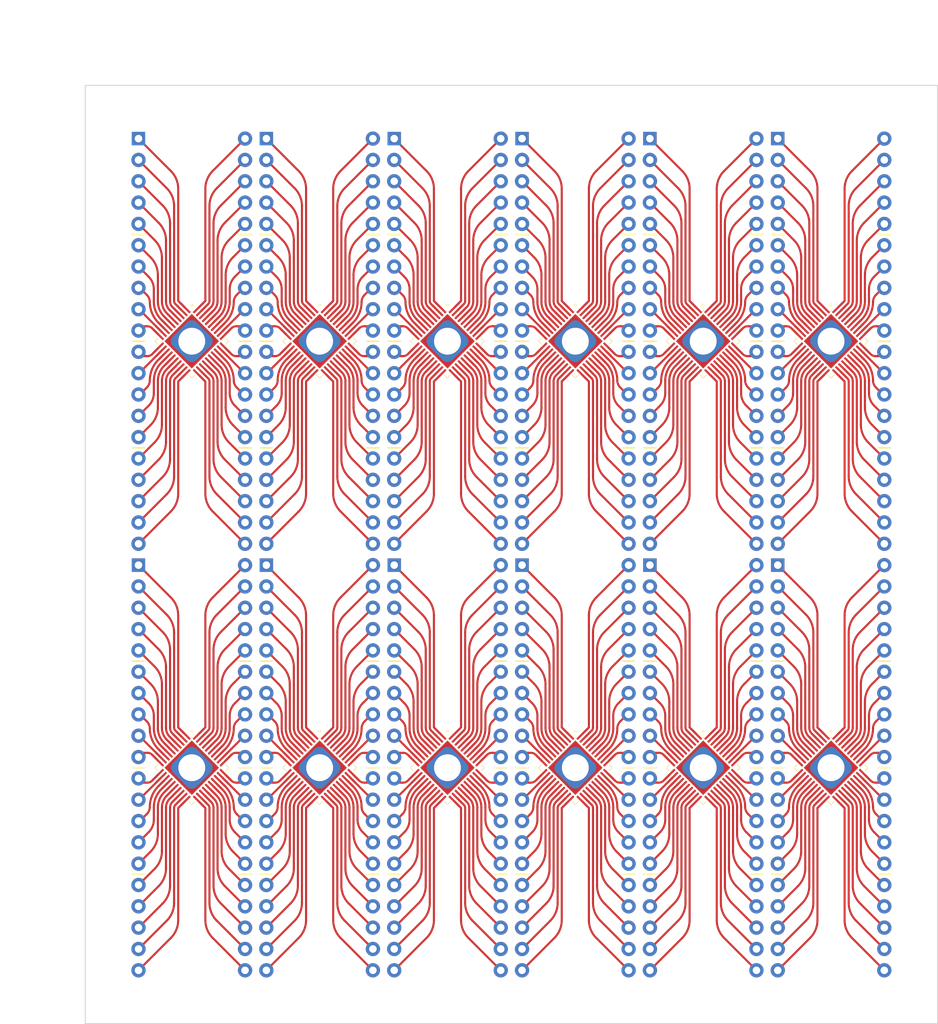
<source format=kicad_pcb>
(kicad_pcb (version 20221018) (generator pcbnew)
  (layers (0 "F.Cu" signal) (31 "B.Cu" signal) (34 "B.Paste" user) (35 "F.Paste" user) (36 "B.SilkS" user "B.Silkscreen") (37 "F.SilkS" user "F.Silkscreen") (38 "B.Mask" user) (39 "F.Mask" user) (44 "Edge.Cuts" user))
  (net 0 "")
  (net 1 "Net-(J1-Pin_1)")
  (net 2 "Net-(J1-Pin_2)")
  (net 3 "Net-(J1-Pin_3)")
  (net 4 "Net-(J1-Pin_4)")
  (net 5 "Net-(J1-Pin_5)")
  (net 6 "Net-(J1-Pin_6)")
  (net 7 "Net-(J1-Pin_7)")
  (net 8 "Net-(J1-Pin_8)")
  (net 9 "Net-(J1-Pin_9)")
  (net 10 "Net-(J1-Pin_10)")
  (net 11 "Net-(J1-Pin_11)")
  (net 12 "Net-(J1-Pin_12)")
  (net 13 "Net-(J1-Pin_13)")
  (net 14 "Net-(J1-Pin_14)")
  (net 15 "Net-(J1-Pin_15)")
  (net 16 "Net-(J1-Pin_16)")
  (net 17 "Net-(J1-Pin_17)")
  (net 18 "Net-(J1-Pin_18)")
  (net 19 "Net-(J1-Pin_19)")
  (net 20 "Net-(J1-Pin_20)")
  (net 21 "Net-(J2-Pin_20)")
  (net 22 "Net-(J2-Pin_19)")
  (net 23 "Net-(J2-Pin_18)")
  (net 24 "Net-(J2-Pin_17)")
  (net 25 "Net-(J2-Pin_16)")
  (net 26 "Net-(J2-Pin_15)")
  (net 27 "Net-(J2-Pin_14)")
  (net 28 "Net-(J2-Pin_13)")
  (net 29 "Net-(J2-Pin_12)")
  (net 30 "Net-(J2-Pin_11)")
  (net 31 "Net-(J2-Pin_10)")
  (net 32 "Net-(J2-Pin_9)")
  (net 33 "Net-(J2-Pin_8)")
  (net 34 "Net-(J2-Pin_7)")
  (net 35 "Net-(J2-Pin_6)")
  (net 36 "Net-(J2-Pin_5)")
  (net 37 "Net-(J2-Pin_4)")
  (net 38 "Net-(J2-Pin_3)")
  (net 39 "Net-(J2-Pin_2)")
  (net 40 "Net-(J2-Pin_1)")
  (footprint "Package_DFN_QFN:QFN-40-1EP_6x6mm_P0.5mm_EP4.6x4.6mm" (layer "F.Cu") (at 74.93 69.85 -45)
    (fp_text reference "U1" hide)
    (fp_text value "~" hide)
  )
  (footprint "Package_DFN_QFN:QFN-40-1EP_6x6mm_P0.5mm_EP4.6x4.6mm" (layer "F.Cu") (at 135.89 120.65 -45)
    (fp_text reference "U1" hide)
    (fp_text value "~" hide)
  )
  (footprint "Package_DFN_QFN:QFN-40-1EP_6x6mm_P0.5mm_EP4.6x4.6mm" (layer "F.Cu") (at 74.93 120.65 -45)
    (fp_text reference "U1" hide)
    (fp_text value "~" hide)
  )
  (footprint "Package_DFN_QFN:QFN-40-1EP_6x6mm_P0.5mm_EP4.6x4.6mm" (layer "F.Cu") (at 135.89 69.85 -45)
    (fp_text reference "U1" hide)
    (fp_text value "~" hide)
  )
  (footprint "Package_DFN_QFN:QFN-40-1EP_6x6mm_P0.5mm_EP4.6x4.6mm" (layer "F.Cu") (at 90.17 69.85 -45)
    (fp_text reference "U1" hide)
    (fp_text value "~" hide)
  )
  (footprint "Package_DFN_QFN:QFN-40-1EP_6x6mm_P0.5mm_EP4.6x4.6mm" (layer "F.Cu") (at 105.41 69.85 -45)
    (fp_text reference "U1" hide)
    (fp_text value "~" hide)
  )
  (footprint "Package_DFN_QFN:QFN-40-1EP_6x6mm_P0.5mm_EP4.6x4.6mm" (layer "F.Cu") (at 90.17 120.65 -45)
    (fp_text reference "U1" hide)
    (fp_text value "~" hide)
  )
  (footprint "Package_DFN_QFN:QFN-40-1EP_6x6mm_P0.5mm_EP4.6x4.6mm" (layer "F.Cu") (at 120.65 120.65 -45)
    (fp_text reference "U1" hide)
    (fp_text value "~" hide)
  )
  (footprint "Package_DFN_QFN:QFN-40-1EP_6x6mm_P0.5mm_EP4.6x4.6mm" (layer "F.Cu") (at 105.41 120.65 -45)
    (fp_text reference "U1" hide)
    (fp_text value "~" hide)
  )
  (footprint "Package_DFN_QFN:QFN-40-1EP_6x6mm_P0.5mm_EP4.6x4.6mm" (layer "F.Cu") (at 59.69 120.65 -45)
    (fp_text reference "U1" hide)
    (fp_text value "~" hide)
  )
  (footprint "Package_DFN_QFN:QFN-40-1EP_6x6mm_P0.5mm_EP4.6x4.6mm" (layer "F.Cu") (at 59.69 69.85 -45)
    (fp_text reference "U1" hide)
    (fp_text value "~" hide)
  )
  (footprint "Package_DFN_QFN:QFN-40-1EP_6x6mm_P0.5mm_EP4.6x4.6mm" (layer "F.Cu") (at 120.65 69.85 -45)
    (fp_text reference "U1" hide)
    (fp_text value "~" hide)
  )
  (footprint "Connector_PinHeader_2.54mm:PinHeader_1x20_P2.54mm_Vertical" (layer "B.Cu") (at 53.34 96.52 180)
    (fp_text reference "J1" hide)
    (fp_text value "Conn_01x20_Pin" hide)
  )
  (footprint "Connector_PinHeader_2.54mm:PinHeader_1x20_P2.54mm_Vertical" (layer "B.Cu") (at 83.82 96.52 180)
    (fp_text reference "J1" hide)
    (fp_text value "Conn_01x20_Pin" hide)
  )
  (footprint "Connector_PinHeader_2.54mm:PinHeader_1x20_P2.54mm_Vertical" (layer "B.Cu") (at 81.28 96.52 180)
    (fp_text reference "J2" hide)
    (fp_text value "Conn_01x20_Pin" hide)
  )
  (footprint "Connector_PinHeader_2.54mm:PinHeader_1x20_P2.54mm_Vertical" (layer "B.Cu") (at 111.76 96.52 180)
    (fp_text reference "J2" hide)
    (fp_text value "Conn_01x20_Pin" hide)
  )
  (footprint "Connector_PinHeader_2.54mm:PinHeader_1x20_P2.54mm_Vertical" (layer "B.Cu") (at 129.54 45.72 180)
    (fp_text reference "J1" hide)
    (fp_text value "Conn_01x20_Pin" hide)
  )
  (footprint "Connector_PinHeader_2.54mm:PinHeader_1x20_P2.54mm_Vertical" (layer "B.Cu") (at 68.58 96.52 180)
    (fp_text reference "J1" hide)
    (fp_text value "Conn_01x20_Pin" hide)
  )
  (footprint "Connector_PinHeader_2.54mm:PinHeader_1x20_P2.54mm_Vertical" (layer "B.Cu") (at 142.24 96.52 180)
    (fp_text reference "J2" hide)
    (fp_text value "Conn_01x20_Pin" hide)
  )
  (footprint "Connector_PinHeader_2.54mm:PinHeader_1x20_P2.54mm_Vertical" (layer "B.Cu") (at 53.34 45.72 180)
    (fp_text reference "J1" hide)
    (fp_text value "Conn_01x20_Pin" hide)
  )
  (footprint "Connector_PinHeader_2.54mm:PinHeader_1x20_P2.54mm_Vertical" (layer "B.Cu") (at 66.04 45.72 180)
    (fp_text reference "J2" hide)
    (fp_text value "Conn_01x20_Pin" hide)
  )
  (footprint "Connector_PinHeader_2.54mm:PinHeader_1x20_P2.54mm_Vertical" (layer "B.Cu") (at 127 45.72 180)
    (fp_text reference "J2" hide)
    (fp_text value "Conn_01x20_Pin" hide)
  )
  (footprint "Connector_PinHeader_2.54mm:PinHeader_1x20_P2.54mm_Vertical" (layer "B.Cu") (at 114.3 96.52 180)
    (fp_text reference "J1" hide)
    (fp_text value "Conn_01x20_Pin" hide)
  )
  (footprint "Connector_PinHeader_2.54mm:PinHeader_1x20_P2.54mm_Vertical" (layer "B.Cu") (at 96.52 96.52 180)
    (fp_text reference "J2" hide)
    (fp_text value "Conn_01x20_Pin" hide)
  )
  (footprint "Connector_PinHeader_2.54mm:PinHeader_1x20_P2.54mm_Vertical" (layer "B.Cu") (at 83.82 45.72 180)
    (fp_text reference "J1" hide)
    (fp_text value "Conn_01x20_Pin" hide)
  )
  (footprint "Connector_PinHeader_2.54mm:PinHeader_1x20_P2.54mm_Vertical" (layer "B.Cu") (at 96.52 45.72 180)
    (fp_text reference "J2" hide)
    (fp_text value "Conn_01x20_Pin" hide)
  )
  (footprint "Connector_PinHeader_2.54mm:PinHeader_1x20_P2.54mm_Vertical" (layer "B.Cu") (at 66.04 96.52 180)
    (fp_text reference "J2" hide)
    (fp_text value "Conn_01x20_Pin" hide)
  )
  (footprint "Connector_PinHeader_2.54mm:PinHeader_1x20_P2.54mm_Vertical" (layer "B.Cu") (at 68.58 45.72 180)
    (fp_text reference "J1" hide)
    (fp_text value "Conn_01x20_Pin" hide)
  )
  (footprint "Connector_PinHeader_2.54mm:PinHeader_1x20_P2.54mm_Vertical" (layer "B.Cu") (at 114.3 45.72 180)
    (fp_text reference "J1" hide)
    (fp_text value "Conn_01x20_Pin" hide)
  )
  (footprint "Connector_PinHeader_2.54mm:PinHeader_1x20_P2.54mm_Vertical" (layer "B.Cu") (at 99.06 96.52 180)
    (fp_text reference "J1" hide)
    (fp_text value "Conn_01x20_Pin" hide)
  )
  (footprint "Connector_PinHeader_2.54mm:PinHeader_1x20_P2.54mm_Vertical" (layer "B.Cu") (at 142.24 45.72 180)
    (fp_text reference "J2" hide)
    (fp_text value "Conn_01x20_Pin" hide)
  )
  (footprint "Connector_PinHeader_2.54mm:PinHeader_1x20_P2.54mm_Vertical" (layer "B.Cu") (at 81.28 45.72 180)
    (fp_text reference "J2" hide)
    (fp_text value "Conn_01x20_Pin" hide)
  )
  (footprint "Connector_PinHeader_2.54mm:PinHeader_1x20_P2.54mm_Vertical" (layer "B.Cu") (at 111.76 45.72 180)
    (fp_text reference "J2" hide)
    (fp_text value "Conn_01x20_Pin" hide)
  )
  (footprint "Connector_PinHeader_2.54mm:PinHeader_1x20_P2.54mm_Vertical" (layer "B.Cu") (at 129.54 96.52 180)
    (fp_text reference "J1" hide)
    (fp_text value "Conn_01x20_Pin" hide)
  )
  (footprint "Connector_PinHeader_2.54mm:PinHeader_1x20_P2.54mm_Vertical" (layer "B.Cu") (at 99.06 45.72 180)
    (fp_text reference "J1" hide)
    (fp_text value "Conn_01x20_Pin" hide)
  )
  (footprint "Connector_PinHeader_2.54mm:PinHeader_1x20_P2.54mm_Vertical" (layer "B.Cu") (at 127 96.52 180)
    (fp_text reference "J2" hide)
    (fp_text value "Conn_01x20_Pin" hide)
  )
  (gr_line (start 111.025 120.65) (end 112.495 120.65) (stroke (width 0.2)) (layer "F.SilkS"))
  (gr_line (start 113.565 69.85) (end 115.035 69.85) (stroke (width 0.2)) (layer "F.SilkS"))
  (gr_line (start 128.805 82.55) (end 130.275 82.55) (stroke (width 0.2)) (layer "F.SilkS"))
  (gr_line (start 98.325 107.95) (end 99.795 107.95) (stroke (width 0.2)) (layer "F.SilkS"))
  (gr_line (start 52.605 133.35) (end 54.075 133.35) (stroke (width 0.2)) (layer "F.SilkS"))
  (gr_line (start 52.605 120.65) (end 54.075 120.65) (stroke (width 0.2)) (layer "F.SilkS"))
  (gr_line (start 67.845 69.85) (end 69.315 69.85) (stroke (width 0.2)) (layer "F.SilkS"))
  (gr_line (start 65.305 57.15) (end 66.775 57.15) (stroke (width 0.2)) (layer "F.SilkS"))
  (gr_line (start 65.305 133.35) (end 66.775 133.35) (stroke (width 0.2)) (layer "F.SilkS"))
  (gr_line (start 65.305 69.85) (end 66.775 69.85) (stroke (width 0.2)) (layer "F.SilkS"))
  (gr_line (start 83.085 120.65) (end 84.555 120.65) (stroke (width 0.2)) (layer "F.SilkS"))
  (gr_line (start 98.325 57.15) (end 99.795 57.15) (stroke (width 0.2)) (layer "F.SilkS"))
  (gr_line (start 83.085 57.15) (end 84.555 57.15) (stroke (width 0.2)) (layer "F.SilkS"))
  (gr_line (start 80.545 133.35) (end 82.015 133.35) (stroke (width 0.2)) (layer "F.SilkS"))
  (gr_line (start 52.605 82.55) (end 54.075 82.55) (stroke (width 0.2)) (layer "F.SilkS"))
  (gr_line (start 83.085 69.85) (end 84.555 69.85) (stroke (width 0.2)) (layer "F.SilkS"))
  (gr_line (start 67.845 133.35) (end 69.315 133.35) (stroke (width 0.2)) (layer "F.SilkS"))
  (gr_line (start 111.025 57.15) (end 112.495 57.15) (stroke (width 0.2)) (layer "F.SilkS"))
  (gr_line (start 67.845 107.95) (end 69.315 107.95) (stroke (width 0.2)) (layer "F.SilkS"))
  (gr_line (start 141.505 133.35) (end 142.975 133.35) (stroke (width 0.2)) (layer "F.SilkS"))
  (gr_line (start 128.805 57.15) (end 130.275 57.15) (stroke (width 0.2)) (layer "F.SilkS"))
  (gr_line (start 126.265 120.65) (end 127.735 120.65) (stroke (width 0.2)) (layer "F.SilkS"))
  (gr_line (start 95.785 69.85) (end 97.255 69.85) (stroke (width 0.2)) (layer "F.SilkS"))
  (gr_line (start 111.025 133.35) (end 112.495 133.35) (stroke (width 0.2)) (layer "F.SilkS"))
  (gr_line (start 98.325 69.85) (end 99.795 69.85) (stroke (width 0.2)) (layer "F.SilkS"))
  (gr_line (start 113.565 120.65) (end 115.035 120.65) (stroke (width 0.2)) (layer "F.SilkS"))
  (gr_line (start 83.085 82.55) (end 84.555 82.55) (stroke (width 0.2)) (layer "F.SilkS"))
  (gr_line (start 126.265 57.15) (end 127.735 57.15) (stroke (width 0.2)) (layer "F.SilkS"))
  (gr_line (start 128.805 69.85) (end 130.275 69.85) (stroke (width 0.2)) (layer "F.SilkS"))
  (gr_line (start 80.545 120.65) (end 82.015 120.65) (stroke (width 0.2)) (layer "F.SilkS"))
  (gr_line (start 52.605 57.15) (end 54.075 57.15) (stroke (width 0.2)) (layer "F.SilkS"))
  (gr_line (start 141.505 82.55) (end 142.975 82.55) (stroke (width 0.2)) (layer "F.SilkS"))
  (gr_line (start 65.305 107.95) (end 66.775 107.95) (stroke (width 0.2)) (layer "F.SilkS"))
  (gr_line (start 113.565 133.35) (end 115.035 133.35) (stroke (width 0.2)) (layer "F.SilkS"))
  (gr_line (start 80.545 57.15) (end 82.015 57.15) (stroke (width 0.2)) (layer "F.SilkS"))
  (gr_line (start 141.505 107.95) (end 142.975 107.95) (stroke (width 0.2)) (layer "F.SilkS"))
  (gr_line (start 126.265 133.35) (end 127.735 133.35) (stroke (width 0.2)) (layer "F.SilkS"))
  (gr_line (start 95.785 82.55) (end 97.255 82.55) (stroke (width 0.2)) (layer "F.SilkS"))
  (gr_line (start 128.805 133.35) (end 130.275 133.35) (stroke (width 0.2)) (layer "F.SilkS"))
  (gr_line (start 95.785 107.95) (end 97.255 107.95) (stroke (width 0.2)) (layer "F.SilkS"))
  (gr_line (start 126.265 107.95) (end 127.735 107.95) (stroke (width 0.2)) (layer "F.SilkS"))
  (gr_line (start 111.025 82.55) (end 112.495 82.55) (stroke (width 0.2)) (layer "F.SilkS"))
  (gr_line (start 111.025 107.95) (end 112.495 107.95) (stroke (width 0.2)) (layer "F.SilkS"))
  (gr_line (start 126.265 82.55) (end 127.735 82.55) (stroke (width 0.2)) (layer "F.SilkS"))
  (gr_line (start 128.805 107.95) (end 130.275 107.95) (stroke (width 0.2)) (layer "F.SilkS"))
  (gr_line (start 83.085 133.35) (end 84.555 133.35) (stroke (width 0.2)) (layer "F.SilkS"))
  (gr_line (start 65.305 82.55) (end 66.775 82.55) (stroke (width 0.2)) (layer "F.SilkS"))
  (gr_line (start 80.545 82.55) (end 82.015 82.55) (stroke (width 0.2)) (layer "F.SilkS"))
  (gr_line (start 95.785 120.65) (end 97.255 120.65) (stroke (width 0.2)) (layer "F.SilkS"))
  (gr_line (start 113.565 82.55) (end 115.035 82.55) (stroke (width 0.2)) (layer "F.SilkS"))
  (gr_line (start 80.545 69.85) (end 82.015 69.85) (stroke (width 0.2)) (layer "F.SilkS"))
  (gr_line (start 98.325 82.55) (end 99.795 82.55) (stroke (width 0.2)) (layer "F.SilkS"))
  (gr_line (start 141.505 57.15) (end 142.975 57.15) (stroke (width 0.2)) (layer "F.SilkS"))
  (gr_line (start 111.025 69.85) (end 112.495 69.85) (stroke (width 0.2)) (layer "F.SilkS"))
  (gr_line (start 98.325 133.35) (end 99.795 133.35) (stroke (width 0.2)) (layer "F.SilkS"))
  (gr_line (start 67.845 57.15) (end 69.315 57.15) (stroke (width 0.2)) (layer "F.SilkS"))
  (gr_line (start 95.785 133.35) (end 97.255 133.35) (stroke (width 0.2)) (layer "F.SilkS"))
  (gr_line (start 98.325 120.65) (end 99.795 120.65) (stroke (width 0.2)) (layer "F.SilkS"))
  (gr_line (start 65.305 120.65) (end 66.775 120.65) (stroke (width 0.2)) (layer "F.SilkS"))
  (gr_line (start 52.605 69.85) (end 54.075 69.85) (stroke (width 0.2)) (layer "F.SilkS"))
  (gr_line (start 80.545 107.95) (end 82.015 107.95) (stroke (width 0.2)) (layer "F.SilkS"))
  (gr_line (start 83.085 107.95) (end 84.555 107.95) (stroke (width 0.2)) (layer "F.SilkS"))
  (gr_line (start 67.845 120.65) (end 69.315 120.65) (stroke (width 0.2)) (layer "F.SilkS"))
  (gr_line (start 95.785 57.15) (end 97.255 57.15) (stroke (width 0.2)) (layer "F.SilkS"))
  (gr_line (start 113.565 57.15) (end 115.035 57.15) (stroke (width 0.2)) (layer "F.SilkS"))
  (gr_line (start 52.605 107.95) (end 54.075 107.95) (stroke (width 0.2)) (layer "F.SilkS"))
  (gr_line (start 141.505 120.65) (end 142.975 120.65) (stroke (width 0.2)) (layer "F.SilkS"))
  (gr_line (start 141.505 69.85) (end 142.975 69.85) (stroke (width 0.2)) (layer "F.SilkS"))
  (gr_line (start 126.265 69.85) (end 127.735 69.85) (stroke (width 0.2)) (layer "F.SilkS"))
  (gr_line (start 67.845 82.55) (end 69.315 82.55) (stroke (width 0.2)) (layer "F.SilkS"))
  (gr_line (start 113.565 107.95) (end 115.035 107.95) (stroke (width 0.2)) (layer "F.SilkS"))
  (gr_line (start 128.805 120.65) (end 130.275 120.65) (stroke (width 0.2)) (layer "F.SilkS"))
  (gr_line (start 46.99 151.13) (end 148.59 151.13) (stroke (width 0.1)) (layer "Edge.Cuts"))
  (gr_line (start 46.99 39.37) (end 148.59 39.37) (stroke (width 0.1)) (layer "Edge.Cuts"))
  (gr_line (start 46.99 151.13) (end 46.99 39.37) (stroke (width 0.1)) (layer "Edge.Cuts"))
  (gr_line (start 148.59 151.13) (end 148.59 39.37) (stroke (width 0.1)) (layer "Edge.Cuts"))
  (segment (start 119.032 65.01448) (end 119.032 51.694641) (width 0.25) (layer "F.Cu") (net 1))
  (segment (start 134.272 115.81448) (end 134.272 102.494641) (width 0.25) (layer "F.Cu") (net 1))
  (segment (start 74.090311 116.62833) (end 73.33713 115.875149) (width 0.25) (layer "F.Cu") (net 1))
  (segment (start 118.15332 100.37332) (end 114.3 96.52) (width 0.25) (layer "F.Cu") (net 1))
  (segment (start 87.67332 49.57332) (end 83.82 45.72) (width 0.25) (layer "F.Cu") (net 1))
  (segment (start 89.330311 65.82833) (end 88.57713 65.075149) (width 0.25) (layer "F.Cu") (net 1))
  (segment (start 57.19332 100.37332) (end 53.34 96.52) (width 0.25) (layer "F.Cu") (net 1))
  (segment (start 135.050311 65.82833) (end 134.29713 65.075149) (width 0.25) (layer "F.Cu") (net 1))
  (segment (start 57.19332 49.57332) (end 53.34 45.72) (width 0.25) (layer "F.Cu") (net 1))
  (segment (start 133.39332 49.57332) (end 129.54 45.72) (width 0.25) (layer "F.Cu") (net 1))
  (segment (start 73.312 115.81448) (end 73.312 102.494641) (width 0.25) (layer "F.Cu") (net 1))
  (segment (start 58.072 115.81448) (end 58.072 102.494641) (width 0.25) (layer "F.Cu") (net 1))
  (segment (start 118.15332 49.57332) (end 114.3 45.72) (width 0.25) (layer "F.Cu") (net 1))
  (segment (start 103.792 115.81448) (end 103.792 102.494641) (width 0.25) (layer "F.Cu") (net 1))
  (segment (start 135.050311 116.62833) (end 134.29713 115.875149) (width 0.25) (layer "F.Cu") (net 1))
  (segment (start 104.570311 65.82833) (end 103.81713 65.075149) (width 0.25) (layer "F.Cu") (net 1))
  (segment (start 58.072 65.01448) (end 58.072 51.694641) (width 0.25) (layer "F.Cu") (net 1))
  (segment (start 102.91332 100.37332) (end 99.06 96.52) (width 0.25) (layer "F.Cu") (net 1))
  (segment (start 89.330311 116.62833) (end 88.57713 115.875149) (width 0.25) (layer "F.Cu") (net 1))
  (segment (start 133.39332 100.37332) (end 129.54 96.52) (width 0.25) (layer "F.Cu") (net 1))
  (segment (start 103.792 65.01448) (end 103.792 51.694641) (width 0.25) (layer "F.Cu") (net 1))
  (segment (start 119.032 115.81448) (end 119.032 102.494641) (width 0.25) (layer "F.Cu") (net 1))
  (segment (start 104.570311 116.62833) (end 103.81713 115.875149) (width 0.25) (layer "F.Cu") (net 1))
  (segment (start 58.850311 116.62833) (end 58.09713 115.875149) (width 0.25) (layer "F.Cu") (net 1))
  (segment (start 74.090311 65.82833) (end 73.33713 65.075149) (width 0.25) (layer "F.Cu") (net 1))
  (segment (start 102.91332 49.57332) (end 99.06 45.72) (width 0.25) (layer "F.Cu") (net 1))
  (segment (start 88.552 65.01448) (end 88.552 51.694641) (width 0.25) (layer "F.Cu") (net 1))
  (segment (start 72.43332 49.57332) (end 68.58 45.72) (width 0.25) (layer "F.Cu") (net 1))
  (segment (start 134.272 65.01448) (end 134.272 51.694641) (width 0.25) (layer "F.Cu") (net 1))
  (segment (start 58.850311 65.82833) (end 58.09713 65.075149) (width 0.25) (layer "F.Cu") (net 1))
  (segment (start 72.43332 100.37332) (end 68.58 96.52) (width 0.25) (layer "F.Cu") (net 1))
  (segment (start 73.312 65.01448) (end 73.312 51.694641) (width 0.25) (layer "F.Cu") (net 1))
  (segment (start 119.810311 65.82833) (end 119.05713 65.075149) (width 0.25) (layer "F.Cu") (net 1))
  (segment (start 119.810311 116.62833) (end 119.05713 115.875149) (width 0.25) (layer "F.Cu") (net 1))
  (segment (start 87.67332 100.37332) (end 83.82 96.52) (width 0.25) (layer "F.Cu") (net 1))
  (segment (start 88.552 115.81448) (end 88.552 102.494641) (width 0.25) (layer "F.Cu") (net 1))
  (arc (start 119.032 115.81448) (mid 119.038531 115.847314) (end 119.05713 115.875149) (width 0.25) (layer "F.Cu") (net 1))
  (arc (start 88.552 102.494641) (mid 88.323638 101.34659) (end 87.67332 100.37332) (width 0.25) (layer "F.Cu") (net 1))
  (arc (start 103.792 65.01448) (mid 103.798531 65.047314) (end 103.81713 65.075149) (width 0.25) (layer "F.Cu") (net 1))
  (arc (start 88.552 115.81448) (mid 88.558531 115.847314) (end 88.57713 115.875149) (width 0.25) (layer "F.Cu") (net 1))
  (arc (start 58.072 65.01448) (mid 58.078531 65.047314) (end 58.09713 65.075149) (width 0.25) (layer "F.Cu") (net 1))
  (arc (start 58.072 115.81448) (mid 58.078531 115.847314) (end 58.09713 115.875149) (width 0.25) (layer "F.Cu") (net 1))
  (arc (start 103.792 115.81448) (mid 103.798531 115.847314) (end 103.81713 115.875149) (width 0.25) (layer "F.Cu") (net 1))
  (arc (start 103.792 102.494641) (mid 103.563638 101.34659) (end 102.91332 100.37332) (width 0.25) (layer "F.Cu") (net 1))
  (arc (start 119.032 51.694641) (mid 118.803638 50.54659) (end 118.15332 49.57332) (width 0.25) (layer "F.Cu") (net 1))
  (arc (start 134.272 102.494641) (mid 134.043638 101.34659) (end 133.39332 100.37332) (width 0.25) (layer "F.Cu") (net 1))
  (arc (start 73.312 102.494641) (mid 73.083638 101.34659) (end 72.43332 100.37332) (width 0.25) (layer "F.Cu") (net 1))
  (arc (start 119.032 102.494641) (mid 118.803638 101.34659) (end 118.15332 100.37332) (width 0.25) (layer "F.Cu") (net 1))
  (arc (start 58.072 51.694641) (mid 57.843638 50.54659) (end 57.19332 49.57332) (width 0.25) (layer "F.Cu") (net 1))
  (arc (start 88.552 51.694641) (mid 88.323638 50.54659) (end 87.67332 49.57332) (width 0.25) (layer "F.Cu") (net 1))
  (arc (start 134.272 115.81448) (mid 134.278531 115.847314) (end 134.29713 115.875149) (width 0.25) (layer "F.Cu") (net 1))
  (arc (start 103.792 51.694641) (mid 103.563638 50.54659) (end 102.91332 49.57332) (width 0.25) (layer "F.Cu") (net 1))
  (arc (start 73.312 65.01448) (mid 73.318531 65.047314) (end 73.33713 65.075149) (width 0.25) (layer "F.Cu") (net 1))
  (arc (start 58.072 102.494641) (mid 57.843638 101.34659) (end 57.19332 100.37332) (width 0.25) (layer "F.Cu") (net 1))
  (arc (start 73.312 115.81448) (mid 73.318531 115.847314) (end 73.33713 115.875149) (width 0.25) (layer "F.Cu") (net 1))
  (arc (start 134.272 65.01448) (mid 134.278531 65.047314) (end 134.29713 65.075149) (width 0.25) (layer "F.Cu") (net 1))
  (arc (start 134.272 51.694641) (mid 134.043638 50.54659) (end 133.39332 49.57332) (width 0.25) (layer "F.Cu") (net 1))
  (arc (start 88.552 65.01448) (mid 88.558531 65.047314) (end 88.57713 65.075149) (width 0.25) (layer "F.Cu") (net 1))
  (arc (start 73.312 51.694641) (mid 73.083638 50.54659) (end 72.43332 49.57332) (width 0.25) (layer "F.Cu") (net 1))
  (arc (start 119.032 65.01448) (mid 119.038531 65.047314) (end 119.05713 65.075149) (width 0.25) (layer "F.Cu") (net 1))
  (segment (start 103.3018 115.85982) (end 103.3018 104.544441) (width 0.25) (layer "F.Cu") (net 2))
  (segment (start 56.70312 102.42312) (end 53.34 99.06) (width 0.25) (layer "F.Cu") (net 2))
  (segment (start 104.216757 116.981884) (end 103.448246 116.213373) (width 0.25) (layer "F.Cu") (net 2))
  (segment (start 88.0618 115.85982) (end 88.0618 104.544441) (width 0.25) (layer "F.Cu") (net 2))
  (segment (start 58.496757 66.181884) (end 57.728246 65.413373) (width 0.25) (layer "F.Cu") (net 2))
  (segment (start 119.456757 116.981884) (end 118.688246 116.213373) (width 0.25) (layer "F.Cu") (net 2))
  (segment (start 133.7818 115.85982) (end 133.7818 104.544441) (width 0.25) (layer "F.Cu") (net 2))
  (segment (start 104.216757 66.181884) (end 103.448246 65.413373) (width 0.25) (layer "F.Cu") (net 2))
  (segment (start 132.90312 102.42312) (end 129.54 99.06) (width 0.25) (layer "F.Cu") (net 2))
  (segment (start 132.90312 51.62312) (end 129.54 48.26) (width 0.25) (layer "F.Cu") (net 2))
  (segment (start 118.5418 115.85982) (end 118.5418 104.544441) (width 0.25) (layer "F.Cu") (net 2))
  (segment (start 88.0618 65.05982) (end 88.0618 53.744441) (width 0.25) (layer "F.Cu") (net 2))
  (segment (start 71.94312 51.62312) (end 68.58 48.26) (width 0.25) (layer "F.Cu") (net 2))
  (segment (start 72.8218 115.85982) (end 72.8218 104.544441) (width 0.25) (layer "F.Cu") (net 2))
  (segment (start 88.976757 66.181884) (end 88.208246 65.413373) (width 0.25) (layer "F.Cu") (net 2))
  (segment (start 118.5418 65.05982) (end 118.5418 53.744441) (width 0.25) (layer "F.Cu") (net 2))
  (segment (start 72.8218 65.05982) (end 72.8218 53.744441) (width 0.25) (layer "F.Cu") (net 2))
  (segment (start 58.496757 116.981884) (end 57.728246 116.213373) (width 0.25) (layer "F.Cu") (net 2))
  (segment (start 102.42312 102.42312) (end 99.06 99.06) (width 0.25) (layer "F.Cu") (net 2))
  (segment (start 134.696757 66.181884) (end 133.928246 65.413373) (width 0.25) (layer "F.Cu") (net 2))
  (segment (start 57.5818 115.85982) (end 57.5818 104.544441) (width 0.25) (layer "F.Cu") (net 2))
  (segment (start 73.736757 66.181884) (end 72.968246 65.413373) (width 0.25) (layer "F.Cu") (net 2))
  (segment (start 87.18312 51.62312) (end 83.82 48.26) (width 0.25) (layer "F.Cu") (net 2))
  (segment (start 134.696757 116.981884) (end 133.928246 116.213373) (width 0.25) (layer "F.Cu") (net 2))
  (segment (start 88.976757 116.981884) (end 88.208246 116.213373) (width 0.25) (layer "F.Cu") (net 2))
  (segment (start 87.18312 102.42312) (end 83.82 99.06) (width 0.25) (layer "F.Cu") (net 2))
  (segment (start 103.3018 65.05982) (end 103.3018 53.744441) (width 0.25) (layer "F.Cu") (net 2))
  (segment (start 102.42312 51.62312) (end 99.06 48.26) (width 0.25) (layer "F.Cu") (net 2))
  (segment (start 71.94312 102.42312) (end 68.58 99.06) (width 0.25) (layer "F.Cu") (net 2))
  (segment (start 117.66312 51.62312) (end 114.3 48.26) (width 0.25) (layer "F.Cu") (net 2))
  (segment (start 133.7818 65.05982) (end 133.7818 53.744441) (width 0.25) (layer "F.Cu") (net 2))
  (segment (start 56.70312 51.62312) (end 53.34 48.26) (width 0.25) (layer "F.Cu") (net 2))
  (segment (start 119.456757 66.181884) (end 118.688246 65.413373) (width 0.25) (layer "F.Cu") (net 2))
  (segment (start 73.736757 116.981884) (end 72.968246 116.213373) (width 0.25) (layer "F.Cu") (net 2))
  (segment (start 117.66312 102.42312) (end 114.3 99.06) (width 0.25) (layer "F.Cu") (net 2))
  (segment (start 57.5818 65.05982) (end 57.5818 53.744441) (width 0.25) (layer "F.Cu") (net 2))
  (arc (start 103.3018 53.744441) (mid 103.073438 52.59639) (end 102.42312 51.62312) (width 0.25) (layer "F.Cu") (net 2))
  (arc (start 103.3018 65.05982) (mid 103.33986 65.251161) (end 103.448246 65.413373) (width 0.25) (layer "F.Cu") (net 2))
  (arc (start 118.5418 53.744441) (mid 118.313438 52.59639) (end 117.66312 51.62312) (width 0.25) (layer "F.Cu") (net 2))
  (arc (start 118.5418 115.85982) (mid 118.57986 116.051161) (end 118.688246 116.213373) (width 0.25) (layer "F.Cu") (net 2))
  (arc (start 57.5818 53.744441) (mid 57.353438 52.59639) (end 56.70312 51.62312) (width 0.25) (layer "F.Cu") (net 2))
  (arc (start 72.8218 104.544441) (mid 72.593438 103.39639) (end 71.94312 102.42312) (width 0.25) (layer "F.Cu") (net 2))
  (arc (start 72.8218 115.85982) (mid 72.85986 116.051161) (end 72.968246 116.213373) (width 0.25) (layer "F.Cu") (net 2))
  (arc (start 118.5418 65.05982) (mid 118.57986 65.251161) (end 118.688246 65.413373) (width 0.25) (layer "F.Cu") (net 2))
  (arc (start 103.3018 115.85982) (mid 103.33986 116.051161) (end 103.448246 116.213373) (width 0.25) (layer "F.Cu") (net 2))
  (arc (start 57.5818 104.544441) (mid 57.353438 103.39639) (end 56.70312 102.42312) (width 0.25) (layer "F.Cu") (net 2))
  (arc (start 88.0618 65.05982) (mid 88.09986 65.251161) (end 88.208246 65.413373) (width 0.25) (layer "F.Cu") (net 2))
  (arc (start 133.7818 104.544441) (mid 133.553438 103.39639) (end 132.90312 102.42312) (width 0.25) (layer "F.Cu") (net 2))
  (arc (start 118.5418 104.544441) (mid 118.313438 103.39639) (end 117.66312 102.42312) (width 0.25) (layer "F.Cu") (net 2))
  (arc (start 88.0618 104.544441) (mid 87.833438 103.39639) (end 87.18312 102.42312) (width 0.25) (layer "F.Cu") (net 2))
  (arc (start 133.7818 53.744441) (mid 133.553438 52.59639) (end 132.90312 51.62312) (width 0.25) (layer "F.Cu") (net 2))
  (arc (start 88.0618 53.744441) (mid 87.833438 52.59639) (end 87.18312 51.62312) (width 0.25) (layer "F.Cu") (net 2))
  (arc (start 57.5818 115.85982) (mid 57.61986 116.051161) (end 57.728246 116.213373) (width 0.25) (layer "F.Cu") (net 2))
  (arc (start 103.3018 104.544441) (mid 103.073438 103.39639) (end 102.42312 102.42312) (width 0.25) (layer "F.Cu") (net 2))
  (arc (start 88.0618 115.85982) (mid 88.09986 116.051161) (end 88.208246 116.213373) (width 0.25) (layer "F.Cu") (net 2))
  (arc (start 57.5818 65.05982) (mid 57.61986 65.251161) (end 57.728246 65.413373) (width 0.25) (layer "F.Cu") (net 2))
  (arc (start 133.7818 65.05982) (mid 133.81986 65.251161) (end 133.928246 65.413373) (width 0.25) (layer "F.Cu") (net 2))
  (arc (start 72.8218 65.05982) (mid 72.85986 65.251161) (end 72.968246 65.413373) (width 0.25) (layer "F.Cu") (net 2))
  (arc (start 133.7818 115.85982) (mid 133.81986 116.051161) (end 133.928246 116.213373) (width 0.25) (layer "F.Cu") (net 2))
  (arc (start 72.8218 53.744441) (mid 72.593438 52.59639) (end 71.94312 51.62312) (width 0.25) (layer "F.Cu") (net 2))
  (segment (start 57.0992 115.877219) (end 57.0992 106.601841) (width 0.25) (layer "F.Cu") (net 3))
  (segment (start 132.42052 104.48052) (end 129.54 101.6) (width 0.25) (layer "F.Cu") (net 3))
  (segment (start 71.46052 104.48052) (end 68.58 101.6) (width 0.25) (layer "F.Cu") (net 3))
  (segment (start 57.0992 65.077219) (end 57.0992 55.801841) (width 0.25) (layer "F.Cu") (net 3))
  (segment (start 133.2992 115.877219) (end 133.2992 106.601841) (width 0.25) (layer "F.Cu") (net 3))
  (segment (start 102.8192 115.877219) (end 102.8192 106.601841) (width 0.25) (layer "F.Cu") (net 3))
  (segment (start 72.3392 65.077219) (end 72.3392 55.801841) (width 0.25) (layer "F.Cu") (net 3))
  (segment (start 117.18052 104.48052) (end 114.3 101.6) (width 0.25) (layer "F.Cu") (net 3))
  (segment (start 119.103204 66.535437) (end 118.352093 65.784326) (width 0.25) (layer "F.Cu") (net 3))
  (segment (start 86.70052 53.68052) (end 83.82 50.8) (width 0.25) (layer "F.Cu") (net 3))
  (segment (start 133.2992 65.077219) (end 133.2992 55.801841) (width 0.25) (layer "F.Cu") (net 3))
  (segment (start 117.18052 53.68052) (end 114.3 50.8) (width 0.25) (layer "F.Cu") (net 3))
  (segment (start 56.22052 53.68052) (end 53.34 50.8) (width 0.25) (layer "F.Cu") (net 3))
  (segment (start 73.383204 66.535437) (end 72.632093 65.784326) (width 0.25) (layer "F.Cu") (net 3))
  (segment (start 132.42052 53.68052) (end 129.54 50.8) (width 0.25) (layer "F.Cu") (net 3))
  (segment (start 101.94052 104.48052) (end 99.06 101.6) (width 0.25) (layer "F.Cu") (net 3))
  (segment (start 101.94052 53.68052) (end 99.06 50.8) (width 0.25) (layer "F.Cu") (net 3))
  (segment (start 86.70052 104.48052) (end 83.82 101.6) (width 0.25) (layer "F.Cu") (net 3))
  (segment (start 56.22052 104.48052) (end 53.34 101.6) (width 0.25) (layer "F.Cu") (net 3))
  (segment (start 103.863204 117.335437) (end 103.112093 116.584326) (width 0.25) (layer "F.Cu") (net 3))
  (segment (start 71.46052 53.68052) (end 68.58 50.8) (width 0.25) (layer "F.Cu") (net 3))
  (segment (start 88.623204 117.335437) (end 87.872093 116.584326) (width 0.25) (layer "F.Cu") (net 3))
  (segment (start 58.143204 66.535437) (end 57.392093 65.784326) (width 0.25) (layer "F.Cu") (net 3))
  (segment (start 88.623204 66.535437) (end 87.872093 65.784326) (width 0.25) (layer "F.Cu") (net 3))
  (segment (start 58.143204 117.335437) (end 57.392093 116.584326) (width 0.25) (layer "F.Cu") (net 3))
  (segment (start 73.383204 117.335437) (end 72.632093 116.584326) (width 0.25) (layer "F.Cu") (net 3))
  (segment (start 72.3392 115.877219) (end 72.3392 106.601841) (width 0.25) (layer "F.Cu") (net 3))
  (segment (start 134.343204 66.535437) (end 133.592093 65.784326) (width 0.25) (layer "F.Cu") (net 3))
  (segment (start 118.0592 65.077219) (end 118.0592 55.801841) (width 0.25) (layer "F.Cu") (net 3))
  (segment (start 134.343204 117.335437) (end 133.592093 116.584326) (width 0.25) (layer "F.Cu") (net 3))
  (segment (start 102.8192 65.077219) (end 102.8192 55.801841) (width 0.25) (layer "F.Cu") (net 3))
  (segment (start 103.863204 66.535437) (end 103.112093 65.784326) (width 0.25) (layer "F.Cu") (net 3))
  (segment (start 119.103204 117.335437) (end 118.352093 116.584326) (width 0.25) (layer "F.Cu") (net 3))
  (segment (start 87.5792 65.077219) (end 87.5792 55.801841) (width 0.25) (layer "F.Cu") (net 3))
  (segment (start 118.0592 115.877219) (end 118.0592 106.601841) (width 0.25) (layer "F.Cu") (net 3))
  (segment (start 87.5792 115.877219) (end 87.5792 106.601841) (width 0.25) (layer "F.Cu") (net 3))
  (arc (start 133.2992 65.077219) (mid 133.37532 65.459902) (end 133.592093 65.784326) (width 0.25) (layer "F.Cu") (net 3))
  (arc (start 133.2992 55.801841) (mid 133.070838 54.65379) (end 132.42052 53.68052) (width 0.25) (layer "F.Cu") (net 3))
  (arc (start 72.3392 115.877219) (mid 72.41532 116.259902) (end 72.632093 116.584326) (width 0.25) (layer "F.Cu") (net 3))
  (arc (start 72.3392 55.801841) (mid 72.110838 54.65379) (end 71.46052 53.68052) (width 0.25) (layer "F.Cu") (net 3))
  (arc (start 57.0992 106.601841) (mid 56.870838 105.45379) (end 56.22052 104.48052) (width 0.25) (layer "F.Cu") (net 3))
  (arc (start 57.0992 65.077219) (mid 57.17532 65.459902) (end 57.392093 65.784326) (width 0.25) (layer "F.Cu") (net 3))
  (arc (start 118.0592 115.877219) (mid 118.13532 116.259902) (end 118.352093 116.584326) (width 0.25) (layer "F.Cu") (net 3))
  (arc (start 87.5792 106.601841) (mid 87.350838 105.45379) (end 86.70052 104.48052) (width 0.25) (layer "F.Cu") (net 3))
  (arc (start 87.5792 115.877219) (mid 87.65532 116.259902) (end 87.872093 116.584326) (width 0.25) (layer "F.Cu") (net 3))
  (arc (start 87.5792 65.077219) (mid 87.65532 65.459902) (end 87.872093 65.784326) (width 0.25) (layer "F.Cu") (net 3))
  (arc (start 102.8192 65.077219) (mid 102.89532 65.459902) (end 103.112093 65.784326) (width 0.25) (layer "F.Cu") (net 3))
  (arc (start 102.8192 106.601841) (mid 102.590838 105.45379) (end 101.94052 104.48052) (width 0.25) (layer "F.Cu") (net 3))
  (arc (start 102.8192 55.801841) (mid 102.590838 54.65379) (end 101.94052 53.68052) (width 0.25) (layer "F.Cu") (net 3))
  (arc (start 133.2992 106.601841) (mid 133.070838 105.45379) (end 132.42052 104.48052) (width 0.25) (layer "F.Cu") (net 3))
  (arc (start 118.0592 55.801841) (mid 117.830838 54.65379) (end 117.18052 53.68052) (width 0.25) (layer "F.Cu") (net 3))
  (arc (start 102.8192 115.877219) (mid 102.89532 116.259902) (end 103.112093 116.584326) (width 0.25) (layer "F.Cu") (net 3))
  (arc (start 118.0592 106.601841) (mid 117.830838 105.45379) (end 117.18052 104.48052) (width 0.25) (layer "F.Cu") (net 3))
  (arc (start 133.2992 115.877219) (mid 133.37532 116.259902) (end 133.592093 116.584326) (width 0.25) (layer "F.Cu") (net 3))
  (arc (start 57.0992 55.801841) (mid 56.870838 54.65379) (end 56.22052 53.68052) (width 0.25) (layer "F.Cu") (net 3))
  (arc (start 72.3392 106.601841) (mid 72.110838 105.45379) (end 71.46052 104.48052) (width 0.25) (layer "F.Cu") (net 3))
  (arc (start 72.3392 65.077219) (mid 72.41532 65.459902) (end 72.632093 65.784326) (width 0.25) (layer "F.Cu") (net 3))
  (arc (start 87.5792 55.801841) (mid 87.350838 54.65379) (end 86.70052 53.68052) (width 0.25) (layer "F.Cu") (net 3))
  (arc (start 57.0992 115.877219) (mid 57.17532 116.259902) (end 57.392093 116.584326) (width 0.25) (layer "F.Cu") (net 3))
  (arc (start 118.0592 65.077219) (mid 118.13532 65.459902) (end 118.352093 65.784326) (width 0.25) (layer "F.Cu") (net 3))
  (segment (start 103.509651 66.88899) (end 102.77594 66.155279) (width 0.25) (layer "F.Cu") (net 4))
  (segment (start 116.69792 106.53792) (end 114.3 104.14) (width 0.25) (layer "F.Cu") (net 4))
  (segment (start 101.45792 106.53792) (end 99.06 104.14) (width 0.25) (layer "F.Cu") (net 4))
  (segment (start 73.029651 117.68899) (end 72.29594 116.955279) (width 0.25) (layer "F.Cu") (net 4))
  (segment (start 117.5766 115.894619) (end 117.5766 108.659241) (width 0.25) (layer "F.Cu") (net 4))
  (segment (start 56.6166 115.894619) (end 56.6166 108.659241) (width 0.25) (layer "F.Cu") (net 4))
  (segment (start 132.8166 115.894619) (end 132.8166 108.659241) (width 0.25) (layer "F.Cu") (net 4))
  (segment (start 88.269651 117.68899) (end 87.53594 116.955279) (width 0.25) (layer "F.Cu") (net 4))
  (segment (start 131.93792 106.53792) (end 129.54 104.14) (width 0.25) (layer "F.Cu") (net 4))
  (segment (start 102.3366 115.894619) (end 102.3366 108.659241) (width 0.25) (layer "F.Cu") (net 4))
  (segment (start 87.0966 65.094619) (end 87.0966 57.859241) (width 0.25) (layer "F.Cu") (net 4))
  (segment (start 86.21792 55.73792) (end 83.82 53.34) (width 0.25) (layer "F.Cu") (net 4))
  (segment (start 131.93792 55.73792) (end 129.54 53.34) (width 0.25) (layer "F.Cu") (net 4))
  (segment (start 71.8566 65.094619) (end 71.8566 57.859241) (width 0.25) (layer "F.Cu") (net 4))
  (segment (start 116.69792 55.73792) (end 114.3 53.34) (width 0.25) (layer "F.Cu") (net 4))
  (segment (start 117.5766 65.094619) (end 117.5766 57.859241) (width 0.25) (layer "F.Cu") (net 4))
  (segment (start 133.989651 66.88899) (end 133.25594 66.155279) (width 0.25) (layer "F.Cu") (net 4))
  (segment (start 57.789651 66.88899) (end 57.05594 66.155279) (width 0.25) (layer "F.Cu") (net 4))
  (segment (start 133.989651 117.68899) (end 133.25594 116.955279) (width 0.25) (layer "F.Cu") (net 4))
  (segment (start 70.97792 55.73792) (end 68.58 53.34) (width 0.25) (layer "F.Cu") (net 4))
  (segment (start 101.45792 55.73792) (end 99.06 53.34) (width 0.25) (layer "F.Cu") (net 4))
  (segment (start 56.6166 65.094619) (end 56.6166 57.859241) (width 0.25) (layer "F.Cu") (net 4))
  (segment (start 86.21792 106.53792) (end 83.82 104.14) (width 0.25) (layer "F.Cu") (net 4))
  (segment (start 55.73792 55.73792) (end 53.34 53.34) (width 0.25) (layer "F.Cu") (net 4))
  (segment (start 103.509651 117.68899) (end 102.77594 116.955279) (width 0.25) (layer "F.Cu") (net 4))
  (segment (start 70.97792 106.53792) (end 68.58 104.14) (width 0.25) (layer "F.Cu") (net 4))
  (segment (start 87.0966 115.894619) (end 87.0966 108.659241) (width 0.25) (layer "F.Cu") (net 4))
  (segment (start 118.749651 66.88899) (end 118.01594 66.155279) (width 0.25) (layer "F.Cu") (net 4))
  (segment (start 57.789651 117.68899) (end 57.05594 116.955279) (width 0.25) (layer "F.Cu") (net 4))
  (segment (start 102.3366 65.094619) (end 102.3366 57.859241) (width 0.25) (layer "F.Cu") (net 4))
  (segment (start 118.749651 117.68899) (end 118.01594 116.955279) (width 0.25) (layer "F.Cu") (net 4))
  (segment (start 71.8566 115.894619) (end 71.8566 108.659241) (width 0.25) (layer "F.Cu") (net 4))
  (segment (start 55.73792 106.53792) (end 53.34 104.14) (width 0.25) (layer "F.Cu") (net 4))
  (segment (start 132.8166 65.094619) (end 132.8166 57.859241) (width 0.25) (layer "F.Cu") (net 4))
  (segment (start 88.269651 66.88899) (end 87.53594 66.155279) (width 0.25) (layer "F.Cu") (net 4))
  (segment (start 73.029651 66.88899) (end 72.29594 66.155279) (width 0.25) (layer "F.Cu") (net 4))
  (arc (start 87.53594 66.155279) (mid 87.210781 65.668644) (end 87.0966 65.094619) (width 0.25) (layer "F.Cu") (net 4))
  (arc (start 57.05594 66.155279) (mid 56.730781 65.668644) (end 56.6166 65.094619) (width 0.25) (layer "F.Cu") (net 4))
  (arc (start 118.01594 66.155279) (mid 117.690781 65.668644) (end 117.5766 65.094619) (width 0.25) (layer "F.Cu") (net 4))
  (arc (start 102.77594 66.155279) (mid 102.450781 65.668644) (end 102.3366 65.094619) (width 0.25) (layer "F.Cu") (net 4))
  (arc (start 57.05594 116.955279) (mid 56.730781 116.468644) (end 56.6166 115.894619) (width 0.25) (layer "F.Cu") (net 4))
  (arc (start 118.01594 116.955279) (mid 117.690781 116.468644) (end 117.5766 115.894619) (width 0.25) (layer "F.Cu") (net 4))
  (arc (start 102.3366 108.659241) (mid 102.108238 107.51119) (end 101.45792 106.53792) (width 0.25) (layer "F.Cu") (net 4))
  (arc (start 87.53594 116.955279) (mid 87.210781 116.468644) (end 87.0966 115.894619) (width 0.25) (layer "F.Cu") (net 4))
  (arc (start 133.25594 66.155279) (mid 132.930781 65.668644) (end 132.8166 65.094619) (width 0.25) (layer "F.Cu") (net 4))
  (arc (start 56.6166 57.859241) (mid 56.388238 56.71119) (end 55.73792 55.73792) (width 0.25) (layer "F.Cu") (net 4))
  (arc (start 71.8566 57.859241) (mid 71.628238 56.71119) (end 70.97792 55.73792) (width 0.25) (layer "F.Cu") (net 4))
  (arc (start 87.0966 57.859241) (mid 86.868238 56.71119) (end 86.21792 55.73792) (width 0.25) (layer "F.Cu") (net 4))
  (arc (start 132.8166 57.859241) (mid 132.588238 56.71119) (end 131.93792 55.73792) (width 0.25) (layer "F.Cu") (net 4))
  (arc (start 117.5766 108.659241) (mid 117.348238 107.51119) (end 116.69792 106.53792) (width 0.25) (layer "F.Cu") (net 4))
  (arc (start 71.8566 108.659241) (mid 71.628238 107.51119) (end 70.97792 106.53792) (width 0.25) (layer "F.Cu") (net 4))
  (arc (start 72.29594 116.955279) (mid 71.970781 116.468644) (end 71.8566 115.894619) (width 0.25) (layer "F.Cu") (net 4))
  (arc (start 117.5766 57.859241) (mid 117.348238 56.71119) (end 116.69792 55.73792) (width 0.25) (layer "F.Cu") (net 4))
  (arc (start 102.3366 57.859241) (mid 102.108238 56.71119) (end 101.45792 55.73792) (width 0.25) (layer "F.Cu") (net 4))
  (arc (start 102.77594 116.955279) (mid 102.450781 116.468644) (end 102.3366 115.894619) (width 0.25) (layer "F.Cu") (net 4))
  (arc (start 132.8166 108.659241) (mid 132.588238 107.51119) (end 131.93792 106.53792) (width 0.25) (layer "F.Cu") (net 4))
  (arc (start 72.29594 66.155279) (mid 71.970781 65.668644) (end 71.8566 65.094619) (width 0.25) (layer "F.Cu") (net 4))
  (arc (start 56.6166 108.659241) (mid 56.388238 107.51119) (end 55.73792 106.53792) (width 0.25) (layer "F.Cu") (net 4))
  (arc (start 133.25594 116.955279) (mid 132.930781 116.468644) (end 132.8166 115.894619) (width 0.25) (layer "F.Cu") (net 4))
  (arc (start 87.0966 108.659241) (mid 86.868238 107.51119) (end 86.21792 106.53792) (width 0.25) (layer "F.Cu") (net 4))
  (segment (start 70.49532 108.59532) (end 68.58 106.68) (width 0.25) (layer "F.Cu") (net 5))
  (segment (start 132.334 115.91202) (end 132.334 110.716641) (width 0.25) (layer "F.Cu") (net 5))
  (segment (start 56.134 65.11202) (end 56.134 59.916641) (width 0.25) (layer "F.Cu") (net 5))
  (segment (start 56.134 115.91202) (end 56.134 110.716641) (width 0.25) (layer "F.Cu") (net 5))
  (segment (start 117.094 115.91202) (end 117.094 110.716641) (width 0.25) (layer "F.Cu") (net 5))
  (segment (start 118.396097 67.242544) (end 117.679786 66.526233) (width 0.25) (layer "F.Cu") (net 5))
  (segment (start 87.916097 67.242544) (end 87.199786 66.526233) (width 0.25) (layer "F.Cu") (net 5))
  (segment (start 86.614 65.11202) (end 86.614 59.916641) (width 0.25) (layer "F.Cu") (net 5))
  (segment (start 87.916097 118.042544) (end 87.199786 117.326233) (width 0.25) (layer "F.Cu") (net 5))
  (segment (start 101.854 115.91202) (end 101.854 110.716641) (width 0.25) (layer "F.Cu") (net 5))
  (segment (start 116.21532 108.59532) (end 114.3 106.68) (width 0.25) (layer "F.Cu") (net 5))
  (segment (start 71.374 65.11202) (end 71.374 59.916641) (width 0.25) (layer "F.Cu") (net 5))
  (segment (start 100.97532 108.59532) (end 99.06 106.68) (width 0.25) (layer "F.Cu") (net 5))
  (segment (start 116.21532 57.79532) (end 114.3 55.88) (width 0.25) (layer "F.Cu") (net 5))
  (segment (start 131.45532 108.59532) (end 129.54 106.68) (width 0.25) (layer "F.Cu") (net 5))
  (segment (start 55.25532 108.59532) (end 53.34 106.68) (width 0.25) (layer "F.Cu") (net 5))
  (segment (start 71.374 115.91202) (end 71.374 110.716641) (width 0.25) (layer "F.Cu") (net 5))
  (segment (start 57.436097 118.042544) (end 56.719786 117.326233) (width 0.25) (layer "F.Cu") (net 5))
  (segment (start 133.636097 118.042544) (end 132.919786 117.326233) (width 0.25) (layer "F.Cu") (net 5))
  (segment (start 131.45532 57.79532) (end 129.54 55.88) (width 0.25) (layer "F.Cu") (net 5))
  (segment (start 57.436097 67.242544) (end 56.719786 66.526233) (width 0.25) (layer "F.Cu") (net 5))
  (segment (start 118.396097 118.042544) (end 117.679786 117.326233) (width 0.25) (layer "F.Cu") (net 5))
  (segment (start 103.156097 67.242544) (end 102.439786 66.526233) (width 0.25) (layer "F.Cu") (net 5))
  (segment (start 86.614 115.91202) (end 86.614 110.716641) (width 0.25) (layer "F.Cu") (net 5))
  (segment (start 117.094 65.11202) (end 117.094 59.916641) (width 0.25) (layer "F.Cu") (net 5))
  (segment (start 132.334 65.11202) (end 132.334 59.916641) (width 0.25) (layer "F.Cu") (net 5))
  (segment (start 72.676097 118.042544) (end 71.959786 117.326233) (width 0.25) (layer "F.Cu") (net 5))
  (segment (start 101.854 65.11202) (end 101.854 59.916641) (width 0.25) (layer "F.Cu") (net 5))
  (segment (start 133.636097 67.242544) (end 132.919786 66.526233) (width 0.25) (layer "F.Cu") (net 5))
  (segment (start 85.73532 57.79532) (end 83.82 55.88) (width 0.25) (layer "F.Cu") (net 5))
  (segment (start 100.97532 57.79532) (end 99.06 55.88) (width 0.25) (layer "F.Cu") (net 5))
  (segment (start 55.25532 57.79532) (end 53.34 55.88) (width 0.25) (layer "F.Cu") (net 5))
  (segment (start 85.73532 108.59532) (end 83.82 106.68) (width 0.25) (layer "F.Cu") (net 5))
  (segment (start 103.156097 118.042544) (end 102.439786 117.326233) (width 0.25) (layer "F.Cu") (net 5))
  (segment (start 70.49532 57.79532) (end 68.58 55.88) (width 0.25) (layer "F.Cu") (net 5))
  (segment (start 72.676097 67.242544) (end 71.959786 66.526233) (width 0.25) (layer "F.Cu") (net 5))
  (arc (start 85.73532 108.59532) (mid 86.385639 109.56859) (end 86.614 110.716641) (width 0.25) (layer "F.Cu") (net 5))
  (arc (start 100.97532 57.79532) (mid 101.625639 58.76859) (end 101.854 59.916641) (width 0.25) (layer "F.Cu") (net 5))
  (arc (start 70.49532 108.59532) (mid 71.145639 109.56859) (end 71.374 110.716641) (width 0.25) (layer "F.Cu") (net 5))
  (arc (start 117.094 115.91202) (mid 117.246241 116.677387) (end 117.679786 117.326233) (width 0.25) (layer "F.Cu") (net 5))
  (arc (start 85.73532 57.79532) (mid 86.385639 58.76859) (end 86.614 59.916641) (width 0.25) (layer "F.Cu") (net 5))
  (arc (start 101.854 65.11202) (mid 102.006241 65.877387) (end 102.439786 66.526233) (width 0.25) (layer "F.Cu") (net 5))
  (arc (start 116.21532 108.59532) (mid 116.865639 109.56859) (end 117.094 110.716641) (width 0.25) (layer "F.Cu") (net 5))
  (arc (start 71.374 115.91202) (mid 71.526241 116.677387) (end 71.959786 117.326233) (width 0.25) (layer "F.Cu") (net 5))
  (arc (start 101.854 115.91202) (mid 102.006241 116.677387) (end 102.439786 117.326233) (width 0.25) (layer "F.Cu") (net 5))
  (arc (start 131.45532 108.59532) (mid 132.105639 109.56859) (end 132.334 110.716641) (width 0.25) (layer "F.Cu") (net 5))
  (arc (start 117.094 65.11202) (mid 117.246241 65.877387) (end 117.679786 66.526233) (width 0.25) (layer "F.Cu") (net 5))
  (arc (start 132.334 115.91202) (mid 132.486241 116.677387) (end 132.919786 117.326233) (width 0.25) (layer "F.Cu") (net 5))
  (arc (start 132.334 65.11202) (mid 132.486241 65.877387) (end 132.919786 66.526233) (width 0.25) (layer "F.Cu") (net 5))
  (arc (start 100.97532 108.59532) (mid 101.625639 109.56859) (end 101.854 110.716641) (width 0.25) (layer "F.Cu") (net 5))
  (arc (start 70.49532 57.79532) (mid 71.145639 58.76859) (end 71.374 59.916641) (width 0.25) (layer "F.Cu") (net 5))
  (arc (start 116.21532 57.79532) (mid 116.865639 58.76859) (end 117.094 59.916641) (width 0.25) (layer "F.Cu") (net 5))
  (arc (start 71.374 65.11202) (mid 71.526241 65.877387) (end 71.959786 66.526233) (width 0.25) (layer "F.Cu") (net 5))
  (arc (start 56.134 65.11202) (mid 56.286241 65.877387) (end 56.719786 66.526233) (width 0.25) (layer "F.Cu") (net 5))
  (arc (start 131.45532 57.79532) (mid 132.105639 58.76859) (end 132.334 59.916641) (width 0.25) (layer "F.Cu") (net 5))
  (arc (start 55.25532 108.59532) (mid 55.905639 109.56859) (end 56.134 110.716641) (width 0.25) (layer "F.Cu") (net 5))
  (arc (start 55.25532 57.79532) (mid 55.905639 58.76859) (end 56.134 59.916641) (width 0.25) (layer "F.Cu") (net 5))
  (arc (start 56.134 115.91202) (mid 56.286241 116.677387) (end 56.719786 117.326233) (width 0.25) (layer "F.Cu") (net 5))
  (arc (start 86.614 65.11202) (mid 86.766241 65.877387) (end 87.199786 66.526233) (width 0.25) (layer "F.Cu") (net 5))
  (arc (start 86.614 115.91202) (mid 86.766241 116.677387) (end 87.199786 117.326233) (width 0.25) (layer "F.Cu") (net 5))
  (segment (start 118.042544 118.396097) (end 117.343633 117.697186) (width 0.25) (layer "F.Cu") (net 6))
  (segment (start 133.282544 67.596097) (end 132.583633 66.897186) (width 0.25) (layer "F.Cu") (net 6))
  (segment (start 70.01272 59.85272) (end 68.58 58.42) (width 0.25) (layer "F.Cu") (net 6))
  (segment (start 102.802544 67.596097) (end 102.103633 66.897186) (width 0.25) (layer "F.Cu") (net 6))
  (segment (start 72.322544 118.396097) (end 71.623633 117.697186) (width 0.25) (layer "F.Cu") (net 6))
  (segment (start 130.97272 110.65272) (end 129.54 109.22) (width 0.25) (layer "F.Cu") (net 6))
  (segment (start 57.082544 67.596097) (end 56.383633 66.897186) (width 0.25) (layer "F.Cu") (net 6))
  (segment (start 100.49272 110.65272) (end 99.06 109.22) (width 0.25) (layer "F.Cu") (net 6))
  (segment (start 86.1314 115.929419) (end 86.1314 112.774041) (width 0.25) (layer "F.Cu") (net 6))
  (segment (start 118.042544 67.596097) (end 117.343633 66.897186) (width 0.25) (layer "F.Cu") (net 6))
  (segment (start 133.282544 118.396097) (end 132.583633 117.697186) (width 0.25) (layer "F.Cu") (net 6))
  (segment (start 72.322544 67.596097) (end 71.623633 66.897186) (width 0.25) (layer "F.Cu") (net 6))
  (segment (start 55.6514 65.129419) (end 55.6514 61.974041) (width 0.25) (layer "F.Cu") (net 6))
  (segment (start 87.562544 118.396097) (end 86.863633 117.697186) (width 0.25) (layer "F.Cu") (net 6))
  (segment (start 54.77272 59.85272) (end 53.34 58.42) (width 0.25) (layer "F.Cu") (net 6))
  (segment (start 87.562544 67.596097) (end 86.863633 66.897186) (width 0.25) (layer "F.Cu") (net 6))
  (segment (start 131.8514 115.929419) (end 131.8514 112.774041) (width 0.25) (layer "F.Cu") (net 6))
  (segment (start 70.8914 65.129419) (end 70.8914 61.974041) (width 0.25) (layer "F.Cu") (net 6))
  (segment (start 86.1314 65.129419) (end 86.1314 61.974041) (width 0.25) (layer "F.Cu") (net 6))
  (segment (start 101.3714 115.929419) (end 101.3714 112.774041) (width 0.25) (layer "F.Cu") (net 6))
  (segment (start 57.082544 118.396097) (end 56.383633 117.697186) (width 0.25) (layer "F.Cu") (net 6))
  (segment (start 115.73272 59.85272) (end 114.3 58.42) (width 0.25) (layer "F.Cu") (net 6))
  (segment (start 116.6114 115.929419) (end 116.6114 112.774041) (width 0.25) (layer "F.Cu") (net 6))
  (segment (start 85.25272 59.85272) (end 83.82 58.42) (width 0.25) (layer "F.Cu") (net 6))
  (segment (start 70.8914 115.929419) (end 70.8914 112.774041) (width 0.25) (layer "F.Cu") (net 6))
  (segment (start 131.8514 65.129419) (end 131.8514 61.974041) (width 0.25) (layer "F.Cu") (net 6))
  (segment (start 55.6514 115.929419) (end 55.6514 112.774041) (width 0.25) (layer "F.Cu") (net 6))
  (segment (start 130.97272 59.85272) (end 129.54 58.42) (width 0.25) (layer "F.Cu") (net 6))
  (segment (start 54.77272 110.65272) (end 53.34 109.22) (width 0.25) (layer "F.Cu") (net 6))
  (segment (start 102.802544 118.396097) (end 102.103633 117.697186) (width 0.25) (layer "F.Cu") (net 6))
  (segment (start 116.6114 65.129419) (end 116.6114 61.974041) (width 0.25) (layer "F.Cu") (net 6))
  (segment (start 85.25272 110.65272) (end 83.82 109.22) (width 0.25) (layer "F.Cu") (net 6))
  (segment (start 70.01272 110.65272) (end 68.58 109.22) (width 0.25) (layer "F.Cu") (net 6))
  (segment (start 100.49272 59.85272) (end 99.06 58.42) (width 0.25) (layer "F.Cu") (net 6))
  (segment (start 115.73272 110.65272) (end 114.3 109.22) (width 0.25) (layer "F.Cu") (net 6))
  (segment (start 101.3714 65.129419) (end 101.3714 61.974041) (width 0.25) (layer "F.Cu") (net 6))
  (arc (start 131.8514 65.129419) (mid 132.041701 66.086128) (end 132.583633 66.897186) (width 0.25) (layer "F.Cu") (net 6))
  (arc (start 131.8514 115.929419) (mid 132.041701 116.886128) (end 132.583633 117.697186) (width 0.25) (layer "F.Cu") (net 6))
  (arc (start 131.8514 112.774041) (mid 131.623038 111.62599) (end 130.97272 110.65272) (width 0.25) (layer "F.Cu") (net 6))
  (arc (start 70.8914 65.129419) (mid 71.081701 66.086128) (end 71.623633 66.897186) (width 0.25) (layer "F.Cu") (net 6))
  (arc (start 55.6514 65.129419) (mid 55.841701 66.086128) (end 56.383633 66.897186) (width 0.25) (layer "F.Cu") (net 6))
  (arc (start 70.8914 112.774041) (mid 70.663038 111.62599) (end 70.01272 110.65272) (width 0.25) (layer "F.Cu") (net 6))
  (arc (start 70.8914 61.974041) (mid 70.663038 60.82599) (end 70.01272 59.85272) (width 0.25) (layer "F.Cu") (net 6))
  (arc (start 55.6514 61.974041) (mid 55.423038 60.82599) (end 54.77272 59.85272) (width 0.25) (layer "F.Cu") (net 6))
  (arc (start 70.8914 115.929419) (mid 71.081701 116.886128) (end 71.623633 117.697186) (width 0.25) (layer "F.Cu") (net 6))
  (arc (start 131.8514 61.974041) (mid 131.623038 60.82599) (end 130.97272 59.85272) (width 0.25) (layer "F.Cu") (net 6))
  (arc (start 116.6114 65.129419) (mid 116.801701 66.086128) (end 117.343633 66.897186) (width 0.25) (layer "F.Cu") (net 6))
  (arc (start 101.3714 115.929419) (mid 101.561701 116.886128) (end 102.103633 117.697186) (width 0.25) (layer "F.Cu") (net 6))
  (arc (start 55.6514 112.774041) (mid 55.423038 111.62599) (end 54.77272 110.65272) (width 0.25) (layer "F.Cu") (net 6))
  (arc (start 116.6114 115.929419) (mid 116.801701 116.886128) (end 117.343633 117.697186) (width 0.25) (layer "F.Cu") (net 6))
  (arc (start 101.3714 61.974041) (mid 101.143038 60.82599) (end 100.49272 59.85272) (width 0.25) (layer "F.Cu") (net 6))
  (arc (start 86.1314 115.929419) (mid 86.321701 116.886128) (end 86.863633 117.697186) (width 0.25) (layer "F.Cu") (net 6))
  (arc (start 101.3714 65.129419) (mid 101.561701 66.086128) (end 102.103633 66.897186) (width 0.25) (layer "F.Cu") (net 6))
  (arc (start 55.6514 115.929419) (mid 55.841701 116.886128) (end 56.383633 117.697186) (width 0.25) (layer "F.Cu") (net 6))
  (arc (start 86.1314 65.129419) (mid 86.321701 66.086128) (end 86.863633 66.897186) (width 0.25) (layer "F.Cu") (net 6))
  (arc (start 86.1314 61.974041) (mid 85.903038 60.82599) (end 85.25272 59.85272) (width 0.25) (layer "F.Cu") (net 6))
  (arc (start 101.3714 112.774041) (mid 101.143038 111.62599) (end 100.49272 110.65272) (width 0.25) (layer "F.Cu") (net 6))
  (arc (start 116.6114 112.774041) (mid 116.383038 111.62599) (end 115.73272 110.65272) (width 0.25) (layer "F.Cu") (net 6))
  (arc (start 116.6114 61.974041) (mid 116.383038 60.82599) (end 115.73272 59.85272) (width 0.25) (layer "F.Cu") (net 6))
  (arc (start 86.1314 112.774041) (mid 85.903038 111.62599) (end 85.25272 110.65272) (width 0.25) (layer "F.Cu") (net 6))
  (segment (start 116.1288 63.662353) (end 116.1288 65.14682) (width 0.25) (layer "F.Cu") (net 7))
  (segment (start 56.04748 118.068141) (end 56.72899 118.749651) (width 0.25) (layer "F.Cu") (net 7))
  (segment (start 99.06 111.76) (end 100.271105 112.971105) (width 0.25) (layer "F.Cu") (net 7))
  (segment (start 86.52748 67.268141) (end 87.20899 67.949651) (width 0.25) (layer "F.Cu") (net 7))
  (segment (start 117.00748 67.268141) (end 117.68899 67.949651) (width 0.25) (layer "F.Cu") (net 7))
  (segment (start 53.34 60.96) (end 54.551105 62.171105) (width 0.25) (layer "F.Cu") (net 7))
  (segment (start 131.3688 114.462353) (end 131.3688 115.94682) (width 0.25) (layer "F.Cu") (net 7))
  (segment (start 114.3 111.76) (end 115.511105 112.971105) (width 0.25) (layer "F.Cu") (net 7))
  (segment (start 117.00748 118.068141) (end 117.68899 118.749651) (width 0.25) (layer "F.Cu") (net 7))
  (segment (start 100.8888 63.662353) (end 100.8888 65.14682) (width 0.25) (layer "F.Cu") (net 7))
  (segment (start 56.04748 67.268141) (end 56.72899 67.949651) (width 0.25) (layer "F.Cu") (net 7))
  (segment (start 68.58 111.76) (end 69.791105 112.971105) (width 0.25) (layer "F.Cu") (net 7))
  (segment (start 70.4088 114.462353) (end 70.4088 115.94682) (width 0.25) (layer "F.Cu") (net 7))
  (segment (start 83.82 60.96) (end 85.031105 62.171105) (width 0.25) (layer "F.Cu") (net 7))
  (segment (start 114.3 60.96) (end 115.511105 62.171105) (width 0.25) (layer "F.Cu") (net 7))
  (segment (start 101.76748 67.268141) (end 102.44899 67.949651) (width 0.25) (layer "F.Cu") (net 7))
  (segment (start 99.06 60.96) (end 100.271105 62.171105) (width 0.25) (layer "F.Cu") (net 7))
  (segment (start 100.8888 114.462353) (end 100.8888 115.94682) (width 0.25) (layer "F.Cu") (net 7))
  (segment (start 131.3688 63.662353) (end 131.3688 65.14682) (width 0.25) (layer "F.Cu") (net 7))
  (segment (start 71.28748 67.268141) (end 71.96899 67.949651) (width 0.25) (layer "F.Cu") (net 7))
  (segment (start 101.76748 118.068141) (end 102.44899 118.749651) (width 0.25) (layer "F.Cu") (net 7))
  (segment (start 129.54 111.76) (end 130.751105 112.971105) (width 0.25) (layer "F.Cu") (net 7))
  (segment (start 70.4088 63.662353) (end 70.4088 65.14682) (width 0.25) (layer "F.Cu") (net 7))
  (segment (start 53.34 111.76) (end 54.551105 112.971105) (width 0.25) (layer "F.Cu") (net 7))
  (segment (start 132.24748 118.068141) (end 132.92899 118.749651) (width 0.25) (layer "F.Cu") (net 7))
  (segment (start 86.52748 118.068141) (end 87.20899 118.749651) (width 0.25) (layer "F.Cu") (net 7))
  (segment (start 55.1688 114.462353) (end 55.1688 115.94682) (width 0.25) (layer "F.Cu") (net 7))
  (segment (start 129.54 60.96) (end 130.751105 62.171105) (width 0.25) (layer "F.Cu") (net 7))
  (segment (start 116.1288 114.462353) (end 116.1288 115.94682) (width 0.25) (layer "F.Cu") (net 7))
  (segment (start 132.24748 67.268141) (end 132.92899 67.949651) (width 0.25) (layer "F.Cu") (net 7))
  (segment (start 68.58 60.96) (end 69.791105 62.171105) (width 0.25) (layer "F.Cu") (net 7))
  (segment (start 85.6488 63.662353) (end 85.6488 65.14682) (width 0.25) (layer "F.Cu") (net 7))
  (segment (start 71.28748 118.068141) (end 71.96899 118.749651) (width 0.25) (layer "F.Cu") (net 7))
  (segment (start 55.1688 63.662353) (end 55.1688 65.14682) (width 0.25) (layer "F.Cu") (net 7))
  (segment (start 83.82 111.76) (end 85.031105 112.971105) (width 0.25) (layer "F.Cu") (net 7))
  (segment (start 85.6488 114.462353) (end 85.6488 115.94682) (width 0.25) (layer "F.Cu") (net 7))
  (arc (start 116.1288 63.662353) (mid 115.968266 62.855295) (end 115.511105 62.171105) (width 0.25) (layer "F.Cu") (net 7))
  (arc (start 55.1688 63.662353) (mid 55.008266 62.855295) (end 54.551105 62.171105) (width 0.25) (layer "F.Cu") (net 7))
  (arc (start 131.3688 115.94682) (mid 131.597162 117.094871) (end 132.24748 118.068141) (width 0.25) (layer "F.Cu") (net 7))
  (arc (start 131.3688 114.462353) (mid 131.208266 113.655295) (end 130.751105 112.971105) (width 0.25) (layer "F.Cu") (net 7))
  (arc (start 55.1688 65.14682) (mid 55.397162 66.294871) (end 56.04748 67.268141) (width 0.25) (layer "F.Cu") (net 7))
  (arc (start 100.8888 63.662353) (mid 100.728266 62.855295) (end 100.271105 62.171105) (width 0.25) (layer "F.Cu") (net 7))
  (arc (start 131.3688 65.14682) (mid 131.597162 66.294871) (end 132.24748 67.268141) (width 0.25) (layer "F.Cu") (net 7))
  (arc (start 55.1688 114.462353) (mid 55.008266 113.655295) (end 54.551105 112.971105) (width 0.25) (layer "F.Cu") (net 7))
  (arc (start 70.4088 63.662353) (mid 70.248266 62.855295) (end 69.791105 62.171105) (width 0.25) (layer "F.Cu") (net 7))
  (arc (start 116.1288 115.94682) (mid 116.357162 117.094871) (end 117.00748 118.068141) (width 0.25) (layer "F.Cu") (net 7))
  (arc (start 55.1688 115.94682) (mid 55.397162 117.094871) (end 56.04748 118.068141) (width 0.25) (layer "F.Cu") (net 7))
  (arc (start 100.8888 114.462353) (mid 100.728266 113.655295) (end 100.271105 112.971105) (width 0.25) (layer "F.Cu") (net 7))
  (arc (start 85.6488 65.14682) (mid 85.877162 66.294871) (end 86.52748 67.268141) (width 0.25) (layer "F.Cu") (net 7))
  (arc (start 70.4088 115.94682) (mid 70.637162 117.094871) (end 71.28748 118.068141) (width 0.25) (layer "F.Cu") (net 7))
  (arc (start 70.4088 114.462353) (mid 70.248266 113.655295) (end 69.791105 112.971105) (width 0.25) (layer "F.Cu") (net 7))
  (arc (start 100.8888 115.94682) (mid 101.117162 117.094871) (end 101.76748 118.068141) (width 0.25) (layer "F.Cu") (net 7))
  (arc (start 85.6488 114.462353) (mid 85.488266 113.655295) (end 85.031105 112.971105) (width 0.25) (layer "F.Cu") (net 7))
  (arc (start 85.6488 115.94682) (mid 85.877162 117.094871) (end 86.52748 118.068141) (width 0.25) (layer "F.Cu") (net 7))
  (arc (start 100.8888 65.14682) (mid 101.117162 66.294871) (end 101.76748 67.268141) (width 0.25) (layer "F.Cu") (net 7))
  (arc (start 70.4088 65.14682) (mid 70.637162 66.294871) (end 71.28748 67.268141) (width 0.25) (layer "F.Cu") (net 7))
  (arc (start 116.1288 65.14682) (mid 116.357162 66.294871) (end 117.00748 67.268141) (width 0.25) (layer "F.Cu") (net 7))
  (arc (start 116.1288 114.462353) (mid 115.968266 113.655295) (end 115.511105 112.971105) (width 0.25) (layer "F.Cu") (net 7))
  (arc (start 131.3688 63.662353) (mid 131.208266 62.855295) (end 130.751105 62.171105) (width 0.25) (layer "F.Cu") (net 7))
  (arc (start 85.6488 63.662353) (mid 85.488266 62.855295) (end 85.031105 62.171105) (width 0.25) (layer "F.Cu") (net 7))
  (segment (start 114.768764 114.610776) (end 115.291851 115.133863) (width 0.25) (layer "F.Cu") (net 8))
  (segment (start 114.768764 63.810776) (end 115.291851 64.333863) (width 0.25) (layer "F.Cu") (net 8))
  (segment (start 56.375437 119.103204) (end 55.711326 118.439093) (width 0.25) (layer "F.Cu") (net 8))
  (segment (start 84.288764 114.610776) (end 84.811851 115.133863) (width 0.25) (layer "F.Cu") (net 8))
  (segment (start 132.575437 119.103204) (end 131.911326 118.439093) (width 0.25) (layer "F.Cu") (net 8))
  (segment (start 69.048764 114.610776) (end 69.571851 115.133863) (width 0.25) (layer "F.Cu") (net 8))
  (segment (start 132.575437 68.303204) (end 131.911326 67.639093) (width 0.25) (layer "F.Cu") (net 8))
  (segment (start 53.808764 63.810776) (end 54.331851 64.333863) (width 0.25) (layer "F.Cu") (net 8))
  (segment (start 86.855437 68.303204) (end 86.191326 67.639093) (width 0.25) (layer "F.Cu") (net 8))
  (segment (start 71.615437 68.303204) (end 70.951326 67.639093) (width 0.25) (layer "F.Cu") (net 8))
  (segment (start 86.855437 119.103204) (end 86.191326 118.439093) (width 0.25) (layer "F.Cu") (net 8))
  (segment (start 84.288764 63.810776) (end 84.811851 64.333863) (width 0.25) (layer "F.Cu") (net 8))
  (segment (start 71.615437 119.103204) (end 70.951326 118.439093) (width 0.25) (layer "F.Cu") (net 8))
  (segment (start 102.095437 119.103204) (end 101.431326 118.439093) (width 0.25) (layer "F.Cu") (net 8))
  (segment (start 130.008764 63.810776) (end 130.531851 64.333863) (width 0.25) (layer "F.Cu") (net 8))
  (segment (start 56.375437 68.303204) (end 55.711326 67.639093) (width 0.25) (layer "F.Cu") (net 8))
  (segment (start 117.335437 68.303204) (end 116.671326 67.639093) (width 0.25) (layer "F.Cu") (net 8))
  (segment (start 69.048764 63.810776) (end 69.571851 64.333863) (width 0.25) (layer "F.Cu") (net 8))
  (segment (start 102.095437 68.303204) (end 101.431326 67.639093) (width 0.25) (layer "F.Cu") (net 8))
  (segment (start 117.335437 119.103204) (end 116.671326 118.439093) (width 0.25) (layer "F.Cu") (net 8))
  (segment (start 53.808764 114.610776) (end 54.331851 115.133863) (width 0.25) (layer "F.Cu") (net 8))
  (segment (start 99.528764 114.610776) (end 100.051851 115.133863) (width 0.25) (layer "F.Cu") (net 8))
  (segment (start 130.008764 114.610776) (end 130.531851 115.133863) (width 0.25) (layer "F.Cu") (net 8))
  (segment (start 99.528764 63.810776) (end 100.051851 64.333863) (width 0.25) (layer "F.Cu") (net 8))
  (arc (start 115.6462 65.16422) (mid 115.912622 66.503612) (end 116.671326 67.639093) (width 0.25) (layer "F.Cu") (net 8))
  (arc (start 69.927443 115.992338) (mid 69.835028 115.527735) (end 69.571851 115.133863) (width 0.25) (layer "F.Cu") (net 8))
  (arc (start 69.9262 115.96422) (mid 70.192622 117.303612) (end 70.951326 118.439093) (width 0.25) (layer "F.Cu") (net 8))
  (arc (start 85.1662 115.96422) (mid 85.432622 117.303612) (end 86.191326 118.439093) (width 0.25) (layer "F.Cu") (net 8))
  (arc (start 115.647443 115.992338) (mid 115.555028 115.527735) (end 115.291851 115.133863) (width 0.25) (layer "F.Cu") (net 8))
  (arc (start 130.887443 115.992338) (mid 130.795028 115.527735) (end 130.531851 115.133863) (width 0.25) (layer "F.Cu") (net 8))
  (arc (start 85.167443 115.992338) (mid 85.075028 115.527735) (end 84.811851 115.133863) (width 0.25) (layer "F.Cu") (net 8))
  (arc (start 100.4062 115.96422) (mid 100.672622 117.303612) (end 101.431326 118.439093) (width 0.25) (layer "F.Cu") (net 8))
  (arc (start 54.687443 115.992338) (mid 54.595028 115.527735) (end 54.331851 115.133863) (width 0.25) (layer "F.Cu") (net 8))
  (arc (start 115.6462 115.96422) (mid 115.912622 117.303612) (end 116.671326 118.439093) (width 0.25) (layer "F.Cu") (net 8))
  (arc (start 54.687443 65.192338) (mid 54.595028 64.727735) (end 54.331851 64.333863) (width 0.25) (layer "F.Cu") (net 8))
  (arc (start 130.887443 65.192338) (mid 130.795028 64.727735) (end 130.531851 64.333863) (width 0.25) (layer "F.Cu") (net 8))
  (arc (start 69.927443 65.192338) (mid 69.835028 64.727735) (end 69.571851 64.333863) (width 0.25) (layer "F.Cu") (net 8))
  (arc (start 130.8862 65.16422) (mid 131.152622 66.503612) (end 131.911326 67.639093) (width 0.25) (layer "F.Cu") (net 8))
  (arc (start 54.6862 65.16422) (mid 54.952622 66.503612) (end 55.711326 67.639093) (width 0.25) (layer "F.Cu") (net 8))
  (arc (start 115.647443 65.192338) (mid 115.555028 64.727735) (end 115.291851 64.333863) (width 0.25) (layer "F.Cu") (net 8))
  (arc (start 100.4062 65.16422) (mid 100.672622 66.503612) (end 101.431326 67.639093) (width 0.25) (layer "F.Cu") (net 8))
  (arc (start 100.407443 65.192338) (mid 100.315028 64.727735) (end 100.051851 64.333863) (width 0.25) (layer "F.Cu") (net 8))
  (arc (start 130.8862 115.96422) (mid 131.152622 117.303612) (end 131.911326 118.439093) (width 0.25) (layer "F.Cu") (net 8))
  (arc (start 85.1662 65.16422) (mid 85.432622 66.503612) (end 86.191326 67.639093) (width 0.25) (layer "F.Cu") (net 8))
  (arc (start 54.6862 115.96422) (mid 54.952622 117.303612) (end 55.711326 118.439093) (width 0.25) (layer "F.Cu") (net 8))
  (arc (start 85.167443 65.192338) (mid 85.075028 64.727735) (end 84.811851 64.333863) (width 0.25) (layer "F.Cu") (net 8))
  (arc (start 100.407443 115.992338) (mid 100.315028 115.527735) (end 100.051851 115.133863) (width 0.25) (layer "F.Cu") (net 8))
  (arc (start 69.9262 65.16422) (mid 70.192622 66.503612) (end 70.951326 67.639093) (width 0.25) (layer "F.Cu") (net 8))
  (segment (start 71.261884 119.456757) (end 68.645127 116.84) (width 0.25) (layer "F.Cu") (net 9))
  (segment (start 56.021884 68.656757) (end 53.405127 66.04) (width 0.25) (layer "F.Cu") (net 9))
  (segment (start 116.981884 68.656757) (end 114.365127 66.04) (width 0.25) (layer "F.Cu") (net 9))
  (segment (start 132.221884 119.456757) (end 129.605127 116.84) (width 0.25) (layer "F.Cu") (net 9))
  (segment (start 129.54 116.84) (end 129.605127 116.84) (width 0.25) (layer "F.Cu") (net 9))
  (segment (start 83.82 116.84) (end 83.885127 116.84) (width 0.25) (layer "F.Cu") (net 9))
  (segment (start 53.34 66.04) (end 53.405127 66.04) (width 0.25) (layer "F.Cu") (net 9))
  (segment (start 83.82 66.04) (end 83.885127 66.04) (width 0.25) (layer "F.Cu") (net 9))
  (segment (start 101.741884 68.656757) (end 99.125127 66.04) (width 0.25) (layer "F.Cu") (net 9))
  (segment (start 99.06 66.04) (end 99.125127 66.04) (width 0.25) (layer "F.Cu") (net 9))
  (segment (start 129.54 66.04) (end 129.605127 66.04) (width 0.25) (layer "F.Cu") (net 9))
  (segment (start 86.501884 119.456757) (end 83.885127 116.84) (width 0.25) (layer "F.Cu") (net 9))
  (segment (start 99.06 116.84) (end 99.125127 116.84) (width 0.25) (layer "F.Cu") (net 9))
  (segment (start 116.981884 119.456757) (end 114.365127 116.84) (width 0.25) (layer "F.Cu") (net 9))
  (segment (start 71.261884 68.656757) (end 68.645127 66.04) (width 0.25) (layer "F.Cu") (net 9))
  (segment (start 53.34 116.84) (end 53.405127 116.84) (width 0.25) (layer "F.Cu") (net 9))
  (segment (start 86.501884 68.656757) (end 83.885127 66.04) (width 0.25) (layer "F.Cu") (net 9))
  (segment (start 68.58 66.04) (end 68.645127 66.04) (width 0.25) (layer "F.Cu") (net 9))
  (segment (start 114.3 116.84) (end 114.365127 116.84) (width 0.25) (layer "F.Cu") (net 9))
  (segment (start 114.3 66.04) (end 114.365127 66.04) (width 0.25) (layer "F.Cu") (net 9))
  (segment (start 132.221884 68.656757) (end 129.605127 66.04) (width 0.25) (layer "F.Cu") (net 9))
  (segment (start 68.58 116.84) (end 68.645127 116.84) (width 0.25) (layer "F.Cu") (net 9))
  (segment (start 56.021884 119.456757) (end 53.405127 116.84) (width 0.25) (layer "F.Cu") (net 9))
  (segment (start 101.741884 119.456757) (end 99.125127 116.84) (width 0.25) (layer "F.Cu") (net 9))
  (segment (start 115.354747 68.072) (end 114.808 68.072) (width 0.25) (layer "F.Cu") (net 10))
  (segment (start 70.90833 119.810311) (end 70.207092 119.109073) (width 0.25) (layer "F.Cu") (net 10))
  (segment (start 55.66833 69.010311) (end 54.967092 68.309073) (width 0.25) (layer "F.Cu") (net 10))
  (segment (start 99.568 118.872) (end 99.06 119.38) (width 0.25) (layer "F.Cu") (net 10))
  (segment (start 129.998956 119.059313) (end 130.026448 119.031823) (width 0.25) (layer "F.Cu") (net 10))
  (segment (start 86.14833 69.010311) (end 85.447092 68.309073) (width 0.25) (layer "F.Cu") (net 10))
  (segment (start 99.568 68.072) (end 99.06 68.58) (width 0.25) (layer "F.Cu") (net 10))
  (segment (start 100.114747 68.072) (end 99.568 68.072) (width 0.25) (layer "F.Cu") (net 10))
  (segment (start 70.90833 69.010311) (end 70.207092 68.309073) (width 0.25) (layer "F.Cu") (net 10))
  (segment (start 84.278956 68.259313) (end 84.306448 68.231823) (width 0.25) (layer "F.Cu") (net 10))
  (segment (start 54.394747 118.872) (end 53.848 118.872) (width 0.25) (layer "F.Cu") (net 10))
  (segment (start 69.634747 118.872) (end 69.088 118.872) (width 0.25) (layer "F.Cu") (net 10))
  (segment (start 86.14833 119.810311) (end 85.447092 119.109073) (width 0.25) (layer "F.Cu") (net 10))
  (segment (start 69.038956 119.059313) (end 69.066448 119.031823) (width 0.25) (layer "F.Cu") (net 10))
  (segment (start 114.808 68.072) (end 114.3 68.58) (width 0.25) (layer "F.Cu") (net 10))
  (segment (start 129.998956 68.259313) (end 130.026448 68.231823) (width 0.25) (layer "F.Cu") (net 10))
  (segment (start 130.594747 118.872) (end 130.048 118.872) (width 0.25) (layer "F.Cu") (net 10))
  (segment (start 130.048 68.072) (end 129.54 68.58) (width 0.25) (layer "F.Cu") (net 10))
  (segment (start 53.848 118.872) (end 53.34 119.38) (width 0.25) (layer "F.Cu") (net 10))
  (segment (start 84.328 68.072) (end 83.82 68.58) (width 0.25) (layer "F.Cu") (net 10))
  (segment (start 84.874747 118.872) (end 84.328 118.872) (width 0.25) (layer "F.Cu") (net 10))
  (segment (start 114.758956 68.259313) (end 114.786448 68.231823) (width 0.25) (layer "F.Cu") (net 10))
  (segment (start 130.594747 68.072) (end 130.048 68.072) (width 0.25) (layer "F.Cu") (net 10))
  (segment (start 116.62833 69.010311) (end 115.927092 68.309073) (width 0.25) (layer "F.Cu") (net 10))
  (segment (start 99.518956 119.059313) (end 99.546448 119.031823) (width 0.25) (layer "F.Cu") (net 10))
  (segment (start 53.798956 68.259313) (end 53.826448 68.231823) (width 0.25) (layer "F.Cu") (net 10))
  (segment (start 100.114747 118.872) (end 99.568 118.872) (width 0.25) (layer "F.Cu") (net 10))
  (segment (start 101.38833 69.010311) (end 100.687092 68.309073) (width 0.25) (layer "F.Cu") (net 10))
  (segment (start 69.088 118.872) (end 68.58 119.38) (width 0.25) (layer "F.Cu") (net 10))
  (segment (start 55.66833 119.810311) (end 54.967092 119.109073) (width 0.25) (layer "F.Cu") (net 10))
  (segment (start 54.394747 68.072) (end 53.848 68.072) (width 0.25) (layer "F.Cu") (net 10))
  (segment (start 84.874747 68.072) (end 84.328 68.072) (width 0.25) (layer "F.Cu") (net 10))
  (segment (start 99.518956 68.259313) (end 99.546448 68.231823) (width 0.25) (layer "F.Cu") (net 10))
  (segment (start 69.038956 68.259313) (end 69.066448 68.231823) (width 0.25) (layer "F.Cu") (net 10))
  (segment (start 69.634747 68.072) (end 69.088 68.072) (width 0.25) (layer "F.Cu") (net 10))
  (segment (start 84.278956 119.059313) (end 84.306448 119.031823) (width 0.25) (layer "F.Cu") (net 10))
  (segment (start 116.62833 119.810311) (end 115.927092 119.109073) (width 0.25) (layer "F.Cu") (net 10))
  (segment (start 53.798956 119.059313) (end 53.826448 119.031823) (width 0.25) (layer "F.Cu") (net 10))
  (segment (start 114.758956 119.059313) (end 114.786448 119.031823) (width 0.25) (layer "F.Cu") (net 10))
  (segment (start 115.354747 118.872) (end 114.808 118.872) (width 0.25) (layer "F.Cu") (net 10))
  (segment (start 131.86833 69.010311) (end 131.167092 68.309073) (width 0.25) (layer "F.Cu") (net 10))
  (segment (start 101.38833 119.810311) (end 100.687092 119.109073) (width 0.25) (layer "F.Cu") (net 10))
  (segment (start 114.808 118.872) (end 114.3 119.38) (width 0.25) (layer "F.Cu") (net 10))
  (segment (start 53.848 68.072) (end 53.34 68.58) (width 0.25) (layer "F.Cu") (net 10))
  (segment (start 84.328 118.872) (end 83.82 119.38) (width 0.25) (layer "F.Cu") (net 10))
  (segment (start 69.088 68.072) (end 68.58 68.58) (width 0.25) (layer "F.Cu") (net 10))
  (segment (start 130.048 118.872) (end 129.54 119.38) (width 0.25) (layer "F.Cu") (net 10))
  (segment (start 131.86833 119.810311) (end 131.167092 119.109073) (width 0.25) (layer "F.Cu") (net 10))
  (arc (start 100.114747 68.072) (mid 100.424498 68.133613) (end 100.687092 68.309073) (width 0.25) (layer "F.Cu") (net 10))
  (arc (start 54.394747 68.072) (mid 54.704498 68.133613) (end 54.967092 68.309073) (width 0.25) (layer "F.Cu") (net 10))
  (arc (start 84.874747 68.072) (mid 85.184498 68.133613) (end 85.447092 68.309073) (width 0.25) (layer "F.Cu") (net 10))
  (arc (start 99.604451 68.233047) (mid 99.782849 68.113854) (end 99.99328 68.072) (width 0.25) (layer "F.Cu") (net 10))
  (arc (start 53.884451 119.033047) (mid 54.062849 118.913854) (end 54.27328 118.872) (width 0.25) (layer "F.Cu") (net 10))
  (arc (start 69.634747 118.872) (mid 69.944498 118.933613) (end 70.207092 119.109073) (width 0.25) (layer "F.Cu") (net 10))
  (arc (start 130.084451 68.233047) (mid 130.262849 68.113854) (end 130.47328 68.072) (width 0.25) (layer "F.Cu") (net 10))
  (arc (start 69.124451 68.233047) (mid 69.302849 68.113854) (end 69.51328 68.072) (width 0.25) (layer "F.Cu") (net 10))
  (arc (start 115.354747 68.072) (mid 115.664498 68.133613) (end 115.927092 68.309073) (width 0.25) (layer "F.Cu") (net 10))
  (arc (start 130.084451 119.033047) (mid 130.262849 118.913854) (end 130.47328 118.872) (width 0.25) (layer "F.Cu") (net 10))
  (arc (start 54.394747 118.872) (mid 54.704498 118.933613) (end 54.967092 119.109073) (width 0.25) (layer "F.Cu") (net 10))
  (arc (start 69.124451 119.033047) (mid 69.302849 118.913854) (end 69.51328 118.872) (width 0.25) (layer "F.Cu") (net 10))
  (arc (start 100.114747 118.872) (mid 100.424498 118.933613) (end 100.687092 119.109073) (width 0.25) (layer "F.Cu") (net 10))
  (arc (start 84.364451 119.033047) (mid 84.542849 118.913854) (end 84.75328 118.872) (width 0.25) (layer "F.Cu") (net 10))
  (arc (start 69.634747 68.072) (mid 69.944498 68.133613) (end 70.207092 68.309073) (width 0.25) (layer "F.Cu") (net 10))
  (arc (start 53.884451 68.233047) (mid 54.062849 68.113854) (end 54.27328 68.072) (width 0.25) (layer "F.Cu") (net 10))
  (arc (start 115.354747 118.872) (mid 115.664498 118.933613) (end 115.927092 119.109073) (width 0.25) (layer "F.Cu") (net 10))
  (arc (start 84.364451 68.233047) (mid 84.542849 68.113854) (end 84.75328 68.072) (width 0.25) (layer "F.Cu") (net 10))
  (arc (start 130.594747 118.872) (mid 130.904498 118.933613) (end 131.167092 119.109073) (width 0.25) (layer "F.Cu") (net 10))
  (arc (start 114.844451 119.033047) (mid 115.022849 118.913854) (end 115.23328 118.872) (width 0.25) (layer "F.Cu") (net 10))
  (arc (start 130.594747 68.072) (mid 130.904498 68.133613) (end 131.167092 68.309073) (width 0.25) (layer "F.Cu") (net 10))
  (arc (start 84.874747 118.872) (mid 85.184498 118.933613) (end 85.447092 119.109073) (width 0.25) (layer "F.Cu") (net 10))
  (arc (start 114.844451 68.233047) (mid 115.022849 68.113854) (end 115.23328 68.072) (width 0.25) (layer "F.Cu") (net 10))
  (arc (start 99.604451 119.033047) (mid 99.782849 118.913854) (end 99.99328 118.872) (width 0.25) (layer "F.Cu") (net 10))
  (segment (start 69.634747 122.428) (end 69.088 122.428) (width 0.25) (layer "F.Cu") (net 11))
  (segment (start 99.518956 71.440687) (end 99.546448 71.468177) (width 0.25) (layer "F.Cu") (net 11))
  (segment (start 130.048 71.628) (end 129.54 71.12) (width 0.25) (layer "F.Cu") (net 11))
  (segment (start 100.114747 122.428) (end 99.568 122.428) (width 0.25) (layer "F.Cu") (net 11))
  (segment (start 131.86833 121.489689) (end 131.167092 122.190927) (width 0.25) (layer "F.Cu") (net 11))
  (segment (start 114.808 71.628) (end 114.3 71.12) (width 0.25) (layer "F.Cu") (net 11))
  (segment (start 130.594747 71.628) (end 130.048 71.628) (width 0.25) (layer "F.Cu") (net 11))
  (segment (start 55.66833 70.689689) (end 54.967092 71.390927) (width 0.25) (layer "F.Cu") (net 11))
  (segment (start 53.848 122.428) (end 53.34 121.92) (width 0.25) (layer "F.Cu") (net 11))
  (segment (start 86.14833 121.489689) (end 85.447092 122.190927) (width 0.25) (layer "F.Cu") (net 11))
  (segment (start 70.90833 70.689689) (end 70.207092 71.390927) (width 0.25) (layer "F.Cu") (net 11))
  (segment (start 84.278956 122.240687) (end 84.306448 122.268177) (width 0.25) (layer "F.Cu") (net 11))
  (segment (start 131.86833 70.689689) (end 131.167092 71.390927) (width 0.25) (layer "F.Cu") (net 11))
  (segment (start 99.568 71.628) (end 99.06 71.12) (width 0.25) (layer "F.Cu") (net 11))
  (segment (start 130.594747 122.428) (end 130.048 122.428) (width 0.25) (layer "F.Cu") (net 11))
  (segment (start 114.808 122.428) (end 114.3 121.92) (width 0.25) (layer "F.Cu") (net 11))
  (segment (start 84.278956 71.440687) (end 84.306448 71.468177) (width 0.25) (layer "F.Cu") (net 11))
  (segment (start 116.62833 121.489689) (end 115.927092 122.190927) (width 0.25) (layer "F.Cu") (net 11))
  (segment (start 114.758956 71.440687) (end 114.786448 71.468177) (width 0.25) (layer "F.Cu") (net 11))
  (segment (start 84.874747 71.628) (end 84.328 71.628) (width 0.25) (layer "F.Cu") (net 11))
  (segment (start 115.354747 71.628) (end 114.808 71.628) (width 0.25) (layer "F.Cu") (net 11))
  (segment (start 101.38833 70.689689) (end 100.687092 71.390927) (width 0.25) (layer "F.Cu") (net 11))
  (segment (start 129.998956 71.440687) (end 130.026448 71.468177) (width 0.25) (layer "F.Cu") (net 11))
  (segment (start 54.394747 122.428) (end 53.848 122.428) (width 0.25) (layer "F.Cu") (net 11))
  (segment (start 84.328 71.628) (end 83.82 71.12) (width 0.25) (layer "F.Cu") (net 11))
  (segment (start 53.848 71.628) (end 53.34 71.12) (width 0.25) (layer "F.Cu") (net 11))
  (segment (start 69.088 71.628) (end 68.58 71.12) (width 0.25) (layer "F.Cu") (net 11))
  (segment (start 70.90833 121.489689) (end 70.207092 122.190927) (width 0.25) (layer "F.Cu") (net 11))
  (segment (start 84.874747 122.428) (end 84.328 122.428) (width 0.25) (layer "F.Cu") (net 11))
  (segment (start 101.38833 121.489689) (end 100.687092 122.190927) (width 0.25) (layer "F.Cu") (net 11))
  (segment (start 53.798956 122.240687) (end 53.826448 122.268177) (width 0.25) (layer "F.Cu") (net 11))
  (segment (start 114.758956 122.240687) (end 114.786448 122.268177) (width 0.25) (layer "F.Cu") (net 11))
  (segment (start 100.114747 71.628) (end 99.568 71.628) (width 0.25) (layer "F.Cu") (net 11))
  (segment (start 53.798956 71.440687) (end 53.826448 71.468177) (width 0.25) (layer "F.Cu") (net 11))
  (segment (start 69.038956 71.440687) (end 69.066448 71.468177) (width 0.25) (layer "F.Cu") (net 11))
  (segment (start 69.088 122.428) (end 68.58 121.92) (width 0.25) (layer "F.Cu") (net 11))
  (segment (start 55.66833 121.489689) (end 54.967092 122.190927) (width 0.25) (layer "F.Cu") (net 11))
  (segment (start 129.998956 122.240687) (end 130.026448 122.268177) (width 0.25) (layer "F.Cu") (net 11))
  (segment (start 69.634747 71.628) (end 69.088 71.628) (width 0.25) (layer "F.Cu") (net 11))
  (segment (start 116.62833 70.689689) (end 115.927092 71.390927) (width 0.25) (layer "F.Cu") (net 11))
  (segment (start 115.354747 122.428) (end 114.808 122.428) (width 0.25) (layer "F.Cu") (net 11))
  (segment (start 86.14833 70.689689) (end 85.447092 71.390927) (width 0.25) (layer "F.Cu") (net 11))
  (segment (start 99.568 122.428) (end 99.06 121.92) (width 0.25) (layer "F.Cu") (net 11))
  (segment (start 84.328 122.428) (end 83.82 121.92) (width 0.25) (layer "F.Cu") (net 11))
  (segment (start 99.518956 122.240687) (end 99.546448 122.268177) (width 0.25) (layer "F.Cu") (net 11))
  (segment (start 54.394747 71.628) (end 53.848 71.628) (width 0.25) (layer "F.Cu") (net 11))
  (segment (start 130.048 122.428) (end 129.54 121.92) (width 0.25) (layer "F.Cu") (net 11))
  (segment (start 69.038956 122.240687) (end 69.066448 122.268177) (width 0.25) (layer "F.Cu") (net 11))
  (arc (start 69.124451 122.266953) (mid 69.302849 122.386146) (end 69.51328 122.428) (width 0.25) (layer "F.Cu") (net 11))
  (arc (start 100.114747 122.428) (mid 100.424498 122.366387) (end 100.687092 122.190927) (width 0.25) (layer "F.Cu") (net 11))
  (arc (start 54.394747 122.428) (mid 54.704498 122.366387) (end 54.967092 122.190927) (width 0.25) (layer "F.Cu") (net 11))
  (arc (start 114.844451 122.266953) (mid 115.022849 122.386146) (end 115.23328 122.428) (width 0.25) (layer "F.Cu") (net 11))
  (arc (start 54.394747 71.628) (mid 54.704498 71.566387) (end 54.967092 71.390927) (width 0.25) (layer "F.Cu") (net 11))
  (arc (start 115.354747 122.428) (mid 115.664498 122.366387) (end 115.927092 122.190927) (width 0.25) (layer "F.Cu") (net 11))
  (arc (start 53.884451 122.266953) (mid 54.062849 122.386146) (end 54.27328 122.428) (width 0.25) (layer "F.Cu") (net 11))
  (arc (start 99.604451 71.466953) (mid 99.782849 71.586146) (end 99.99328 71.628) (width 0.25) (layer "F.Cu") (net 11))
  (arc (start 84.874747 71.628) (mid 85.184498 71.566387) (end 85.447092 71.390927) (width 0.25) (layer "F.Cu") (net 11))
  (arc (start 69.634747 71.628) (mid 69.944498 71.566387) (end 70.207092 71.390927) (width 0.25) (layer "F.Cu") (net 11))
  (arc (start 84.364451 71.466953) (mid 84.542849 71.586146) (end 84.75328 71.628) (width 0.25) (layer "F.Cu") (net 11))
  (arc (start 53.884451 71.466953) (mid 54.062849 71.586146) (end 54.27328 71.628) (width 0.25) (layer "F.Cu") (net 11))
  (arc (start 114.844451 71.466953) (mid 115.022849 71.586146) (end 115.23328 71.628) (width 0.25) (layer "F.Cu") (net 11))
  (arc (start 130.084451 71.466953) (mid 130.262849 71.586146) (end 130.47328 71.628) (width 0.25) (layer "F.Cu") (net 11))
  (arc (start 100.114747 71.628) (mid 100.424498 71.566387) (end 100.687092 71.390927) (width 0.25) (layer "F.Cu") (net 11))
  (arc (start 84.364451 122.266953) (mid 84.542849 122.386146) (end 84.75328 122.428) (width 0.25) (layer "F.Cu") (net 11))
  (arc (start 84.874747 122.428) (mid 85.184498 122.366387) (end 85.447092 122.190927) (width 0.25) (layer "F.Cu") (net 11))
  (arc (start 130.084451 122.266953) (mid 130.262849 122.386146) (end 130.47328 122.428) (width 0.25) (layer "F.Cu") (net 11))
  (arc (start 130.594747 71.628) (mid 130.904498 71.566387) (end 131.167092 71.390927) (width 0.25) (layer "F.Cu") (net 11))
  (arc (start 130.594747 122.428) (mid 130.904498 122.366387) (end 131.167092 122.190927) (width 0.25) (layer "F.Cu") (net 11))
  (arc (start 69.634747 122.428) (mid 69.944498 122.366387) (end 70.207092 122.190927) (width 0.25) (layer "F.Cu") (net 11))
  (arc (start 99.604451 122.266953) (mid 99.782849 122.386146) (end 99.99328 122.428) (width 0.25) (layer "F.Cu") (net 11))
  (arc (start 115.354747 71.628) (mid 115.664498 71.566387) (end 115.927092 71.390927) (width 0.25) (layer "F.Cu") (net 11))
  (arc (start 69.124451 71.466953) (mid 69.302849 71.586146) (end 69.51328 71.628) (width 0.25) (layer "F.Cu") (net 11))
  (segment (start 56.021884 71.043243) (end 53.405127 73.66) (width 0.25) (layer "F.Cu") (net 12))
  (segment (start 83.82 73.66) (end 83.885127 73.66) (width 0.25) (layer "F.Cu") (net 12))
  (segment (start 129.54 124.46) (end 129.605127 124.46) (width 0.25) (layer "F.Cu") (net 12))
  (segment (start 53.34 124.46) (end 53.405127 124.46) (width 0.25) (layer "F.Cu") (net 12))
  (segment (start 101.741884 71.043243) (end 99.125127 73.66) (width 0.25) (layer "F.Cu") (net 12))
  (segment (start 129.54 73.66) (end 129.605127 73.66) (width 0.25) (layer "F.Cu") (net 12))
  (segment (start 71.261884 121.843243) (end 68.645127 124.46) (width 0.25) (layer "F.Cu") (net 12))
  (segment (start 86.501884 71.043243) (end 83.885127 73.66) (width 0.25) (layer "F.Cu") (net 12))
  (segment (start 71.261884 71.043243) (end 68.645127 73.66) (width 0.25) (layer "F.Cu") (net 12))
  (segment (start 101.741884 121.843243) (end 99.125127 124.46) (width 0.25) (layer "F.Cu") (net 12))
  (segment (start 53.34 73.66) (end 53.405127 73.66) (width 0.25) (layer "F.Cu") (net 12))
  (segment (start 68.58 124.46) (end 68.645127 124.46) (width 0.25) (layer "F.Cu") (net 12))
  (segment (start 86.501884 121.843243) (end 83.885127 124.46) (width 0.25) (layer "F.Cu") (net 12))
  (segment (start 132.221884 71.043243) (end 129.605127 73.66) (width 0.25) (layer "F.Cu") (net 12))
  (segment (start 56.021884 121.843243) (end 53.405127 124.46) (width 0.25) (layer "F.Cu") (net 12))
  (segment (start 83.82 124.46) (end 83.885127 124.46) (width 0.25) (layer "F.Cu") (net 12))
  (segment (start 116.981884 121.843243) (end 114.365127 124.46) (width 0.25) (layer "F.Cu") (net 12))
  (segment (start 114.3 73.66) (end 114.365127 73.66) (width 0.25) (layer "F.Cu") (net 12))
  (segment (start 116.981884 71.043243) (end 114.365127 73.66) (width 0.25) (layer "F.Cu") (net 12))
  (segment (start 114.3 124.46) (end 114.365127 124.46) (width 0.25) (layer "F.Cu") (net 12))
  (segment (start 132.221884 121.843243) (end 129.605127 124.46) (width 0.25) (layer "F.Cu") (net 12))
  (segment (start 99.06 73.66) (end 99.125127 73.66) (width 0.25) (layer "F.Cu") (net 12))
  (segment (start 68.58 73.66) (end 68.645127 73.66) (width 0.25) (layer "F.Cu") (net 12))
  (segment (start 99.06 124.46) (end 99.125127 124.46) (width 0.25) (layer "F.Cu") (net 12))
  (segment (start 86.855437 122.196796) (end 86.191326 122.860907) (width 0.25) (layer "F.Cu") (net 13))
  (segment (start 130.008764 126.689224) (end 130.531851 126.166137) (width 0.25) (layer "F.Cu") (net 13))
  (segment (start 56.375437 71.396796) (end 55.711326 72.060907) (width 0.25) (layer "F.Cu") (net 13))
  (segment (start 102.095437 71.396796) (end 101.431326 72.060907) (width 0.25) (layer "F.Cu") (net 13))
  (segment (start 69.048764 75.889224) (end 69.571851 75.366137) (width 0.25) (layer "F.Cu") (net 13))
  (segment (start 71.615437 71.396796) (end 70.951326 72.060907) (width 0.25) (layer "F.Cu") (net 13))
  (segment (start 69.048764 126.689224) (end 69.571851 126.166137) (width 0.25) (layer "F.Cu") (net 13))
  (segment (start 130.008764 75.889224) (end 130.531851 75.366137) (width 0.25) (layer "F.Cu") (net 13))
  (segment (start 84.288764 126.689224) (end 84.811851 126.166137) (width 0.25) (layer "F.Cu") (net 13))
  (segment (start 132.575437 122.196796) (end 131.911326 122.860907) (width 0.25) (layer "F.Cu") (net 13))
  (segment (start 114.768764 126.689224) (end 115.291851 126.166137) (width 0.25) (layer "F.Cu") (net 13))
  (segment (start 71.615437 122.196796) (end 70.951326 122.860907) (width 0.25) (layer "F.Cu") (net 13))
  (segment (start 53.808764 126.689224) (end 54.331851 126.166137) (width 0.25) (layer "F.Cu") (net 13))
  (segment (start 86.855437 71.396796) (end 86.191326 72.060907) (width 0.25) (layer "F.Cu") (net 13))
  (segment (start 114.768764 75.889224) (end 115.291851 75.366137) (width 0.25) (layer "F.Cu") (net 13))
  (segment (start 132.575437 71.396796) (end 131.911326 72.060907) (width 0.25) (layer "F.Cu") (net 13))
  (segment (start 99.528764 75.889224) (end 100.051851 75.366137) (width 0.25) (layer "F.Cu") (net 13))
  (segment (start 56.375437 122.196796) (end 55.711326 122.860907) (width 0.25) (layer "F.Cu") (net 13))
  (segment (start 84.288764 75.889224) (end 84.811851 75.366137) (width 0.25) (layer "F.Cu") (net 13))
  (segment (start 99.528764 126.689224) (end 100.051851 126.166137) (width 0.25) (layer "F.Cu") (net 13))
  (segment (start 117.335437 71.396796) (end 116.671326 72.060907) (width 0.25) (layer "F.Cu") (net 13))
  (segment (start 102.095437 122.196796) (end 101.431326 122.860907) (width 0.25) (layer "F.Cu") (net 13))
  (segment (start 53.808764 75.889224) (end 54.331851 75.366137) (width 0.25) (layer "F.Cu") (net 13))
  (segment (start 117.335437 122.196796) (end 116.671326 122.860907) (width 0.25) (layer "F.Cu") (net 13))
  (arc (start 69.9262 74.53578) (mid 70.192622 73.196388) (end 70.951326 72.060907) (width 0.25) (layer "F.Cu") (net 13))
  (arc (start 115.6462 125.33578) (mid 115.912622 123.996388) (end 116.671326 122.860907) (width 0.25) (layer "F.Cu") (net 13))
  (arc (start 100.4062 125.33578) (mid 100.672622 123.996388) (end 101.431326 122.860907) (width 0.25) (layer "F.Cu") (net 13))
  (arc (start 115.647443 74.507662) (mid 115.555028 74.972265) (end 115.291851 75.366137) (width 0.25) (layer "F.Cu") (net 13))
  (arc (start 100.4062 74.53578) (mid 100.672622 73.196388) (end 101.431326 72.060907) (width 0.25) (layer "F.Cu") (net 13))
  (arc (start 54.687443 125.307662) (mid 54.595028 125.772265) (end 54.331851 126.166137) (width 0.25) (layer "F.Cu") (net 13))
  (arc (start 130.8862 125.33578) (mid 131.152622 123.996388) (end 131.911326 122.860907) (width 0.25) (layer "F.Cu") (net 13))
  (arc (start 69.927443 125.307662) (mid 69.835028 125.772265) (end 69.571851 126.166137) (width 0.25) (layer "F.Cu") (net 13))
  (arc (start 69.927443 74.507662) (mid 69.835028 74.972265) (end 69.571851 75.366137) (width 0.25) (layer "F.Cu") (net 13))
  (arc (start 85.167443 125.307662) (mid 85.075028 125.772265) (end 84.811851 126.166137) (width 0.25) (layer "F.Cu") (net 13))
  (arc (start 85.167443 74.507662) (mid 85.075028 74.972265) (end 84.811851 75.366137) (width 0.25) (layer "F.Cu") (net 13))
  (arc (start 100.407443 74.507662) (mid 100.315028 74.972265) (end 100.051851 75.366137) (width 0.25) (layer "F.Cu") (net 13))
  (arc (start 54.6862 125.33578) (mid 54.952622 123.996388) (end 55.711326 122.860907) (width 0.25) (layer "F.Cu") (net 13))
  (arc (start 115.647443 125.307662) (mid 115.555028 125.772265) (end 115.291851 126.166137) (width 0.25) (layer "F.Cu") (net 13))
  (arc (start 130.887443 125.307662) (mid 130.795028 125.772265) (end 130.531851 126.166137) (width 0.25) (layer "F.Cu") (net 13))
  (arc (start 54.687443 74.507662) (mid 54.595028 74.972265) (end 54.331851 75.366137) (width 0.25) (layer "F.Cu") (net 13))
  (arc (start 85.1662 125.33578) (mid 85.432622 123.996388) (end 86.191326 122.860907) (width 0.25) (layer "F.Cu") (net 13))
  (arc (start 100.407443 125.307662) (mid 100.315028 125.772265) (end 100.051851 126.166137) (width 0.25) (layer "F.Cu") (net 13))
  (arc (start 85.1662 74.53578) (mid 85.432622 73.196388) (end 86.191326 72.060907) (width 0.25) (layer "F.Cu") (net 13))
  (arc (start 69.9262 125.33578) (mid 70.192622 123.996388) (end 70.951326 122.860907) (width 0.25) (layer "F.Cu") (net 13))
  (arc (start 130.8862 74.53578) (mid 131.152622 73.196388) (end 131.911326 72.060907) (width 0.25) (layer "F.Cu") (net 13))
  (arc (start 54.6862 74.53578) (mid 54.952622 73.196388) (end 55.711326 72.060907) (width 0.25) (layer "F.Cu") (net 13))
  (arc (start 130.887443 74.507662) (mid 130.795028 74.972265) (end 130.531851 75.366137) (width 0.25) (layer "F.Cu") (net 13))
  (arc (start 115.6462 74.53578) (mid 115.912622 73.196388) (end 116.671326 72.060907) (width 0.25) (layer "F.Cu") (net 13))
  (segment (start 99.06 78.74) (end 100.271105 77.528895) (width 0.25) (layer "F.Cu") (net 14))
  (segment (start 56.04748 123.231859) (end 56.72899 122.550349) (width 0.25) (layer "F.Cu") (net 14))
  (segment (start 131.3688 76.037647) (end 131.3688 74.55318) (width 0.25) (layer "F.Cu") (net 14))
  (segment (start 116.1288 76.037647) (end 116.1288 74.55318) (width 0.25) (layer "F.Cu") (net 14))
  (segment (start 70.4088 126.837647) (end 70.4088 125.35318) (width 0.25) (layer "F.Cu") (net 14))
  (segment (start 68.58 78.74) (end 69.791105 77.528895) (width 0.25) (layer "F.Cu") (net 14))
  (segment (start 117.00748 72.431859) (end 117.68899 71.750349) (width 0.25) (layer "F.Cu") (net 14))
  (segment (start 85.6488 76.037647) (end 85.6488 74.55318) (width 0.25) (layer "F.Cu") (net 14))
  (segment (start 71.28748 72.431859) (end 71.96899 71.750349) (width 0.25) (layer "F.Cu") (net 14))
  (segment (start 71.28748 123.231859) (end 71.96899 122.550349) (width 0.25) (layer "F.Cu") (net 14))
  (segment (start 55.1688 126.837647) (end 55.1688 125.35318) (width 0.25) (layer "F.Cu") (net 14))
  (segment (start 55.1688 76.037647) (end 55.1688 74.55318) (width 0.25) (layer "F.Cu") (net 14))
  (segment (start 100.8888 126.837647) (end 100.8888 125.35318) (width 0.25) (layer "F.Cu") (net 14))
  (segment (start 114.3 129.54) (end 115.511105 128.328895) (width 0.25) (layer "F.Cu") (net 14))
  (segment (start 101.76748 72.431859) (end 102.44899 71.750349) (width 0.25) (layer "F.Cu") (net 14))
  (segment (start 114.3 78.74) (end 115.511105 77.528895) (width 0.25) (layer "F.Cu") (net 14))
  (segment (start 56.04748 72.431859) (end 56.72899 71.750349) (width 0.25) (layer "F.Cu") (net 14))
  (segment (start 132.24748 123.231859) (end 132.92899 122.550349) (width 0.25) (layer "F.Cu") (net 14))
  (segment (start 86.52748 123.231859) (end 87.20899 122.550349) (width 0.25) (layer "F.Cu") (net 14))
  (segment (start 68.58 129.54) (end 69.791105 128.328895) (width 0.25) (layer "F.Cu") (net 14))
  (segment (start 117.00748 123.231859) (end 117.68899 122.550349) (width 0.25) (layer "F.Cu") (net 14))
  (segment (start 99.06 129.54) (end 100.271105 128.328895) (width 0.25) (layer "F.Cu") (net 14))
  (segment (start 83.82 78.74) (end 85.031105 77.528895) (width 0.25) (layer "F.Cu") (net 14))
  (segment (start 85.6488 126.837647) (end 85.6488 125.35318) (width 0.25) (layer "F.Cu") (net 14))
  (segment (start 132.24748 72.431859) (end 132.92899 71.750349) (width 0.25) (layer "F.Cu") (net 14))
  (segment (start 131.3688 126.837647) (end 131.3688 125.35318) (width 0.25) (layer "F.Cu") (net 14))
  (segment (start 100.8888 76.037647) (end 100.8888 74.55318) (width 0.25) (layer "F.Cu") (net 14))
  (segment (start 53.34 78.74) (end 54.551105 77.528895) (width 0.25) (layer "F.Cu") (net 14))
  (segment (start 129.54 78.74) (end 130.751105 77.528895) (width 0.25) (layer "F.Cu") (net 14))
  (segment (start 101.76748 123.231859) (end 102.44899 122.550349) (width 0.25) (layer "F.Cu") (net 14))
  (segment (start 70.4088 76.037647) (end 70.4088 74.55318) (width 0.25) (layer "F.Cu") (net 14))
  (segment (start 129.54 129.54) (end 130.751105 128.328895) (width 0.25) (layer "F.Cu") (net 14))
  (segment (start 83.82 129.54) (end 85.031105 128.328895) (width 0.25) (layer "F.Cu") (net 14))
  (segment (start 86.52748 72.431859) (end 87.20899 71.750349) (width 0.25) (layer "F.Cu") (net 14))
  (segment (start 116.1288 126.837647) (end 116.1288 125.35318) (width 0.25) (layer "F.Cu") (net 14))
  (segment (start 53.34 129.54) (end 54.551105 128.328895) (width 0.25) (layer "F.Cu") (net 14))
  (arc (start 116.1288 125.35318) (mid 116.357162 124.205129) (end 117.00748 123.231859) (width 0.25) (layer "F.Cu") (net 14))
  (arc (start 55.1688 74.55318) (mid 55.397162 73.405129) (end 56.04748 72.431859) (width 0.25) (layer "F.Cu") (net 14))
  (arc (start 85.6488 74.55318) (mid 85.877162 73.405129) (end 86.52748 72.431859) (width 0.25) (layer "F.Cu") (net 14))
  (arc (start 55.1688 126.837647) (mid 55.008266 127.644705) (end 54.551105 128.328895) (width 0.25) (layer "F.Cu") (net 14))
  (arc (start 116.1288 74.55318) (mid 116.357162 73.405129) (end 117.00748 72.431859) (width 0.25) (layer "F.Cu") (net 14))
  (arc (start 85.6488 125.35318) (mid 85.877162 124.205129) (end 86.52748 123.231859) (width 0.25) (layer "F.Cu") (net 14))
  (arc (start 131.3688 76.037647) (mid 131.208266 76.844705) (end 130.751105 77.528895) (width 0.25) (layer "F.Cu") (net 14))
  (arc (start 70.4088 125.35318) (mid 70.637162 124.205129) (end 71.28748 123.231859) (width 0.25) (layer "F.Cu") (net 14))
  (arc (start 100.8888 74.55318) (mid 101.117162 73.405129) (end 101.76748 72.431859) (width 0.25) (layer "F.Cu") (net 14))
  (arc (start 85.6488 126.837647) (mid 85.488266 127.644705) (end 85.031105 128.328895) (width 0.25) (layer "F.Cu") (net 14))
  (arc (start 131.3688 125.35318) (mid 131.597162 124.205129) (end 132.24748 123.231859) (width 0.25) (layer "F.Cu") (net 14))
  (arc (start 70.4088 74.55318) (mid 70.637162 73.405129) (end 71.28748 72.431859) (width 0.25) (layer "F.Cu") (net 14))
  (arc (start 55.1688 125.35318) (mid 55.397162 124.205129) (end 56.04748 123.231859) (width 0.25) (layer "F.Cu") (net 14))
  (arc (start 100.8888 126.837647) (mid 100.728266 127.644705) (end 100.271105 128.328895) (width 0.25) (layer "F.Cu") (net 14))
  (arc (start 100.8888 76.037647) (mid 100.728266 76.844705) (end 100.271105 77.528895) (width 0.25) (layer "F.Cu") (net 14))
  (arc (start 100.8888 125.35318) (mid 101.117162 124.205129) (end 101.76748 123.231859) (width 0.25) (layer "F.Cu") (net 14))
  (arc (start 70.4088 76.037647) (mid 70.248266 76.844705) (end 69.791105 77.528895) (width 0.25) (layer "F.Cu") (net 14))
  (arc (start 131.3688 74.55318) (mid 131.597162 73.405129) (end 132.24748 72.431859) (width 0.25) (layer "F.Cu") (net 14))
  (arc (start 116.1288 76.037647) (mid 115.968266 76.844705) (end 115.511105 77.528895) (width 0.25) (layer "F.Cu") (net 14))
  (arc (start 85.6488 76.037647) (mid 85.488266 76.844705) (end 85.031105 77.528895) (width 0.25) (layer "F.Cu") (net 14))
  (arc (start 131.3688 126.837647) (mid 131.208266 127.644705) (end 130.751105 128.328895) (width 0.25) (layer "F.Cu") (net 14))
  (arc (start 70.4088 126.837647) (mid 70.248266 127.644705) (end 69.791105 128.328895) (width 0.25) (layer "F.Cu") (net 14))
  (arc (start 116.1288 126.837647) (mid 115.968266 127.644705) (end 115.511105 128.328895) (width 0.25) (layer "F.Cu") (net 14))
  (arc (start 55.1688 76.037647) (mid 55.008266 76.844705) (end 54.551105 77.528895) (width 0.25) (layer "F.Cu") (net 14))
  (segment (start 55.6514 125.370581) (end 55.6514 128.525959) (width 0.25) (layer "F.Cu") (net 15))
  (segment (start 116.6114 74.570581) (end 116.6114 77.725959) (width 0.25) (layer "F.Cu") (net 15))
  (segment (start 118.042544 72.103903) (end 117.343633 72.802814) (width 0.25) (layer "F.Cu") (net 15))
  (segment (start 118.042544 122.903903) (end 117.343633 123.602814) (width 0.25) (layer "F.Cu") (net 15))
  (segment (start 72.322544 72.103903) (end 71.623633 72.802814) (width 0.25) (layer "F.Cu") (net 15))
  (segment (start 131.8514 74.570581) (end 131.8514 77.725959) (width 0.25) (layer "F.Cu") (net 15))
  (segment (start 130.97272 130.64728) (end 129.54 132.08) (width 0.25) (layer "F.Cu") (net 15))
  (segment (start 87.562544 72.103903) (end 86.863633 72.802814) (width 0.25) (layer "F.Cu") (net 15))
  (segment (start 115.73272 130.64728) (end 114.3 132.08) (width 0.25) (layer "F.Cu") (net 15))
  (segment (start 57.082544 122.903903) (end 56.383633 123.602814) (width 0.25) (layer "F.Cu") (net 15))
  (segment (start 72.322544 122.903903) (end 71.623633 123.602814) (width 0.25) (layer "F.Cu") (net 15))
  (segment (start 70.01272 79.84728) (end 68.58 81.28) (width 0.25) (layer "F.Cu") (net 15))
  (segment (start 102.802544 122.903903) (end 102.103633 123.602814) (width 0.25) (layer "F.Cu") (net 15))
  (segment (start 87.562544 122.903903) (end 86.863633 123.602814) (width 0.25) (layer "F.Cu") (net 15))
  (segment (start 131.8514 125.370581) (end 131.8514 128.525959) (width 0.25) (layer "F.Cu") (net 15))
  (segment (start 130.97272 79.84728) (end 129.54 81.28) (width 0.25) (layer "F.Cu") (net 15))
  (segment (start 70.01272 130.64728) (end 68.58 132.08) (width 0.25) (layer "F.Cu") (net 15))
  (segment (start 86.1314 74.570581) (end 86.1314 77.725959) (width 0.25) (layer "F.Cu") (net 15))
  (segment (start 102.802544 72.103903) (end 102.103633 72.802814) (width 0.25) (layer "F.Cu") (net 15))
  (segment (start 55.6514 74.570581) (end 55.6514 77.725959) (width 0.25) (layer "F.Cu") (net 15))
  (segment (start 57.082544 72.103903) (end 56.383633 72.802814) (width 0.25) (layer "F.Cu") (net 15))
  (segment (start 116.6114 125.370581) (end 116.6114 128.525959) (width 0.25) (layer "F.Cu") (net 15))
  (segment (start 115.73272 79.84728) (end 114.3 81.28) (width 0.25) (layer "F.Cu") (net 15))
  (segment (start 100.49272 130.64728) (end 99.06 132.08) (width 0.25) (layer "F.Cu") (net 15))
  (segment (start 54.77272 79.84728) (end 53.34 81.28) (width 0.25) (layer "F.Cu") (net 15))
  (segment (start 70.8914 125.370581) (end 70.8914 128.525959) (width 0.25) (layer "F.Cu") (net 15))
  (segment (start 86.1314 125.370581) (end 86.1314 128.525959) (width 0.25) (layer "F.Cu") (net 15))
  (segment (start 133.282544 122.903903) (end 132.583633 123.602814) (width 0.25) (layer "F.Cu") (net 15))
  (segment (start 54.77272 130.64728) (end 53.34 132.08) (width 0.25) (layer "F.Cu") (net 15))
  (segment (start 70.8914 74.570581) (end 70.8914 77.725959) (width 0.25) (layer "F.Cu") (net 15))
  (segment (start 101.3714 125.370581) (end 101.3714 128.525959) (width 0.25) (layer "F.Cu") (net 15))
  (segment (start 85.25272 79.84728) (end 83.82 81.28) (width 0.25) (layer "F.Cu") (net 15))
  (segment (start 133.282544 72.103903) (end 132.583633 72.802814) (width 0.25) (layer "F.Cu") (net 15))
  (segment (start 100.49272 79.84728) (end 99.06 81.28) (width 0.25) (layer "F.Cu") (net 15))
  (segment (start 85.25272 130.64728) (end 83.82 132.08) (width 0.25) (layer "F.Cu") (net 15))
  (segment (start 101.3714 74.570581) (end 101.3714 77.725959) (width 0.25) (layer "F.Cu") (net 15))
  (arc (start 55.6514 128.525959) (mid 55.423038 129.67401) (end 54.77272 130.64728) (width 0.25) (layer "F.Cu") (net 15))
  (arc (start 101.3714 74.570581) (mid 101.561701 73.613872) (end 102.103633 72.802814) (width 0.25) (layer "F.Cu") (net 15))
  (arc (start 116.6114 125.370581) (mid 116.801701 124.413872) (end 117.343633 123.602814) (width 0.25) (layer "F.Cu") (net 15))
  (arc (start 55.6514 74.570581) (mid 55.841701 73.613872) (end 56.383633 72.802814) (width 0.25) (layer "F.Cu") (net 15))
  (arc (start 131.8514 125.370581) (mid 132.041701 124.413872) (end 132.583633 123.602814) (width 0.25) (layer "F.Cu") (net 15))
  (arc (start 131.8514 77.725959) (mid 131.623038 78.87401) (end 130.97272 79.84728) (width 0.25) (layer "F.Cu") (net 15))
  (arc (start 101.3714 128.525959) (mid 101.143038 129.67401) (end 100.49272 130.64728) (width 0.25) (layer "F.Cu") (net 15))
  (arc (start 55.6514 125.370581) (mid 55.841701 124.413872) (end 56.383633 123.602814) (width 0.25) (layer "F.Cu") (net 15))
  (arc (start 70.8914 74.570581) (mid 71.081701 73.613872) (end 71.623633 72.802814) (width 0.25) (layer "F.Cu") (net 15))
  (arc (start 131.8514 128.525959) (mid 131.623038 129.67401) (end 130.97272 130.64728) (width 0.25) (layer "F.Cu") (net 15))
  (arc (start 55.6514 77.725959) (mid 55.423038 78.87401) (end 54.77272 79.84728) (width 0.25) (layer "F.Cu") (net 15))
  (arc (start 101.3714 125.370581) (mid 101.561701 124.413872) (end 102.103633 123.602814) (width 0.25) (layer "F.Cu") (net 15))
  (arc (start 70.8914 128.525959) (mid 70.663038 129.67401) (end 70.01272 130.64728) (width 0.25) (layer "F.Cu") (net 15))
  (arc (start 101.3714 77.725959) (mid 101.143038 78.87401) (end 100.49272 79.84728) (width 0.25) (layer "F.Cu") (net 15))
  (arc (start 86.1314 77.725959) (mid 85.903038 78.87401) (end 85.25272 79.84728) (width 0.25) (layer "F.Cu") (net 15))
  (arc (start 116.6114 77.725959) (mid 116.383038 78.87401) (end 115.73272 79.84728) (width 0.25) (layer "F.Cu") (net 15))
  (arc (start 131.8514 74.570581) (mid 132.041701 73.613872) (end 132.583633 72.802814) (width 0.25) (layer "F.Cu") (net 15))
  (arc (start 70.8914 125.370581) (mid 71.081701 124.413872) (end 71.623633 123.602814) (width 0.25) (layer "F.Cu") (net 15))
  (arc (start 86.1314 125.370581) (mid 86.321701 124.413872) (end 86.863633 123.602814) (width 0.25) (layer "F.Cu") (net 15))
  (arc (start 116.6114 74.570581) (mid 116.801701 73.613872) (end 117.343633 72.802814) (width 0.25) (layer "F.Cu") (net 15))
  (arc (start 86.1314 74.570581) (mid 86.321701 73.613872) (end 86.863633 72.802814) (width 0.25) (layer "F.Cu") (net 15))
  (arc (start 70.8914 77.725959) (mid 70.663038 78.87401) (end 70.01272 79.84728) (width 0.25) (layer "F.Cu") (net 15))
  (arc (start 116.6114 128.525959) (mid 116.383038 129.67401) (end 115.73272 130.64728) (width 0.25) (layer "F.Cu") (net 15))
  (arc (start 86.1314 128.525959) (mid 85.903038 129.67401) (end 85.25272 130.64728) (width 0.25) (layer "F.Cu") (net 15))
  (segment (start 118.396097 123.257456) (end 117.679786 123.973767) (width 0.25) (layer "F.Cu") (net 16))
  (segment (start 86.614 125.38798) (end 86.614 130.583359) (width 0.25) (layer "F.Cu") (net 16))
  (segment (start 103.156097 123.257456) (end 102.439786 123.973767) (width 0.25) (layer "F.Cu") (net 16))
  (segment (start 131.45532 81.90468) (end 129.54 83.82) (width 0.25) (layer "F.Cu") (net 16))
  (segment (start 100.97532 132.70468) (end 99.06 134.62) (width 0.25) (layer "F.Cu") (net 16))
  (segment (start 132.334 74.58798) (end 132.334 79.783359) (width 0.25) (layer "F.Cu") (net 16))
  (segment (start 56.134 125.38798) (end 56.134 130.583359) (width 0.25) (layer "F.Cu") (net 16))
  (segment (start 116.21532 81.90468) (end 114.3 83.82) (width 0.25) (layer "F.Cu") (net 16))
  (segment (start 116.21532 132.70468) (end 114.3 134.62) (width 0.25) (layer "F.Cu") (net 16))
  (segment (start 71.374 125.38798) (end 71.374 130.583359) (width 0.25) (layer "F.Cu") (net 16))
  (segment (start 86.614 74.58798) (end 86.614 79.783359) (width 0.25) (layer "F.Cu") (net 16))
  (segment (start 72.676097 123.257456) (end 71.959786 123.973767) (width 0.25) (layer "F.Cu") (net 16))
  (segment (start 57.436097 72.457456) (end 56.719786 73.173767) (width 0.25) (layer "F.Cu") (net 16))
  (segment (start 55.25532 132.70468) (end 53.34 134.62) (width 0.25) (layer "F.Cu") (net 16))
  (segment (start 117.094 74.58798) (end 117.094 79.783359) (width 0.25) (layer "F.Cu") (net 16))
  (segment (start 85.73532 81.90468) (end 83.82 83.82) (width 0.25) (layer "F.Cu") (net 16))
  (segment (start 117.094 125.38798) (end 117.094 130.583359) (width 0.25) (layer "F.Cu") (net 16))
  (segment (start 85.73532 132.70468) (end 83.82 134.62) (width 0.25) (layer "F.Cu") (net 16))
  (segment (start 133.636097 72.457456) (end 132.919786 73.173767) (width 0.25) (layer "F.Cu") (net 16))
  (segment (start 132.334 125.38798) (end 132.334 130.583359) (width 0.25) (layer "F.Cu") (net 16))
  (segment (start 55.25532 81.90468) (end 53.34 83.82) (width 0.25) (layer "F.Cu") (net 16))
  (segment (start 56.134 74.58798) (end 56.134 79.783359) (width 0.25) (layer "F.Cu") (net 16))
  (segment (start 101.854 125.38798) (end 101.854 130.583359) (width 0.25) (layer "F.Cu") (net 16))
  (segment (start 87.916097 123.257456) (end 87.199786 123.973767) (width 0.25) (layer "F.Cu") (net 16))
  (segment (start 118.396097 72.457456) (end 117.679786 73.173767) (width 0.25) (layer "F.Cu") (net 16))
  (segment (start 57.436097 123.257456) (end 56.719786 123.973767) (width 0.25) (layer "F.Cu") (net 16))
  (segment (start 101.854 74.58798) (end 101.854 79.783359) (width 0.25) (layer "F.Cu") (net 16))
  (segment (start 71.374 74.58798) (end 71.374 79.783359) (width 0.25) (layer "F.Cu") (net 16))
  (segment (start 131.45532 132.70468) (end 129.54 134.62) (width 0.25) (layer "F.Cu") (net 16))
  (segment (start 70.49532 132.70468) (end 68.58 134.62) (width 0.25) (layer "F.Cu") (net 16))
  (segment (start 100.97532 81.90468) (end 99.06 83.82) (width 0.25) (layer "F.Cu") (net 16))
  (segment (start 72.676097 72.457456) (end 71.959786 73.173767) (width 0.25) (layer "F.Cu") (net 16))
  (segment (start 87.916097 72.457456) (end 87.199786 73.173767) (width 0.25) (layer "F.Cu") (net 16))
  (segment (start 133.636097 123.257456) (end 132.919786 123.973767) (width 0.25) (layer "F.Cu") (net 16))
  (segment (start 103.156097 72.457456) (end 102.439786 73.173767) (width 0.25) (layer "F.Cu") (net 16))
  (segment (start 70.49532 81.90468) (end 68.58 83.82) (width 0.25) (layer "F.Cu") (net 16))
  (arc (start 56.134 125.38798) (mid 56.286241 124.622613) (end 56.719786 123.973767) (width 0.25) (layer "F.Cu") (net 16))
  (arc (start 101.854 74.58798) (mid 102.006241 73.822613) (end 102.439786 73.173767) (width 0.25) (layer "F.Cu") (net 16))
  (arc (start 100.97532 81.90468) (mid 101.625639 80.93141) (end 101.854 79.783359) (width 0.25) (layer "F.Cu") (net 16))
  (arc (start 55.25532 81.90468) (mid 55.905639 80.93141) (end 56.134 79.783359) (width 0.25) (layer "F.Cu") (net 16))
  (arc (start 71.374 74.58798) (mid 71.526241 73.822613) (end 71.959786 73.173767) (width 0.25) (layer "F.Cu") (net 16))
  (arc (start 85.73532 81.90468) (mid 86.385639 80.93141) (end 86.614 79.783359) (width 0.25) (layer "F.Cu") (net 16))
  (arc (start 85.73532 132.70468) (mid 86.385639 131.73141) (end 86.614 130.583359) (width 0.25) (layer "F.Cu") (net 16))
  (arc (start 116.21532 132.70468) (mid 116.865639 131.73141) (end 117.094 130.583359) (width 0.25) (layer "F.Cu") (net 16))
  (arc (start 116.21532 81.90468) (mid 116.865639 80.93141) (end 117.094 79.783359) (width 0.25) (layer "F.Cu") (net 16))
  (arc (start 56.134 74.58798) (mid 56.286241 73.822613) (end 56.719786 73.173767) (width 0.25) (layer "F.Cu") (net 16))
  (arc (start 100.97532 132.70468) (mid 101.625639 131.73141) (end 101.854 130.583359) (width 0.25) (layer "F.Cu") (net 16))
  (arc (start 70.49532 132.70468) (mid 71.145639 131.73141) (end 71.374 130.583359) (width 0.25) (layer "F.Cu") (net 16))
  (arc (start 86.614 74.58798) (mid 86.766241 73.822613) (end 87.199786 73.173767) (width 0.25) (layer "F.Cu") (net 16))
  (arc (start 70.49532 81.90468) (mid 71.145639 80.93141) (end 71.374 79.783359) (width 0.25) (layer "F.Cu") (net 16))
  (arc (start 55.25532 132.70468) (mid 55.905639 131.73141) (end 56.134 130.583359) (width 0.25) (layer "F.Cu") (net 16))
  (arc (start 132.334 74.58798) (mid 132.486241 73.822613) (end 132.919786 73.173767) (width 0.25) (layer "F.Cu") (net 16))
  (arc (start 117.094 74.58798) (mid 117.246241 73.822613) (end 117.679786 73.173767) (width 0.25) (layer "F.Cu") (net 16))
  (arc (start 117.094 125.38798) (mid 117.246241 124.622613) (end 117.679786 123.973767) (width 0.25) (layer "F.Cu") (net 16))
  (arc (start 71.374 125.38798) (mid 71.526241 124.622613) (end 71.959786 123.973767) (width 0.25) (layer "F.Cu") (net 16))
  (arc (start 86.614 125.38798) (mid 86.766241 124.622613) (end 87.199786 123.973767) (width 0.25) (layer "F.Cu") (net 16))
  (arc (start 101.854 125.38798) (mid 102.006241 124.622613) (end 102.439786 123.973767) (width 0.25) (layer "F.Cu") (net 16))
  (arc (start 131.45532 81.90468) (mid 132.105639 80.93141) (end 132.334 79.783359) (width 0.25) (layer "F.Cu") (net 16))
  (arc (start 131.45532 132.70468) (mid 132.105639 131.73141) (end 132.334 130.583359) (width 0.25) (layer "F.Cu") (net 16))
  (arc (start 132.334 125.38798) (mid 132.486241 124.622613) (end 132.919786 123.973767) (width 0.25) (layer "F.Cu") (net 16))
  (segment (start 55.73792 134.76208) (end 53.34 137.16) (width 0.25) (layer "F.Cu") (net 17))
  (segment (start 70.97792 134.76208) (end 68.58 137.16) (width 0.25) (layer "F.Cu") (net 17))
  (segment (start 57.789651 72.81101) (end 57.05594 73.544721) (width 0.25) (layer "F.Cu") (net 17))
  (segment (start 116.69792 83.96208) (end 114.3 86.36) (width 0.25) (layer "F.Cu") (net 17))
  (segment (start 102.3366 125.405381) (end 102.3366 132.640759) (width 0.25) (layer "F.Cu") (net 17))
  (segment (start 87.0966 125.405381) (end 87.0966 132.640759) (width 0.25) (layer "F.Cu") (net 17))
  (segment (start 102.3366 74.605381) (end 102.3366 81.840759) (width 0.25) (layer "F.Cu") (net 17))
  (segment (start 118.749651 72.81101) (end 118.01594 73.544721) (width 0.25) (layer "F.Cu") (net 17))
  (segment (start 118.749651 123.61101) (end 118.01594 124.344721) (width 0.25) (layer "F.Cu") (net 17))
  (segment (start 73.029651 123.61101) (end 72.29594 124.344721) (width 0.25) (layer "F.Cu") (net 17))
  (segment (start 56.6166 74.605381) (end 56.6166 81.840759) (width 0.25) (layer "F.Cu") (net 17))
  (segment (start 133.989651 72.81101) (end 133.25594 73.544721) (width 0.25) (layer "F.Cu") (net 17))
  (segment (start 131.93792 83.96208) (end 129.54 86.36) (width 0.25) (layer "F.Cu") (net 17))
  (segment (start 117.5766 74.605381) (end 117.5766 81.840759) (width 0.25) (layer "F.Cu") (net 17))
  (segment (start 87.0966 74.605381) (end 87.0966 81.840759) (width 0.25) (layer "F.Cu") (net 17))
  (segment (start 103.509651 72.81101) (end 102.77594 73.544721) (width 0.25) (layer "F.Cu") (net 17))
  (segment (start 57.789651 123.61101) (end 57.05594 124.344721) (width 0.25) (layer "F.Cu") (net 17))
  (segment (start 56.6166 125.405381) (end 56.6166 132.640759) (width 0.25) (layer "F.Cu") (net 17))
  (segment (start 71.8566 125.405381) (end 71.8566 132.640759) (width 0.25) (layer "F.Cu") (net 17))
  (segment (start 73.029651 72.81101) (end 72.29594 73.544721) (width 0.25) (layer "F.Cu") (net 17))
  (segment (start 55.73792 83.96208) (end 53.34 86.36) (width 0.25) (layer "F.Cu") (net 17))
  (segment (start 132.8166 125.405381) (end 132.8166 132.640759) (width 0.25) (layer "F.Cu") (net 17))
  (segment (start 88.269651 72.81101) (end 87.53594 73.544721) (width 0.25) (layer "F.Cu") (net 17))
  (segment (start 133.989651 123.61101) (end 133.25594 124.344721) (width 0.25) (layer "F.Cu") (net 17))
  (segment (start 86.21792 83.96208) (end 83.82 86.36) (width 0.25) (layer "F.Cu") (net 17))
  (segment (start 88.269651 123.61101) (end 87.53594 124.344721) (width 0.25) (layer "F.Cu") (net 17))
  (segment (start 86.21792 134.76208) (end 83.82 137.16) (width 0.25) (layer "F.Cu") (net 17))
  (segment (start 116.69792 134.76208) (end 114.3 137.16) (width 0.25) (layer "F.Cu") (net 17))
  (segment (start 101.45792 134.76208) (end 99.06 137.16) (width 0.25) (layer "F.Cu") (net 17))
  (segment (start 132.8166 74.605381) (end 132.8166 81.840759) (width 0.25) (layer "F.Cu") (net 17))
  (segment (start 117.5766 125.405381) (end 117.5766 132.640759) (width 0.25) (layer "F.Cu") (net 17))
  (segment (start 70.97792 83.96208) (end 68.58 86.36) (width 0.25) (layer "F.Cu") (net 17))
  (segment (start 101.45792 83.96208) (end 99.06 86.36) (width 0.25) (layer "F.Cu") (net 17))
  (segment (start 103.509651 123.61101) (end 102.77594 124.344721) (width 0.25) (layer "F.Cu") (net 17))
  (segment (start 71.8566 74.605381) (end 71.8566 81.840759) (width 0.25) (layer "F.Cu") (net 17))
  (segment (start 131.93792 134.76208) (end 129.54 137.16) (width 0.25) (layer "F.Cu") (net 17))
  (arc (start 71.8566 81.840759) (mid 71.628238 82.98881) (end 70.97792 83.96208) (width 0.25) (layer "F.Cu") (net 17))
  (arc (start 133.25594 124.344721) (mid 132.930781 124.831356) (end 132.8166 125.405381) (width 0.25) (layer "F.Cu") (net 17))
  (arc (start 102.77594 73.544721) (mid 102.450781 74.031356) (end 102.3366 74.605381) (width 0.25) (layer "F.Cu") (net 17))
  (arc (start 102.3366 81.840759) (mid 102.108238 82.98881) (end 101.45792 83.96208) (width 0.25) (layer "F.Cu") (net 17))
  (arc (start 87.0966 81.840759) (mid 86.868238 82.98881) (end 86.21792 83.96208) (width 0.25) (layer "F.Cu") (net 17))
  (arc (start 56.6166 132.640759) (mid 56.388238 133.78881) (end 55.73792 134.76208) (width 0.25) (layer "F.Cu") (net 17))
  (arc (start 57.05594 124.344721) (mid 56.730781 124.831356) (end 56.6166 125.405381) (width 0.25) (layer "F.Cu") (net 17))
  (arc (start 87.0966 132.640759) (mid 86.868238 133.78881) (end 86.21792 134.76208) (width 0.25) (layer "F.Cu") (net 17))
  (arc (start 87.53594 73.544721) (mid 87.210781 74.031356) (end 87.0966 74.605381) (width 0.25) (layer "F.Cu") (net 17))
  (arc (start 132.8166 132.640759) (mid 132.588238 133.78881) (end 131.93792 134.76208) (width 0.25) (layer "F.Cu") (net 17))
  (arc (start 71.8566 132.640759) (mid 71.628238 133.78881) (end 70.97792 134.76208) (width 0.25) (layer "F.Cu") (net 17))
  (arc (start 118.01594 73.544721) (mid 117.690781 74.031356) (end 117.5766 74.605381) (width 0.25) (layer "F.Cu") (net 17))
  (arc (start 72.29594 124.344721) (mid 71.970781 124.831356) (end 71.8566 125.405381) (width 0.25) (layer "F.Cu") (net 17))
  (arc (start 117.5766 81.840759) (mid 117.348238 82.98881) (end 116.69792 83.96208) (width 0.25) (layer "F.Cu") (net 17))
  (arc (start 72.29594 73.544721) (mid 71.970781 74.031356) (end 71.8566 74.605381) (width 0.25) (layer "F.Cu") (net 17))
  (arc (start 56.6166 81.840759) (mid 56.388238 82.98881) (end 55.73792 83.96208) (width 0.25) (layer "F.Cu") (net 17))
  (arc (start 133.25594 73.544721) (mid 132.930781 74.031356) (end 132.8166 74.605381) (width 0.25) (layer "F.Cu") (net 17))
  (arc (start 118.01594 124.344721) (mid 117.690781 124.831356) (end 117.5766 125.405381) (width 0.25) (layer "F.Cu") (net 17))
  (arc (start 102.77594 124.344721) (mid 102.450781 124.831356) (end 102.3366 125.405381) (width 0.25) (layer "F.Cu") (net 17))
  (arc (start 87.53594 124.344721) (mid 87.210781 124.831356) (end 87.0966 125.405381) (width 0.25) (layer "F.Cu") (net 17))
  (arc (start 132.8166 81.840759) (mid 132.588238 82.98881) (end 131.93792 83.96208) (width 0.25) (layer "F.Cu") (net 17))
  (arc (start 117.5766 132.640759) (mid 117.348238 133.78881) (end 116.69792 134.76208) (width 0.25) (layer "F.Cu") (net 17))
  (arc (start 102.3366 132.640759) (mid 102.108238 133.78881) (end 101.45792 134.76208) (width 0.25) (layer "F.Cu") (net 17))
  (arc (start 57.05594 73.544721) (mid 56.730781 74.031356) (end 56.6166 74.605381) (width 0.25) (layer "F.Cu") (net 17))
  (segment (start 57.0992 125.422781) (end 57.0992 134.698159) (width 0.25) (layer "F.Cu") (net 18))
  (segment (start 86.70052 136.81948) (end 83.82 139.7) (width 0.25) (layer "F.Cu") (net 18))
  (segment (start 58.143204 123.964563) (end 57.392093 124.715674) (width 0.25) (layer "F.Cu") (net 18))
  (segment (start 86.70052 86.01948) (end 83.82 88.9) (width 0.25) (layer "F.Cu") (net 18))
  (segment (start 73.383204 123.964563) (end 72.632093 124.715674) (width 0.25) (layer "F.Cu") (net 18))
  (segment (start 88.623204 123.964563) (end 87.872093 124.715674) (width 0.25) (layer "F.Cu") (net 18))
  (segment (start 56.22052 86.01948) (end 53.34 88.9) (width 0.25) (layer "F.Cu") (net 18))
  (segment (start 103.863204 123.964563) (end 103.112093 124.715674) (width 0.25) (layer "F.Cu") (net 18))
  (segment (start 118.0592 74.622781) (end 118.0592 83.898159) (width 0.25) (layer "F.Cu") (net 18))
  (segment (start 88.623204 73.164563) (end 87.872093 73.915674) (width 0.25) (layer "F.Cu") (net 18))
  (segment (start 133.2992 74.622781) (end 133.2992 83.898159) (width 0.25) (layer "F.Cu") (net 18))
  (segment (start 117.18052 86.01948) (end 114.3 88.9) (width 0.25) (layer "F.Cu") (net 18))
  (segment (start 117.18052 136.81948) (end 114.3 139.7) (width 0.25) (layer "F.Cu") (net 18))
  (segment (start 57.0992 74.622781) (end 57.0992 83.898159) (width 0.25) (layer "F.Cu") (net 18))
  (segment (start 72.3392 74.622781) (end 72.3392 83.898159) (width 0.25) (layer "F.Cu") (net 18))
  (segment (start 102.8192 125.422781) (end 102.8192 134.698159) (width 0.25) (layer "F.Cu") (net 18))
  (segment (start 87.5792 74.622781) (end 87.5792 83.898159) (width 0.25) (layer "F.Cu") (net 18))
  (segment (start 56.22052 136.81948) (end 53.34 139.7) (width 0.25) (layer "F.Cu") (net 18))
  (segment (start 72.3392 125.422781) (end 72.3392 134.698159) (width 0.25) (layer "F.Cu") (net 18))
  (segment (start 134.343204 123.964563) (end 133.592093 124.715674) (width 0.25) (layer "F.Cu") (net 18))
  (segment (start 58.143204 73.164563) (end 57.392093 73.915674) (width 0.25) (layer "F.Cu") (net 18))
  (segment (start 73.383204 73.164563) (end 72.632093 73.915674) (width 0.25) (layer "F.Cu") (net 18))
  (segment (start 101.94052 136.81948) (end 99.06 139.7) (width 0.25) (layer "F.Cu") (net 18))
  (segment (start 71.46052 86.01948) (end 68.58 88.9) (width 0.25) (layer "F.Cu") (net 18))
  (segment (start 87.5792 125.422781) (end 87.5792 134.698159) (width 0.25) (layer "F.Cu") (net 18))
  (segment (start 102.8192 74.622781) (end 102.8192 83.898159) (width 0.25) (layer "F.Cu") (net 18))
  (segment (start 132.42052 136.81948) (end 129.54 139.7) (width 0.25) (layer "F.Cu") (net 18))
  (segment (start 103.863204 73.164563) (end 103.112093 73.915674) (width 0.25) (layer "F.Cu") (net 18))
  (segment (start 119.103204 73.164563) (end 118.352093 73.915674) (width 0.25) (layer "F.Cu") (net 18))
  (segment (start 132.42052 86.01948) (end 129.54 88.9) (width 0.25) (layer "F.Cu") (net 18))
  (segment (start 118.0592 125.422781) (end 118.0592 134.698159) (width 0.25) (layer "F.Cu") (net 18))
  (segment (start 134.343204 73.164563) (end 133.592093 73.915674) (width 0.25) (layer "F.Cu") (net 18))
  (segment (start 119.103204 123.964563) (end 118.352093 124.715674) (width 0.25) (layer "F.Cu") (net 18))
  (segment (start 101.94052 86.01948) (end 99.06 88.9) (width 0.25) (layer "F.Cu") (net 18))
  (segment (start 71.46052 136.81948) (end 68.58 139.7) (width 0.25) (layer "F.Cu") (net 18))
  (segment (start 133.2992 125.422781) (end 133.2992 134.698159) (width 0.25) (layer "F.Cu") (net 18))
  (arc (start 72.3392 74.622781) (mid 72.41532 74.240098) (end 72.632093 73.915674) (width 0.25) (layer "F.Cu") (net 18))
  (arc (start 57.0992 74.622781) (mid 57.17532 74.240098) (end 57.392093 73.915674) (width 0.25) (layer "F.Cu") (net 18))
  (arc (start 118.0592 125.422781) (mid 118.13532 125.040098) (end 118.352093 124.715674) (width 0.25) (layer "F.Cu") (net 18))
  (arc (start 133.2992 74.622781) (mid 133.37532 74.240098) (end 133.592093 73.915674) (width 0.25) (layer "F.Cu") (net 18))
  (arc (start 57.0992 134.698159) (mid 56.870838 135.84621) (end 56.22052 136.81948) (width 0.25) (layer "F.Cu") (net 18))
  (arc (start 57.0992 83.898159) (mid 56.870838 85.04621) (end 56.22052 86.01948) (width 0.25) (layer "F.Cu") (net 18))
  (arc (start 133.2992 83.898159) (mid 133.070838 85.04621) (end 132.42052 86.01948) (width 0.25) (layer "F.Cu") (net 18))
  (arc (start 72.3392 125.422781) (mid 72.41532 125.040098) (end 72.632093 124.715674) (width 0.25) (layer "F.Cu") (net 18))
  (arc (start 118.0592 83.898159) (mid 117.830838 85.04621) (end 117.18052 86.01948) (width 0.25) (layer "F.Cu") (net 18))
  (arc (start 87.5792 125.422781) (mid 87.65532 125.040098) (end 87.872093 124.715674) (width 0.25) (layer "F.Cu") (net 18))
  (arc (start 133.2992 125.422781) (mid 133.37532 125.040098) (end 133.592093 124.715674) (width 0.25) (layer "F.Cu") (net 18))
  (arc (start 72.3392 83.898159) (mid 72.110838 85.04621) (end 71.46052 86.01948) (width 0.25) (layer "F.Cu") (net 18))
  (arc (start 118.0592 74.622781) (mid 118.13532 74.240098) (end 118.352093 73.915674) (width 0.25) (layer "F.Cu") (net 18))
  (arc (start 102.8192 83.898159) (mid 102.590838 85.04621) (end 101.94052 86.01948) (width 0.25) (layer "F.Cu") (net 18))
  (arc (start 102.8192 134.698159) (mid 102.590838 135.84621) (end 101.94052 136.81948) (width 0.25) (layer "F.Cu") (net 18))
  (arc (start 87.5792 83.898159) (mid 87.350838 85.04621) (end 86.70052 86.01948) (width 0.25) (layer "F.Cu") (net 18))
  (arc (start 133.2992 134.698159) (mid 133.070838 135.84621) (end 132.42052 136.81948) (width 0.25) (layer "F.Cu") (net 18))
  (arc (start 102.8192 74.622781) (mid 102.89532 74.240098) (end 103.112093 73.915674) (width 0.25) (layer "F.Cu") (net 18))
  (arc (start 102.8192 125.422781) (mid 102.89532 125.040098) (end 103.112093 124.715674) (width 0.25) (layer "F.Cu") (net 18))
  (arc (start 72.3392 134.698159) (mid 72.110838 135.84621) (end 71.46052 136.81948) (width 0.25) (layer "F.Cu") (net 18))
  (arc (start 118.0592 134.698159) (mid 117.830838 135.84621) (end 117.18052 136.81948) (width 0.25) (layer "F.Cu") (net 18))
  (arc (start 57.0992 125.422781) (mid 57.17532 125.040098) (end 57.392093 124.715674) (width 0.25) (layer "F.Cu") (net 18))
  (arc (start 87.5792 134.698159) (mid 87.350838 135.84621) (end 86.70052 136.81948) (width 0.25) (layer "F.Cu") (net 18))
  (arc (start 87.5792 74.622781) (mid 87.65532 74.240098) (end 87.872093 73.915674) (width 0.25) (layer "F.Cu") (net 18))
  (segment (start 118.5418 125.44018) (end 118.5418 136.755559) (width 0.25) (layer "F.Cu") (net 19))
  (segment (start 87.18312 138.87688) (end 83.82 142.24) (width 0.25) (layer "F.Cu") (net 19))
  (segment (start 132.90312 138.87688) (end 129.54 142.24) (width 0.25) (layer "F.Cu") (net 19))
  (segment (start 118.5418 74.64018) (end 118.5418 85.955559) (width 0.25) (layer "F.Cu") (net 19))
  (segment (start 133.7818 74.64018) (end 133.7818 85.955559) (width 0.25) (layer "F.Cu") (net 19))
  (segment (start 56.70312 138.87688) (end 53.34 142.24) (width 0.25) (layer "F.Cu") (net 19))
  (segment (start 104.216757 73.518116) (end 103.448246 74.286627) (width 0.25) (layer "F.Cu") (net 19))
  (segment (start 88.0618 125.44018) (end 88.0618 136.755559) (width 0.25) (layer "F.Cu") (net 19))
  (segment (start 119.456757 124.318116) (end 118.688246 125.086627) (width 0.25) (layer "F.Cu") (net 19))
  (segment (start 73.736757 124.318116) (end 72.968246 125.086627) (width 0.25) (layer "F.Cu") (net 19))
  (segment (start 72.8218 74.64018) (end 72.8218 85.955559) (width 0.25) (layer "F.Cu") (net 19))
  (segment (start 57.5818 74.64018) (end 57.5818 85.955559) (width 0.25) (layer "F.Cu") (net 19))
  (segment (start 71.94312 138.87688) (end 68.58 142.24) (width 0.25) (layer "F.Cu") (net 19))
  (segment (start 58.496757 73.518116) (end 57.728246 74.286627) (width 0.25) (layer "F.Cu") (net 19))
  (segment (start 117.66312 138.87688) (end 114.3 142.24) (width 0.25) (layer "F.Cu") (net 19))
  (segment (start 58.496757 124.318116) (end 57.728246 125.086627) (width 0.25) (layer "F.Cu") (net 19))
  (segment (start 103.3018 74.64018) (end 103.3018 85.955559) (width 0.25) (layer "F.Cu") (net 19))
  (segment (start 88.0618 74.64018) (end 88.0618 85.955559) (width 0.25) (layer "F.Cu") (net 19))
  (segment (start 72.8218 125.44018) (end 72.8218 136.755559) (width 0.25) (layer "F.Cu") (net 19))
  (segment (start 132.90312 88.07688) (end 129.54 91.44) (width 0.25) (layer "F.Cu") (net 19))
  (segment (start 88.976757 124.318116) (end 88.208246 125.086627) (width 0.25) (layer "F.Cu") (net 19))
  (segment (start 57.5818 125.44018) (end 57.5818 136.755559) (width 0.25) (layer "F.Cu") (net 19))
  (segment (start 88.976757 73.518116) (end 88.208246 74.286627) (width 0.25) (layer "F.Cu") (net 19))
  (segment (start 104.216757 124.318116) (end 103.448246 125.086627) (width 0.25) (layer "F.Cu") (net 19))
  (segment (start 56.70312 88.07688) (end 53.34 91.44) (width 0.25) (layer "F.Cu") (net 19))
  (segment (start 102.42312 138.87688) (end 99.06 142.24) (width 0.25) (layer "F.Cu") (net 19))
  (segment (start 119.456757 73.518116) (end 118.688246 74.286627) (width 0.25) (layer "F.Cu") (net 19))
  (segment (start 117.66312 88.07688) (end 114.3 91.44) (width 0.25) (layer "F.Cu") (net 19))
  (segment (start 103.3018 125.44018) (end 103.3018 136.755559) (width 0.25) (layer "F.Cu") (net 19))
  (segment (start 102.42312 88.07688) (end 99.06 91.44) (width 0.25) (layer "F.Cu") (net 19))
  (segment (start 134.696757 124.318116) (end 133.928246 125.086627) (width 0.25) (layer "F.Cu") (net 19))
  (segment (start 133.7818 125.44018) (end 133.7818 136.755559) (width 0.25) (layer "F.Cu") (net 19))
  (segment (start 71.94312 88.07688) (end 68.58 91.44) (width 0.25) (layer "F.Cu") (net 19))
  (segment (start 73.736757 73.518116) (end 72.968246 74.286627) (width 0.25) (layer "F.Cu") (net 19))
  (segment (start 87.18312 88.07688) (end 83.82 91.44) (width 0.25) (layer "F.Cu") (net 19))
  (segment (start 134.696757 73.518116) (end 133.928246 74.286627) (width 0.25) (layer "F.Cu") (net 19))
  (arc (start 72.8218 136.755559) (mid 72.593438 137.90361) (end 71.94312 138.87688) (width 0.25) (layer "F.Cu") (net 19))
  (arc (start 57.5818 136.755559) (mid 57.353438 137.90361) (end 56.70312 138.87688) (width 0.25) (layer "F.Cu") (net 19))
  (arc (start 133.7818 136.755559) (mid 133.553438 137.90361) (end 132.90312 138.87688) (width 0.25) (layer "F.Cu") (net 19))
  (arc (start 133.7818 125.44018) (mid 133.81986 125.248839) (end 133.928246 125.086627) (width 0.25) (layer "F.Cu") (net 19))
  (arc (start 103.3018 74.64018) (mid 103.33986 74.448839) (end 103.448246 74.286627) (width 0.25) (layer "F.Cu") (net 19))
  (arc (start 103.3018 136.755559) (mid 103.073438 137.90361) (end 102.42312 138.87688) (width 0.25) (layer "F.Cu") (net 19))
  (arc (start 118.5418 85.955559) (mid 118.313438 87.10361) (end 117.66312 88.07688) (width 0.25) (layer "F.Cu") (net 19))
  (arc (start 72.8218 125.44018) (mid 72.85986 125.248839) (end 72.968246 125.086627) (width 0.25) (layer "F.Cu") (net 19))
  (arc (start 118.5418 74.64018) (mid 118.57986 74.448839) (end 118.688246 74.286627) (width 0.25) (layer "F.Cu") (net 19))
  (arc (start 88.0618 125.44018) (mid 88.09986 125.248839) (end 88.208246 125.086627) (width 0.25) (layer "F.Cu") (net 19))
  (arc (start 133.7818 85.955559) (mid 133.553438 87.10361) (end 132.90312 88.07688) (width 0.25) (layer "F.Cu") (net 19))
  (arc (start 133.7818 74.64018) (mid 133.81986 74.448839) (end 133.928246 74.286627) (width 0.25) (layer "F.Cu") (net 19))
  (arc (start 57.5818 125.44018) (mid 57.61986 125.248839) (end 57.728246 125.086627) (width 0.25) (layer "F.Cu") (net 19))
  (arc (start 72.8218 74.64018) (mid 72.85986 74.448839) (end 72.968246 74.286627) (width 0.25) (layer "F.Cu") (net 19))
  (arc (start 103.3018 85.955559) (mid 103.073438 87.10361) (end 102.42312 88.07688) (width 0.25) (layer "F.Cu") (net 19))
  (arc (start 118.5418 136.755559) (mid 118.313438 137.90361) (end 117.66312 138.87688) (width 0.25) (layer "F.Cu") (net 19))
  (arc (start 88.0618 136.755559) (mid 87.833438 137.90361) (end 87.18312 138.87688) (width 0.25) (layer "F.Cu") (net 19))
  (arc (start 88.0618 85.955559) (mid 87.833438 87.10361) (end 87.18312 88.07688) (width 0.25) (layer "F.Cu") (net 19))
  (arc (start 88.0618 74.64018) (mid 88.09986 74.448839) (end 88.208246 74.286627) (width 0.25) (layer "F.Cu") (net 19))
  (arc (start 118.5418 125.44018) (mid 118.57986 125.248839) (end 118.688246 125.086627) (width 0.25) (layer "F.Cu") (net 19))
  (arc (start 57.5818 85.955559) (mid 57.353438 87.10361) (end 56.70312 88.07688) (width 0.25) (layer "F.Cu") (net 19))
  (arc (start 72.8218 85.955559) (mid 72.593438 87.10361) (end 71.94312 88.07688) (width 0.25) (layer "F.Cu") (net 19))
  (arc (start 103.3018 125.44018) (mid 103.33986 125.248839) (end 103.448246 125.086627) (width 0.25) (layer "F.Cu") (net 19))
  (arc (start 57.5818 74.64018) (mid 57.61986 74.448839) (end 57.728246 74.286627) (width 0.25) (layer "F.Cu") (net 19))
  (segment (start 119.032 125.48552) (end 119.032 138.805359) (width 0.25) (layer "F.Cu") (net 20))
  (segment (start 134.272 74.68552) (end 134.272 88.005359) (width 0.25) (layer "F.Cu") (net 20))
  (segment (start 72.43332 140.92668) (end 68.58 144.78) (width 0.25) (layer "F.Cu") (net 20))
  (segment (start 135.050311 124.67167) (end 134.29713 125.424851) (width 0.25) (layer "F.Cu") (net 20))
  (segment (start 89.330311 124.67167) (end 88.57713 125.424851) (width 0.25) (layer "F.Cu") (net 20))
  (segment (start 58.072 125.48552) (end 58.072 138.805359) (width 0.25) (layer "F.Cu") (net 20))
  (segment (start 102.91332 140.92668) (end 99.06 144.78) (width 0.25) (layer "F.Cu") (net 20))
  (segment (start 57.19332 140.92668) (end 53.34 144.78) (width 0.25) (layer "F.Cu") (net 20))
  (segment (start 103.792 74.68552) (end 103.792 88.005359) (width 0.25) (layer "F.Cu") (net 20))
  (segment (start 119.810311 73.87167) (end 119.05713 74.624851) (width 0.25) (layer "F.Cu") (net 20))
  (segment (start 58.850311 124.67167) (end 58.09713 125.424851) (width 0.25) (layer "F.Cu") (net 20))
  (segment (start 74.090311 124.67167) (end 73.33713 125.424851) (width 0.25) (layer "F.Cu") (net 20))
  (segment (start 119.810311 124.67167) (end 119.05713 125.424851) (width 0.25) (layer "F.Cu") (net 20))
  (segment (start 57.19332 90.12668) (end 53.34 93.98) (width 0.25) (layer "F.Cu") (net 20))
  (segment (start 72.43332 90.12668) (end 68.58 93.98) (width 0.25) (layer "F.Cu") (net 20))
  (segment (start 119.032 74.68552) (end 119.032 88.005359) (width 0.25) (layer "F.Cu") (net 20))
  (segment (start 73.312 74.68552) (end 73.312 88.005359) (width 0.25) (layer "F.Cu") (net 20))
  (segment (start 135.050311 73.87167) (end 134.29713 74.624851) (width 0.25) (layer "F.Cu") (net 20))
  (segment (start 104.570311 73.87167) (end 103.81713 74.624851) (width 0.25) (layer "F.Cu") (net 20))
  (segment (start 118.15332 90.12668) (end 114.3 93.98) (width 0.25) (layer "F.Cu") (net 20))
  (segment (start 87.67332 90.12668) (end 83.82 93.98) (width 0.25) (layer "F.Cu") (net 20))
  (segment (start 74.090311 73.87167) (end 73.33713 74.624851) (width 0.25) (layer "F.Cu") (net 20))
  (segment (start 133.39332 140.92668) (end 129.54 144.78) (width 0.25) (layer "F.Cu") (net 20))
  (segment (start 58.072 74.68552) (end 58.072 88.005359) (width 0.25) (layer "F.Cu") (net 20))
  (segment (start 118.15332 140.92668) (end 114.3 144.78) (width 0.25) (layer "F.Cu") (net 20))
  (segment (start 104.570311 124.67167) (end 103.81713 125.424851) (width 0.25) (layer "F.Cu") (net 20))
  (segment (start 88.552 125.48552) (end 88.552 138.805359) (width 0.25) (layer "F.Cu") (net 20))
  (segment (start 58.850311 73.87167) (end 58.09713 74.624851) (width 0.25) (layer "F.Cu") (net 20))
  (segment (start 102.91332 90.12668) (end 99.06 93.98) (width 0.25) (layer "F.Cu") (net 20))
  (segment (start 87.67332 140.92668) (end 83.82 144.78) (width 0.25) (layer "F.Cu") (net 20))
  (segment (start 89.330311 73.87167) (end 88.57713 74.624851) (width 0.25) (layer "F.Cu") (net 20))
  (segment (start 73.312 125.48552) (end 73.312 138.805359) (width 0.25) (layer "F.Cu") (net 20))
  (segment (start 134.272 125.48552) (end 134.272 138.805359) (width 0.25) (layer "F.Cu") (net 20))
  (segment (start 88.552 74.68552) (end 88.552 88.005359) (width 0.25) (layer "F.Cu") (net 20))
  (segment (start 103.792 125.48552) (end 103.792 138.805359) (width 0.25) (layer "F.Cu") (net 20))
  (segment (start 133.39332 90.12668) (end 129.54 93.98) (width 0.25) (layer "F.Cu") (net 20))
  (arc (start 103.792 138.805359) (mid 103.563638 139.95341) (end 102.91332 140.92668) (width 0.25) (layer "F.Cu") (net 20))
  (arc (start 73.312 74.68552) (mid 73.318531 74.652686) (end 73.33713 74.624851) (width 0.25) (layer "F.Cu") (net 20))
  (arc (start 134.272 138.805359) (mid 134.043638 139.95341) (end 133.39332 140.92668) (width 0.25) (layer "F.Cu") (net 20))
  (arc (start 119.032 138.805359) (mid 118.803638 139.95341) (end 118.15332 140.92668) (width 0.25) (layer "F.Cu") (net 20))
  (arc (start 58.072 125.48552) (mid 58.078531 125.452686) (end 58.09713 125.424851) (width 0.25) (layer "F.Cu") (net 20))
  (arc (start 73.312 138.805359) (mid 73.083638 139.95341) (end 72.43332 140.92668) (width 0.25) (layer "F.Cu") (net 20))
  (arc (start 88.552 88.005359) (mid 88.323638 89.15341) (end 87.67332 90.12668) (width 0.25) (layer "F.Cu") (net 20))
  (arc (start 103.792 88.005359) (mid 103.563638 89.15341) (end 102.91332 90.12668) (width 0.25) (layer "F.Cu") (net 20))
  (arc (start 58.072 88.005359) (mid 57.843638 89.15341) (end 57.19332 90.12668) (width 0.25) (layer "F.Cu") (net 20))
  (arc (start 88.552 138.805359) (mid 88.323638 139.95341) (end 87.67332 140.92668) (width 0.25) (layer "F.Cu") (net 20))
  (arc (start 134.272 125.48552) (mid 134.278531 125.452686) (end 134.29713 125.424851) (width 0.25) (layer "F.Cu") (net 20))
  (arc (start 73.312 88.005359) (mid 73.083638 89.15341) (end 72.43332 90.12668) (width 0.25) (layer "F.Cu") (net 20))
  (arc (start 134.272 74.68552) (mid 134.278531 74.652686) (end 134.29713 74.624851) (width 0.25) (layer "F.Cu") (net 20))
  (arc (start 119.032 88.005359) (mid 118.803638 89.15341) (end 118.15332 90.12668) (width 0.25) (layer "F.Cu") (net 20))
  (arc (start 119.032 125.48552) (mid 119.038531 125.452686) (end 119.05713 125.424851) (width 0.25) (layer "F.Cu") (net 20))
  (arc (start 103.792 125.48552) (mid 103.798531 125.452686) (end 103.81713 125.424851) (width 0.25) (layer "F.Cu") (net 20))
  (arc (start 88.552 74.68552) (mid 88.558531 74.652686) (end 88.57713 74.624851) (width 0.25) (layer "F.Cu") (net 20))
  (arc (start 103.792 74.68552) (mid 103.798531 74.652686) (end 103.81713 74.624851) (width 0.25) (layer "F.Cu") (net 20))
  (arc (start 119.032 74.68552) (mid 119.038531 74.652686) (end 119.05713 74.624851) (width 0.25) (layer "F.Cu") (net 20))
  (arc (start 58.072 74.68552) (mid 58.078531 74.652686) (end 58.09713 74.624851) (width 0.25) (layer "F.Cu") (net 20))
  (arc (start 58.072 138.805359) (mid 57.843638 139.95341) (end 57.19332 140.92668) (width 0.25) (layer "F.Cu") (net 20))
  (arc (start 88.552 125.48552) (mid 88.558531 125.452686) (end 88.57713 125.424851) (width 0.25) (layer "F.Cu") (net 20))
  (arc (start 73.312 125.48552) (mid 73.318531 125.452686) (end 73.33713 125.424851) (width 0.25) (layer "F.Cu") (net 20))
  (arc (start 134.272 88.005359) (mid 134.043638 89.15341) (end 133.39332 90.12668) (width 0.25) (layer "F.Cu") (net 20))
  (segment (start 123.14668 90.12668) (end 127 93.98) (width 0.25) (layer "F.Cu") (net 21))
  (segment (start 77.42668 140.92668) (end 81.28 144.78) (width 0.25) (layer "F.Cu") (net 21))
  (segment (start 75.769689 73.87167) (end 76.52287 74.624851) (width 0.25) (layer "F.Cu") (net 21))
  (segment (start 75.769689 124.67167) (end 76.52287 125.424851) (width 0.25) (layer "F.Cu") (net 21))
  (segment (start 138.38668 90.12668) (end 142.24 93.98) (width 0.25) (layer "F.Cu") (net 21))
  (segment (start 121.489689 124.67167) (end 122.24287 125.424851) (width 0.25) (layer "F.Cu") (net 21))
  (segment (start 106.249689 73.87167) (end 107.00287 74.624851) (width 0.25) (layer "F.Cu") (net 21))
  (segment (start 61.308 125.48552) (end 61.308 138.805359) (width 0.25) (layer "F.Cu") (net 21))
  (segment (start 107.028 74.68552) (end 107.028 88.005359) (width 0.25) (layer "F.Cu") (net 21))
  (segment (start 122.268 74.68552) (end 122.268 88.005359) (width 0.25) (layer "F.Cu") (net 21))
  (segment (start 62.18668 90.12668) (end 66.04 93.98) (width 0.25) (layer "F.Cu") (net 21))
  (segment (start 91.788 125.48552) (end 91.788 138.805359) (width 0.25) (layer "F.Cu") (net 21))
  (segment (start 123.14668 140.92668) (end 127 144.78) (width 0.25) (layer "F.Cu") (net 21))
  (segment (start 136.729689 124.67167) (end 137.48287 125.424851) (width 0.25) (layer "F.Cu") (net 21))
  (segment (start 106.249689 124.67167) (end 107.00287 125.424851) (width 0.25) (layer "F.Cu") (net 21))
  (segment (start 61.308 74.68552) (end 61.308 88.005359) (width 0.25) (layer "F.Cu") (net 21))
  (segment (start 92.66668 140.92668) (end 96.52 144.78) (width 0.25) (layer "F.Cu") (net 21))
  (segment (start 60.529689 73.87167) (end 61.28287 74.624851) (width 0.25) (layer "F.Cu") (net 21))
  (segment (start 77.42668 90.12668) (end 81.28 93.98) (width 0.25) (layer "F.Cu") (net 21))
  (segment (start 91.788 74.68552) (end 91.788 88.005359) (width 0.25) (layer "F.Cu") (net 21))
  (segment (start 60.529689 124.67167) (end 61.28287 125.424851) (width 0.25) (layer "F.Cu") (net 21))
  (segment (start 91.009689 124.67167) (end 91.76287 125.424851) (width 0.25) (layer "F.Cu") (net 21))
  (segment (start 121.489689 73.87167) (end 122.24287 74.624851) (width 0.25) (layer "F.Cu") (net 21))
  (segment (start 122.268 125.48552) (end 122.268 138.805359) (width 0.25) (layer "F.Cu") (net 21))
  (segment (start 136.729689 73.87167) (end 137.48287 74.624851) (width 0.25) (layer "F.Cu") (net 21))
  (segment (start 91.009689 73.87167) (end 91.76287 74.624851) (width 0.25) (layer "F.Cu") (net 21))
  (segment (start 92.66668 90.12668) (end 96.52 93.98) (width 0.25) (layer "F.Cu") (net 21))
  (segment (start 107.90668 90.12668) (end 111.76 93.98) (width 0.25) (layer "F.Cu") (net 21))
  (segment (start 76.548 125.48552) (end 76.548 138.805359) (width 0.25) (layer "F.Cu") (net 21))
  (segment (start 137.508 74.68552) (end 137.508 88.005359) (width 0.25) (layer "F.Cu") (net 21))
  (segment (start 107.028 125.48552) (end 107.028 138.805359) (width 0.25) (layer "F.Cu") (net 21))
  (segment (start 76.548 74.68552) (end 76.548 88.005359) (width 0.25) (layer "F.Cu") (net 21))
  (segment (start 137.508 125.48552) (end 137.508 138.805359) (width 0.25) (layer "F.Cu") (net 21))
  (segment (start 62.18668 140.92668) (end 66.04 144.78) (width 0.25) (layer "F.Cu") (net 21))
  (segment (start 138.38668 140.92668) (end 142.24 144.78) (width 0.25) (layer "F.Cu") (net 21))
  (segment (start 107.90668 140.92668) (end 111.76 144.78) (width 0.25) (layer "F.Cu") (net 21))
  (arc (start 107.028 74.68552) (mid 107.021469 74.652686) (end 107.00287 74.624851) (width 0.25) (layer "F.Cu") (net 21))
  (arc (start 61.308 88.005359) (mid 61.536362 89.15341) (end 62.18668 90.12668) (width 0.25) (layer "F.Cu") (net 21))
  (arc (start 137.508 88.005359) (mid 137.736362 89.15341) (end 138.38668 90.12668) (width 0.25) (layer "F.Cu") (net 21))
  (arc (start 107.028 88.005359) (mid 107.256362 89.15341) (end 107.90668 90.12668) (width 0.25) (layer "F.Cu") (net 21))
  (arc (start 76.548 138.805359) (mid 76.776362 139.95341) (end 77.42668 140.92668) (width 0.25) (layer "F.Cu") (net 21))
  (arc (start 61.308 138.805359) (mid 61.536362 139.95341) (end 62.18668 140.92668) (width 0.25) (layer "F.Cu") (net 21))
  (arc (start 91.788 88.005359) (mid 92.016362 89.15341) (end 92.66668 90.12668) (width 0.25) (layer "F.Cu") (net 21))
  (arc (start 61.308 74.68552) (mid 61.301469 74.652686) (end 61.28287 74.624851) (width 0.25) (layer "F.Cu") (net 21))
  (arc (start 107.028 125.48552) (mid 107.021469 125.452686) (end 107.00287 125.424851) (width 0.25) (layer "F.Cu") (net 21))
  (arc (start 91.788 74.68552) (mid 91.781469 74.652686) (end 91.76287 74.624851) (width 0.25) (layer "F.Cu") (net 21))
  (arc (start 122.268 74.68552) (mid 122.261469 74.652686) (end 122.24287 74.624851) (width 0.25) (layer "F.Cu") (net 21))
  (arc (start 137.508 125.48552) (mid 137.501469 125.452686) (end 137.48287 125.424851) (width 0.25) (layer "F.Cu") (net 21))
  (arc (start 122.268 138.805359) (mid 122.496362 139.95341) (end 123.14668 140.92668) (width 0.25) (layer "F.Cu") (net 21))
  (arc (start 91.788 138.805359) (mid 92.016362 139.95341) (end 92.66668 140.92668) (width 0.25) (layer "F.Cu") (net 21))
  (arc (start 76.548 88.005359) (mid 76.776362 89.15341) (end 77.42668 90.12668) (width 0.25) (layer "F.Cu") (net 21))
  (arc (start 61.308 125.48552) (mid 61.301469 125.452686) (end 61.28287 125.424851) (width 0.25) (layer "F.Cu") (net 21))
  (arc (start 91.788 125.48552) (mid 91.781469 125.452686) (end 91.76287 125.424851) (width 0.25) (layer "F.Cu") (net 21))
  (arc (start 76.548 74.68552) (mid 76.541469 74.652686) (end 76.52287 74.624851) (width 0.25) (layer "F.Cu") (net 21))
  (arc (start 122.268 125.48552) (mid 122.261469 125.452686) (end 122.24287 125.424851) (width 0.25) (layer "F.Cu") (net 21))
  (arc (start 137.508 138.805359) (mid 137.736362 139.95341) (end 138.38668 140.92668) (width 0.25) (layer "F.Cu") (net 21))
  (arc (start 76.548 125.48552) (mid 76.541469 125.452686) (end 76.52287 125.424851) (width 0.25) (layer "F.Cu") (net 21))
  (arc (start 137.508 74.68552) (mid 137.501469 74.652686) (end 137.48287 74.624851) (width 0.25) (layer "F.Cu") (net 21))
  (arc (start 107.028 138.805359) (mid 107.256362 139.95341) (end 107.90668 140.92668) (width 0.25) (layer "F.Cu") (net 21))
  (arc (start 122.268 88.005359) (mid 122.496362 89.15341) (end 123.14668 90.12668) (width 0.25) (layer "F.Cu") (net 21))
  (segment (start 123.63688 138.87688) (end 127 142.24) (width 0.25) (layer "F.Cu") (net 22))
  (segment (start 60.883243 124.318116) (end 61.651754 125.086627) (width 0.25) (layer "F.Cu") (net 22))
  (segment (start 121.843243 124.318116) (end 122.611754 125.086627) (width 0.25) (layer "F.Cu") (net 22))
  (segment (start 137.083243 124.318116) (end 137.851754 125.086627) (width 0.25) (layer "F.Cu") (net 22))
  (segment (start 61.7982 74.64018) (end 61.7982 85.955559) (width 0.25) (layer "F.Cu") (net 22))
  (segment (start 107.5182 125.44018) (end 107.5182 136.755559) (width 0.25) (layer "F.Cu") (net 22))
  (segment (start 121.843243 73.518116) (end 122.611754 74.286627) (width 0.25) (layer "F.Cu") (net 22))
  (segment (start 62.67688 88.07688) (end 66.04 91.44) (width 0.25) (layer "F.Cu") (net 22))
  (segment (start 138.87688 138.87688) (end 142.24 142.24) (width 0.25) (layer "F.Cu") (net 22))
  (segment (start 93.15688 138.87688) (end 96.52 142.24) (width 0.25) (layer "F.Cu") (net 22))
  (segment (start 77.0382 125.44018) (end 77.0382 136.755559) (width 0.25) (layer "F.Cu") (net 22))
  (segment (start 92.2782 125.44018) (end 92.2782 136.755559) (width 0.25) (layer "F.Cu") (net 22))
  (segment (start 122.7582 74.64018) (end 122.7582 85.955559) (width 0.25) (layer "F.Cu") (net 22))
  (segment (start 106.603243 73.518116) (end 107.371754 74.286627) (width 0.25) (layer "F.Cu") (net 22))
  (segment (start 137.9982 74.64018) (end 137.9982 85.955559) (width 0.25) (layer "F.Cu") (net 22))
  (segment (start 91.363243 73.518116) (end 92.131754 74.286627) (width 0.25) (layer "F.Cu") (net 22))
  (segment (start 122.7582 125.44018) (end 122.7582 136.755559) (width 0.25) (layer "F.Cu") (net 22))
  (segment (start 76.123243 73.518116) (end 76.891754 74.286627) (width 0.25) (layer "F.Cu") (net 22))
  (segment (start 108.39688 138.87688) (end 111.76 142.24) (width 0.25) (layer "F.Cu") (net 22))
  (segment (start 123.63688 88.07688) (end 127 91.44) (width 0.25) (layer "F.Cu") (net 22))
  (segment (start 137.083243 73.518116) (end 137.851754 74.286627) (width 0.25) (layer "F.Cu") (net 22))
  (segment (start 92.2782 74.64018) (end 92.2782 85.955559) (width 0.25) (layer "F.Cu") (net 22))
  (segment (start 106.603243 124.318116) (end 107.371754 125.086627) (width 0.25) (layer "F.Cu") (net 22))
  (segment (start 76.123243 124.318116) (end 76.891754 125.086627) (width 0.25) (layer "F.Cu") (net 22))
  (segment (start 93.15688 88.07688) (end 96.52 91.44) (width 0.25) (layer "F.Cu") (net 22))
  (segment (start 61.7982 125.44018) (end 61.7982 136.755559) (width 0.25) (layer "F.Cu") (net 22))
  (segment (start 77.0382 74.64018) (end 77.0382 85.955559) (width 0.25) (layer "F.Cu") (net 22))
  (segment (start 77.91688 88.07688) (end 81.28 91.44) (width 0.25) (layer "F.Cu") (net 22))
  (segment (start 138.87688 88.07688) (end 142.24 91.44) (width 0.25) (layer "F.Cu") (net 22))
  (segment (start 108.39688 88.07688) (end 111.76 91.44) (width 0.25) (layer "F.Cu") (net 22))
  (segment (start 91.363243 124.318116) (end 92.131754 125.086627) (width 0.25) (layer "F.Cu") (net 22))
  (segment (start 60.883243 73.518116) (end 61.651754 74.286627) (width 0.25) (layer "F.Cu") (net 22))
  (segment (start 107.5182 74.64018) (end 107.5182 85.955559) (width 0.25) (layer "F.Cu") (net 22))
  (segment (start 77.91688 138.87688) (end 81.28 142.24) (width 0.25) (layer "F.Cu") (net 22))
  (segment (start 62.67688 138.87688) (end 66.04 142.24) (width 0.25) (layer "F.Cu") (net 22))
  (segment (start 137.9982 125.44018) (end 137.9982 136.755559) (width 0.25) (layer "F.Cu") (net 22))
  (arc (start 137.9982 85.955559) (mid 138.226562 87.10361) (end 138.87688 88.07688) (width 0.25) (layer "F.Cu") (net 22))
  (arc (start 122.7582 125.44018) (mid 122.72014 125.248839) (end 122.611754 125.086627) (width 0.25) (layer "F.Cu") (net 22))
  (arc (start 137.9982 125.44018) (mid 137.96014 125.248839) (end 137.851754 125.086627) (width 0.25) (layer "F.Cu") (net 22))
  (arc (start 61.7982 85.955559) (mid 62.026562 87.10361) (end 62.67688 88.07688) (width 0.25) (layer "F.Cu") (net 22))
  (arc (start 107.5182 85.955559) (mid 107.746562 87.10361) (end 108.39688 88.07688) (width 0.25) (layer "F.Cu") (net 22))
  (arc (start 77.0382 125.44018) (mid 77.00014 125.248839) (end 76.891754 125.086627) (width 0.25) (layer "F.Cu") (net 22))
  (arc (start 122.7582 85.955559) (mid 122.986562 87.10361) (end 123.63688 88.07688) (width 0.25) (layer "F.Cu") (net 22))
  (arc (start 77.0382 74.64018) (mid 77.00014 74.448839) (end 76.891754 74.286627) (width 0.25) (layer "F.Cu") (net 22))
  (arc (start 122.7582 136.755559) (mid 122.986562 137.90361) (end 123.63688 138.87688) (width 0.25) (layer "F.Cu") (net 22))
  (arc (start 61.7982 125.44018) (mid 61.76014 125.248839) (end 61.651754 125.086627) (width 0.25) (layer "F.Cu") (net 22))
  (arc (start 107.5182 74.64018) (mid 107.48014 74.448839) (end 107.371754 74.286627) (width 0.25) (layer "F.Cu") (net 22))
  (arc (start 77.0382 136.755559) (mid 77.266562 137.90361) (end 77.91688 138.87688) (width 0.25) (layer "F.Cu") (net 22))
  (arc (start 92.2782 136.755559) (mid 92.506562 137.90361) (end 93.15688 138.87688) (width 0.25) (layer "F.Cu") (net 22))
  (arc (start 137.9982 136.755559) (mid 138.226562 137.90361) (end 138.87688 138.87688) (width 0.25) (layer "F.Cu") (net 22))
  (arc (start 77.0382 85.955559) (mid 77.266562 87.10361) (end 77.91688 88.07688) (width 0.25) (layer "F.Cu") (net 22))
  (arc (start 61.7982 74.64018) (mid 61.76014 74.448839) (end 61.651754 74.286627) (width 0.25) (layer "F.Cu") (net 22))
  (arc (start 92.2782 85.955559) (mid 92.506562 87.10361) (end 93.15688 88.07688) (width 0.25) (layer "F.Cu") (net 22))
  (arc (start 107.5182 136.755559) (mid 107.746562 137.90361) (end 108.39688 138.87688) (width 0.25) (layer "F.Cu") (net 22))
  (arc (start 92.2782 74.64018) (mid 92.24014 74.448839) (end 92.131754 74.286627) (width 0.25) (layer "F.Cu") (net 22))
  (arc (start 107.5182 125.44018) (mid 107.48014 125.248839) (end 107.371754 125.086627) (width 0.25) (layer "F.Cu") (net 22))
  (arc (start 137.9982 74.64018) (mid 137.96014 74.448839) (end 137.851754 74.286627) (width 0.25) (layer "F.Cu") (net 22))
  (arc (start 61.7982 136.755559) (mid 62.026562 137.90361) (end 62.67688 138.87688) (width 0.25) (layer "F.Cu") (net 22))
  (arc (start 92.2782 125.44018) (mid 92.24014 125.248839) (end 92.131754 125.086627) (width 0.25) (layer "F.Cu") (net 22))
  (arc (start 122.7582 74.64018) (mid 122.72014 74.448839) (end 122.611754 74.286627) (width 0.25) (layer "F.Cu") (net 22))
  (segment (start 108.0008 125.422781) (end 108.0008 134.698159) (width 0.25) (layer "F.Cu") (net 23))
  (segment (start 124.11948 86.01948) (end 127 88.9) (width 0.25) (layer "F.Cu") (net 23))
  (segment (start 139.35948 86.01948) (end 142.24 88.9) (width 0.25) (layer "F.Cu") (net 23))
  (segment (start 137.436796 123.964563) (end 138.187907 124.715674) (width 0.25) (layer "F.Cu") (net 23))
  (segment (start 76.476796 123.964563) (end 77.227907 124.715674) (width 0.25) (layer "F.Cu") (net 23))
  (segment (start 138.4808 74.622781) (end 138.4808 83.898159) (width 0.25) (layer "F.Cu") (net 23))
  (segment (start 61.236796 123.964563) (end 61.987907 124.715674) (width 0.25) (layer "F.Cu") (net 23))
  (segment (start 93.63948 86.01948) (end 96.52 88.9) (width 0.25) (layer "F.Cu") (net 23))
  (segment (start 62.2808 74.622781) (end 62.2808 83.898159) (width 0.25) (layer "F.Cu") (net 23))
  (segment (start 123.2408 74.622781) (end 123.2408 83.898159) (width 0.25) (layer "F.Cu") (net 23))
  (segment (start 137.436796 73.164563) (end 138.187907 73.915674) (width 0.25) (layer "F.Cu") (net 23))
  (segment (start 61.236796 73.164563) (end 61.987907 73.915674) (width 0.25) (layer "F.Cu") (net 23))
  (segment (start 91.716796 73.164563) (end 92.467907 73.915674) (width 0.25) (layer "F.Cu") (net 23))
  (segment (start 78.39948 86.01948) (end 81.28 88.9) (width 0.25) (layer "F.Cu") (net 23))
  (segment (start 76.476796 73.164563) (end 77.227907 73.915674) (width 0.25) (layer "F.Cu") (net 23))
  (segment (start 124.11948 136.81948) (end 127 139.7) (width 0.25) (layer "F.Cu") (net 23))
  (segment (start 106.956796 123.964563) (end 107.707907 124.715674) (width 0.25) (layer "F.Cu") (net 23))
  (segment (start 139.35948 136.81948) (end 142.24 139.7) (width 0.25) (layer "F.Cu") (net 23))
  (segment (start 62.2808 125.422781) (end 62.2808 134.698159) (width 0.25) (layer "F.Cu") (net 23))
  (segment (start 106.956796 73.164563) (end 107.707907 73.915674) (width 0.25) (layer "F.Cu") (net 23))
  (segment (start 122.196796 123.964563) (end 122.947907 124.715674) (width 0.25) (layer "F.Cu") (net 23))
  (segment (start 123.2408 125.422781) (end 123.2408 134.698159) (width 0.25) (layer "F.Cu") (net 23))
  (segment (start 138.4808 125.422781) (end 138.4808 134.698159) (width 0.25) (layer "F.Cu") (net 23))
  (segment (start 93.63948 136.81948) (end 96.52 139.7) (width 0.25) (layer "F.Cu") (net 23))
  (segment (start 108.87948 86.01948) (end 111.76 88.9) (width 0.25) (layer "F.Cu") (net 23))
  (segment (start 92.7608 74.622781) (end 92.7608 83.898159) (width 0.25) (layer "F.Cu") (net 23))
  (segment (start 77.5208 74.622781) (end 77.5208 83.898159) (width 0.25) (layer "F.Cu") (net 23))
  (segment (start 91.716796 123.964563) (end 92.467907 124.715674) (width 0.25) (layer "F.Cu") (net 23))
  (segment (start 77.5208 125.422781) (end 77.5208 134.698159) (width 0.25) (layer "F.Cu") (net 23))
  (segment (start 92.7608 125.422781) (end 92.7608 134.698159) (width 0.25) (layer "F.Cu") (net 23))
  (segment (start 63.15948 136.81948) (end 66.04 139.7) (width 0.25) (layer "F.Cu") (net 23))
  (segment (start 108.87948 136.81948) (end 111.76 139.7) (width 0.25) (layer "F.Cu") (net 23))
  (segment (start 78.39948 136.81948) (end 81.28 139.7) (width 0.25) (layer "F.Cu") (net 23))
  (segment (start 63.15948 86.01948) (end 66.04 88.9) (width 0.25) (layer "F.Cu") (net 23))
  (segment (start 122.196796 73.164563) (end 122.947907 73.915674) (width 0.25) (layer "F.Cu") (net 23))
  (segment (start 108.0008 74.622781) (end 108.0008 83.898159) (width 0.25) (layer "F.Cu") (net 23))
  (arc (start 138.4808 83.898159) (mid 138.709162 85.04621) (end 139.35948 86.01948) (width 0.25) (layer "F.Cu") (net 23))
  (arc (start 62.2808 125.422781) (mid 62.20468 125.040098) (end 61.987907 124.715674) (width 0.25) (layer "F.Cu") (net 23))
  (arc (start 77.5208 125.422781) (mid 77.44468 125.040098) (end 77.227907 124.715674) (width 0.25) (layer "F.Cu") (net 23))
  (arc (start 92.7608 134.698159) (mid 92.989162 135.84621) (end 93.63948 136.81948) (width 0.25) (layer "F.Cu") (net 23))
  (arc (start 123.2408 83.898159) (mid 123.469162 85.04621) (end 124.11948 86.01948) (width 0.25) (layer "F.Cu") (net 23))
  (arc (start 62.2808 74.622781) (mid 62.20468 74.240098) (end 61.987907 73.915674) (width 0.25) (layer "F.Cu") (net 23))
  (arc (start 138.4808 74.622781) (mid 138.40468 74.240098) (end 138.187907 73.915674) (width 0.25) (layer "F.Cu") (net 23))
  (arc (start 108.0008 134.698159) (mid 108.229162 135.84621) (end 108.87948 136.81948) (width 0.25) (layer "F.Cu") (net 23))
  (arc (start 138.4808 134.698159) (mid 138.709162 135.84621) (end 139.35948 136.81948) (width 0.25) (layer "F.Cu") (net 23))
  (arc (start 62.2808 83.898159) (mid 62.509162 85.04621) (end 63.15948 86.01948) (width 0.25) (layer "F.Cu") (net 23))
  (arc (start 92.7608 74.622781) (mid 92.68468 74.240098) (end 92.467907 73.915674) (width 0.25) (layer "F.Cu") (net 23))
  (arc (start 138.4808 125.422781) (mid 138.40468 125.040098) (end 138.187907 124.715674) (width 0.25) (layer "F.Cu") (net 23))
  (arc (start 92.7608 125.422781) (mid 92.68468 125.040098) (end 92.467907 124.715674) (width 0.25) (layer "F.Cu") (net 23))
  (arc (start 108.0008 83.898159) (mid 108.229162 85.04621) (end 108.87948 86.01948) (width 0.25) (layer "F.Cu") (net 23))
  (arc (start 77.5208 134.698159) (mid 77.749162 135.84621) (end 78.39948 136.81948) (width 0.25) (layer "F.Cu") (net 23))
  (arc (start 77.5208 74.622781) (mid 77.44468 74.240098) (end 77.227907 73.915674) (width 0.25) (layer "F.Cu") (net 23))
  (arc (start 123.2408 134.698159) (mid 123.469162 135.84621) (end 124.11948 136.81948) (width 0.25) (layer "F.Cu") (net 23))
  (arc (start 77.5208 83.898159) (mid 77.749162 85.04621) (end 78.39948 86.01948) (width 0.25) (layer "F.Cu") (net 23))
  (arc (start 108.0008 125.422781) (mid 107.92468 125.040098) (end 107.707907 124.715674) (width 0.25) (layer "F.Cu") (net 23))
  (arc (start 92.7608 83.898159) (mid 92.989162 85.04621) (end 93.63948 86.01948) (width 0.25) (layer "F.Cu") (net 23))
  (arc (start 123.2408 74.622781) (mid 123.16468 74.240098) (end 122.947907 73.915674) (width 0.25) (layer "F.Cu") (net 23))
  (arc (start 123.2408 125.422781) (mid 123.16468 125.040098) (end 122.947907 124.715674) (width 0.25) (layer "F.Cu") (net 23))
  (arc (start 62.2808 134.698159) (mid 62.509162 135.84621) (end 63.15948 136.81948) (width 0.25) (layer "F.Cu") (net 23))
  (arc (start 108.0008 74.622781) (mid 107.92468 74.240098) (end 107.707907 73.915674) (width 0.25) (layer "F.Cu") (net 23))
  (segment (start 107.310349 72.81101) (end 108.04406 73.544721) (width 0.25) (layer "F.Cu") (net 24))
  (segment (start 76.830349 72.81101) (end 77.56406 73.544721) (width 0.25) (layer "F.Cu") (net 24))
  (segment (start 124.60208 134.76208) (end 127 137.16) (width 0.25) (layer "F.Cu") (net 24))
  (segment (start 94.12208 83.96208) (end 96.52 86.36) (width 0.25) (layer "F.Cu") (net 24))
  (segment (start 137.790349 123.61101) (end 138.52406 124.344721) (width 0.25) (layer "F.Cu") (net 24))
  (segment (start 138.9634 74.605381) (end 138.9634 81.840759) (width 0.25) (layer "F.Cu") (net 24))
  (segment (start 76.830349 123.61101) (end 77.56406 124.344721) (width 0.25) (layer "F.Cu") (net 24))
  (segment (start 139.84208 134.76208) (end 142.24 137.16) (width 0.25) (layer "F.Cu") (net 24))
  (segment (start 94.12208 134.76208) (end 96.52 137.16) (width 0.25) (layer "F.Cu") (net 24))
  (segment (start 78.0034 125.405381) (end 78.0034 132.640759) (width 0.25) (layer "F.Cu") (net 24))
  (segment (start 109.36208 83.96208) (end 111.76 86.36) (width 0.25) (layer "F.Cu") (net 24))
  (segment (start 61.590349 72.81101) (end 62.32406 73.544721) (width 0.25) (layer "F.Cu") (net 24))
  (segment (start 78.0034 74.605381) (end 78.0034 81.840759) (width 0.25) (layer "F.Cu") (net 24))
  (segment (start 107.310349 123.61101) (end 108.04406 124.344721) (width 0.25) (layer "F.Cu") (net 24))
  (segment (start 122.550349 72.81101) (end 123.28406 73.544721) (width 0.25) (layer "F.Cu") (net 24))
  (segment (start 92.070349 123.61101) (end 92.80406 124.344721) (width 0.25) (layer "F.Cu") (net 24))
  (segment (start 108.4834 125.405381) (end 108.4834 132.640759) (width 0.25) (layer "F.Cu") (net 24))
  (segment (start 78.88208 134.76208) (end 81.28 137.16) (width 0.25) (layer "F.Cu") (net 24))
  (segment (start 123.7234 74.605381) (end 123.7234 81.840759) (width 0.25) (layer "F.Cu") (net 24))
  (segment (start 61.590349 123.61101) (end 62.32406 124.344721) (width 0.25) (layer "F.Cu") (net 24))
  (segment (start 122.550349 123.61101) (end 123.28406 124.344721) (width 0.25) (layer "F.Cu") (net 24))
  (segment (start 92.070349 72.81101) (end 92.80406 73.544721) (width 0.25) (layer "F.Cu") (net 24))
  (segment (start 138.9634 125.405381) (end 138.9634 132.640759) (width 0.25) (layer "F.Cu") (net 24))
  (segment (start 139.84208 83.96208) (end 142.24 86.36) (width 0.25) (layer "F.Cu") (net 24))
  (segment (start 93.2434 74.605381) (end 93.2434 81.840759) (width 0.25) (layer "F.Cu") (net 24))
  (segment (start 123.7234 125.405381) (end 123.7234 132.640759) (width 0.25) (layer "F.Cu") (net 24))
  (segment (start 137.790349 72.81101) (end 138.52406 73.544721) (width 0.25) (layer "F.Cu") (net 24))
  (segment (start 124.60208 83.96208) (end 127 86.36) (width 0.25) (layer "F.Cu") (net 24))
  (segment (start 63.64208 134.76208) (end 66.04 137.16) (width 0.25) (layer "F.Cu") (net 24))
  (segment (start 78.88208 83.96208) (end 81.28 86.36) (width 0.25) (layer "F.Cu") (net 24))
  (segment (start 109.36208 134.76208) (end 111.76 137.16) (width 0.25) (layer "F.Cu") (net 24))
  (segment (start 63.64208 83.96208) (end 66.04 86.36) (width 0.25) (layer "F.Cu") (net 24))
  (segment (start 62.7634 74.605381) (end 62.7634 81.840759) (width 0.25) (layer "F.Cu") (net 24))
  (segment (start 108.4834 74.605381) (end 108.4834 81.840759) (width 0.25) (layer "F.Cu") (net 24))
  (segment (start 62.7634 125.405381) (end 62.7634 132.640759) (width 0.25) (layer "F.Cu") (net 24))
  (segment (start 93.2434 125.405381) (end 93.2434 132.640759) (width 0.25) (layer "F.Cu") (net 24))
  (arc (start 92.80406 124.344721) (mid 93.129219 124.831356) (end 93.2434 125.405381) (width 0.25) (layer "F.Cu") (net 24))
  (arc (start 123.28406 73.544721) (mid 123.609219 74.031356) (end 123.7234 74.605381) (width 0.25) (layer "F.Cu") (net 24))
  (arc (start 93.2434 81.840759) (mid 93.471762 82.98881) (end 94.12208 83.96208) (width 0.25) (layer "F.Cu") (net 24))
  (arc (start 108.4834 81.840759) (mid 108.711762 82.98881) (end 109.36208 83.96208) (width 0.25) (layer "F.Cu") (net 24))
  (arc (start 77.56406 124.344721) (mid 77.889219 124.831356) (end 78.0034 125.405381) (width 0.25) (layer "F.Cu") (net 24))
  (arc (start 123.28406 124.344721) (mid 123.609219 124.831356) (end 123.7234 125.405381) (width 0.25) (layer "F.Cu") (net 24))
  (arc (start 78.0034 81.840759) (mid 78.231762 82.98881) (end 78.88208 83.96208) (width 0.25) (layer "F.Cu") (net 24))
  (arc (start 108.04406 73.544721) (mid 108.369219 74.031356) (end 108.4834 74.605381) (width 0.25) (layer "F.Cu") (net 24))
  (arc (start 62.7634 132.640759) (mid 62.991762 133.78881) (end 63.64208 134.76208) (width 0.25) (layer "F.Cu") (net 24))
  (arc (start 123.7234 81.840759) (mid 123.951762 82.98881) (end 124.60208 83.96208) (width 0.25) (layer "F.Cu") (net 24))
  (arc (start 62.7634 81.840759) (mid 62.991762 82.98881) (end 63.64208 83.96208) (width 0.25) (layer "F.Cu") (net 24))
  (arc (start 62.32406 124.344721) (mid 62.649219 124.831356) (end 62.7634 125.405381) (width 0.25) (layer "F.Cu") (net 24))
  (arc (start 92.80406 73.544721) (mid 93.129219 74.031356) (end 93.2434 74.605381) (width 0.25) (layer "F.Cu") (net 24))
  (arc (start 108.4834 132.640759) (mid 108.711762 133.78881) (end 109.36208 134.76208) (width 0.25) (layer "F.Cu") (net 24))
  (arc (start 77.56406 73.544721) (mid 77.889219 74.031356) (end 78.0034 74.605381) (width 0.25) (layer "F.Cu") (net 24))
  (arc (start 62.32406 73.544721) (mid 62.649219 74.031356) (end 62.7634 74.605381) (width 0.25) (layer "F.Cu") (net 24))
  (arc (start 138.52406 124.344721) (mid 138.849219 124.831356) (end 138.9634 125.405381) (width 0.25) (layer "F.Cu") (net 24))
  (arc (start 138.52406 73.544721) (mid 138.849219 74.031356) (end 138.9634 74.605381) (width 0.25) (layer "F.Cu") (net 24))
  (arc (start 138.9634 81.840759) (mid 139.191762 82.98881) (end 139.84208 83.96208) (width 0.25) (layer "F.Cu") (net 24))
  (arc (start 138.9634 132.640759) (mid 139.191762 133.78881) (end 139.84208 134.76208) (width 0.25) (layer "F.Cu") (net 24))
  (arc (start 78.0034 132.640759) (mid 78.231762 133.78881) (end 78.88208 134.76208) (width 0.25) (layer "F.Cu") (net 24))
  (arc (start 123.7234 132.640759) (mid 123.951762 133.78881) (end 124.60208 134.76208) (width 0.25) (layer "F.Cu") (net 24))
  (arc (start 108.04406 124.344721) (mid 108.369219 124.831356) (end 108.4834 125.405381) (width 0.25) (layer "F.Cu") (net 24))
  (arc (start 93.2434 132.640759) (mid 93.471762 133.78881) (end 94.12208 134.76208) (width 0.25) (layer "F.Cu") (net 24))
  (segment (start 107.663903 123.257456) (end 108.380214 123.973767) (width 0.25) (layer "F.Cu") (net 25))
  (segment (start 94.60468 132.70468) (end 96.52 134.62) (width 0.25) (layer "F.Cu") (net 25))
  (segment (start 122.903903 72.457456) (end 123.620214 73.173767) (width 0.25) (layer "F.Cu") (net 25))
  (segment (start 92.423903 123.257456) (end 93.140214 123.973767) (width 0.25) (layer "F.Cu") (net 25))
  (segment (start 108.966 74.58798) (end 108.966 79.783359) (width 0.25) (layer "F.Cu") (net 25))
  (segment (start 79.36468 81.90468) (end 81.28 83.82) (width 0.25) (layer "F.Cu") (net 25))
  (segment (start 77.183903 123.257456) (end 77.900214 123.973767) (width 0.25) (layer "F.Cu") (net 25))
  (segment (start 122.903903 123.257456) (end 123.620214 123.973767) (width 0.25) (layer "F.Cu") (net 25))
  (segment (start 125.08468 81.90468) (end 127 83.82) (width 0.25) (layer "F.Cu") (net 25))
  (segment (start 139.446 74.58798) (end 139.446 79.783359) (width 0.25) (layer "F.Cu") (net 25))
  (segment (start 61.943903 123.257456) (end 62.660214 123.973767) (width 0.25) (layer "F.Cu") (net 25))
  (segment (start 61.943903 72.457456) (end 62.660214 73.173767) (width 0.25) (layer "F.Cu") (net 25))
  (segment (start 93.726 74.58798) (end 93.726 79.783359) (width 0.25) (layer "F.Cu") (net 25))
  (segment (start 140.32468 81.90468) (end 142.24 83.82) (width 0.25) (layer "F.Cu") (net 25))
  (segment (start 77.183903 72.457456) (end 77.900214 73.173767) (width 0.25) (layer "F.Cu") (net 25))
  (segment (start 107.663903 72.457456) (end 108.380214 73.173767) (width 0.25) (layer "F.Cu") (net 25))
  (segment (start 94.60468 81.90468) (end 96.52 83.82) (width 0.25) (layer "F.Cu") (net 25))
  (segment (start 109.84468 81.90468) (end 111.76 83.82) (width 0.25) (layer "F.Cu") (net 25))
  (segment (start 109.84468 132.70468) (end 111.76 134.62) (width 0.25) (layer "F.Cu") (net 25))
  (segment (start 78.486 125.38798) (end 78.486 130.583359) (width 0.25) (layer "F.Cu") (net 25))
  (segment (start 139.446 125.38798) (end 139.446 130.583359) (width 0.25) (layer "F.Cu") (net 25))
  (segment (start 64.12468 81.90468) (end 66.04 83.82) (width 0.25) (layer "F.Cu") (net 25))
  (segment (start 63.246 125.38798) (end 63.246 130.583359) (width 0.25) (layer "F.Cu") (net 25))
  (segment (start 79.36468 132.70468) (end 81.28 134.62) (width 0.25) (layer "F.Cu") (net 25))
  (segment (start 108.966 125.38798) (end 108.966 130.583359) (width 0.25) (layer "F.Cu") (net 25))
  (segment (start 138.143903 72.457456) (end 138.860214 73.173767) (width 0.25) (layer "F.Cu") (net 25))
  (segment (start 125.08468 132.70468) (end 127 134.62) (width 0.25) (layer "F.Cu") (net 25))
  (segment (start 92.423903 72.457456) (end 93.140214 73.173767) (width 0.25) (layer "F.Cu") (net 25))
  (segment (start 63.246 74.58798) (end 63.246 79.783359) (width 0.25) (layer "F.Cu") (net 25))
  (segment (start 64.12468 132.70468) (end 66.04 134.62) (width 0.25) (layer "F.Cu") (net 25))
  (segment (start 78.486 74.58798) (end 78.486 79.783359) (width 0.25) (layer "F.Cu") (net 25))
  (segment (start 124.206 125.38798) (end 124.206 130.583359) (width 0.25) (layer "F.Cu") (net 25))
  (segment (start 93.726 125.38798) (end 93.726 130.583359) (width 0.25) (layer "F.Cu") (net 25))
  (segment (start 124.206 74.58798) (end 124.206 79.783359) (width 0.25) (layer "F.Cu") (net 25))
  (segment (start 140.32468 132.70468) (end 142.24 134.62) (width 0.25) (layer "F.Cu") (net 25))
  (segment (start 138.143903 123.257456) (end 138.860214 123.973767) (width 0.25) (layer "F.Cu") (net 25))
  (arc (start 125.08468 132.70468) (mid 124.434361 131.73141) (end 124.206 130.583359) (width 0.25) (layer "F.Cu") (net 25))
  (arc (start 109.84468 132.70468) (mid 109.194361 131.73141) (end 108.966 130.583359) (width 0.25) (layer "F.Cu") (net 25))
  (arc (start 124.206 74.58798) (mid 124.053759 73.822613) (end 123.620214 73.173767) (width 0.25) (layer "F.Cu") (net 25))
  (arc (start 79.36468 81.90468) (mid 78.714361 80.93141) (end 78.486 79.783359) (width 0.25) (layer "F.Cu") (net 25))
  (arc (start 94.60468 81.90468) (mid 93.954361 80.93141) (end 93.726 79.783359) (width 0.25) (layer "F.Cu") (net 25))
  (arc (start 64.12468 81.90468) (mid 63.474361 80.93141) (end 63.246 79.783359) (width 0.25) (layer "F.Cu") (net 25))
  (arc (start 64.12468 132.70468) (mid 63.474361 131.73141) (end 63.246 130.583359) (width 0.25) (layer "F.Cu") (net 25))
  (arc (start 125.08468 81.90468) (mid 124.434361 80.93141) (end 124.206 79.783359) (width 0.25) (layer "F.Cu") (net 25))
  (arc (start 78.486 125.38798) (mid 78.333759 124.622613) (end 77.900214 123.973767) (width 0.25) (layer "F.Cu") (net 25))
  (arc (start 79.36468 132.70468) (mid 78.714361 131.73141) (end 78.486 130.583359) (width 0.25) (layer "F.Cu") (net 25))
  (arc (start 94.60468 132.70468) (mid 93.954361 131.73141) (end 93.726 130.583359) (width 0.25) (layer "F.Cu") (net 25))
  (arc (start 109.84468 81.90468) (mid 109.194361 80.93141) (end 108.966 79.783359) (width 0.25) (layer "F.Cu") (net 25))
  (arc (start 108.966 125.38798) (mid 108.813759 124.622613) (end 108.380214 123.973767) (width 0.25) (layer "F.Cu") (net 25))
  (arc (start 139.446 74.58798) (mid 139.293759 73.822613) (end 138.860214 73.173767) (width 0.25) (layer "F.Cu") (net 25))
  (arc (start 108.966 74.58798) (mid 108.813759 73.822613) (end 108.380214 73.173767) (width 0.25) (layer "F.Cu") (net 25))
  (arc (start 63.246 74.58798) (mid 63.093759 73.822613) (end 62.660214 73.173767) (width 0.25) (layer "F.Cu") (net 25))
  (arc (start 140.32468 81.90468) (mid 139.674361 80.93141) (end 139.446 79.783359) (width 0.25) (layer "F.Cu") (net 25))
  (arc (start 93.726 74.58798) (mid 93.573759 73.822613) (end 93.140214 73.173767) (width 0.25) (layer "F.Cu") (net 25))
  (arc (start 93.726 125.38798) (mid 93.573759 124.622613) (end 93.140214 123.973767) (width 0.25) (layer "F.Cu") (net 25))
  (arc (start 140.32468 132.70468) (mid 139.674361 131.73141) (end 139.446 130.583359) (width 0.25) (layer "F.Cu") (net 25))
  (arc (start 78.486 74.58798) (mid 78.333759 73.822613) (end 77.900214 73.173767) (width 0.25) (layer "F.Cu") (net 25))
  (arc (start 139.446 125.38798) (mid 139.293759 124.622613) (end 138.860214 123.973767) (width 0.25) (layer "F.Cu") (net 25))
  (arc (start 124.206 125.38798) (mid 124.053759 124.622613) (end 123.620214 123.973767) (width 0.25) (layer "F.Cu") (net 25))
  (arc (start 63.246 125.38798) (mid 63.093759 124.622613) (end 62.660214 123.973767) (width 0.25) (layer "F.Cu") (net 25))
  (segment (start 110.32728 79.84728) (end 111.76 81.28) (width 0.25) (layer "F.Cu") (net 26))
  (segment (start 77.537456 72.103903) (end 78.236367 72.802814) (width 0.25) (layer "F.Cu") (net 26))
  (segment (start 138.497456 72.103903) (end 139.196367 72.802814) (width 0.25) (layer "F.Cu") (net 26))
  (segment (start 110.32728 130.64728) (end 111.76 132.08) (width 0.25) (layer "F.Cu") (net 26))
  (segment (start 95.08728 79.84728) (end 96.52 81.28) (width 0.25) (layer "F.Cu") (net 26))
  (segment (start 125.56728 130.64728) (end 127 132.08) (width 0.25) (layer "F.Cu") (net 26))
  (segment (start 94.2086 74.570581) (end 94.2086 77.725959) (width 0.25) (layer "F.Cu") (net 26))
  (segment (start 78.9686 74.570581) (end 78.9686 77.725959) (width 0.25) (layer "F.Cu") (net 26))
  (segment (start 123.257456 122.903903) (end 123.956367 123.602814) (width 0.25) (layer "F.Cu") (net 26))
  (segment (start 79.84728 79.84728) (end 81.28 81.28) (width 0.25) (layer "F.Cu") (net 26))
  (segment (start 140.80728 130.64728) (end 142.24 132.08) (width 0.25) (layer "F.Cu") (net 26))
  (segment (start 123.257456 72.103903) (end 123.956367 72.802814) (width 0.25) (layer "F.Cu") (net 26))
  (segment (start 140.80728 79.84728) (end 142.24 81.28) (width 0.25) (layer "F.Cu") (net 26))
  (segment (start 95.08728 130.64728) (end 96.52 132.08) (width 0.25) (layer "F.Cu") (net 26))
  (segment (start 124.6886 125.370581) (end 124.6886 128.525959) (width 0.25) (layer "F.Cu") (net 26))
  (segment (start 94.2086 125.370581) (end 94.2086 128.525959) (width 0.25) (layer "F.Cu") (net 26))
  (segment (start 62.297456 72.103903) (end 62.996367 72.802814) (width 0.25) (layer "F.Cu") (net 26))
  (segment (start 109.4486 125.370581) (end 109.4486 128.525959) (width 0.25) (layer "F.Cu") (net 26))
  (segment (start 92.777456 122.903903) (end 93.476367 123.602814) (width 0.25) (layer "F.Cu") (net 26))
  (segment (start 63.7286 74.570581) (end 63.7286 77.725959) (width 0.25) (layer "F.Cu") (net 26))
  (segment (start 108.017456 72.103903) (end 108.716367 72.802814) (width 0.25) (layer "F.Cu") (net 26))
  (segment (start 139.9286 125.370581) (end 139.9286 128.525959) (width 0.25) (layer "F.Cu") (net 26))
  (segment (start 125.56728 79.84728) (end 127 81.28) (width 0.25) (layer "F.Cu") (net 26))
  (segment (start 139.9286 74.570581) (end 139.9286 77.725959) (width 0.25) (layer "F.Cu") (net 26))
  (segment (start 124.6886 74.570581) (end 124.6886 77.725959) (width 0.25) (layer "F.Cu") (net 26))
  (segment (start 79.84728 130.64728) (end 81.28 132.08) (width 0.25) (layer "F.Cu") (net 26))
  (segment (start 64.60728 79.84728) (end 66.04 81.28) (width 0.25) (layer "F.Cu") (net 26))
  (segment (start 77.537456 122.903903) (end 78.236367 123.602814) (width 0.25) (layer "F.Cu") (net 26))
  (segment (start 63.7286 125.370581) (end 63.7286 128.525959) (width 0.25) (layer "F.Cu") (net 26))
  (segment (start 138.497456 122.903903) (end 139.196367 123.602814) (width 0.25) (layer "F.Cu") (net 26))
  (segment (start 92.777456 72.103903) (end 93.476367 72.802814) (width 0.25) (layer "F.Cu") (net 26))
  (segment (start 62.297456 122.903903) (end 62.996367 123.602814) (width 0.25) (layer "F.Cu") (net 26))
  (segment (start 109.4486 74.570581) (end 109.4486 77.725959) (width 0.25) (layer "F.Cu") (net 26))
  (segment (start 108.017456 122.903903) (end 108.716367 123.602814) (width 0.25) (layer "F.Cu") (net 26))
  (segment (start 64.60728 130.64728) (end 66.04 132.08) (width 0.25) (layer "F.Cu") (net 26))
  (segment (start 78.9686 125.370581) (end 78.9686 128.525959) (width 0.25) (layer "F.Cu") (net 26))
  (arc (start 94.2086 125.370581) (mid 94.018299 124.413872) (end 93.476367 123.602814) (width 0.25) (layer "F.Cu") (net 26))
  (arc (start 94.2086 74.570581) (mid 94.018299 73.613872) (end 93.476367 72.802814) (width 0.25) (layer "F.Cu") (net 26))
  (arc (start 63.7286 74.570581) (mid 63.538299 73.613872) (end 62.996367 72.802814) (width 0.25) (layer "F.Cu") (net 26))
  (arc (start 94.2086 128.525959) (mid 94.436962 129.67401) (end 95.08728 130.64728) (width 0.25) (layer "F.Cu") (net 26))
  (arc (start 78.9686 74.570581) (mid 78.778299 73.613872) (end 78.236367 72.802814) (width 0.25) (layer "F.Cu") (net 26))
  (arc (start 124.6886 74.570581) (mid 124.498299 73.613872) (end 123.956367 72.802814) (width 0.25) (layer "F.Cu") (net 26))
  (arc (start 94.2086 77.725959) (mid 94.436962 78.87401) (end 95.08728 79.84728) (width 0.25) (layer "F.Cu") (net 26))
  (arc (start 78.9686 125.370581) (mid 78.778299 124.413872) (end 78.236367 123.602814) (width 0.25) (layer "F.Cu") (net 26))
  (arc (start 78.9686 77.725959) (mid 79.196962 78.87401) (end 79.84728 79.84728) (width 0.25) (layer "F.Cu") (net 26))
  (arc (start 139.9286 128.525959) (mid 140.156962 129.67401) (end 140.80728 130.64728) (width 0.25) (layer "F.Cu") (net 26))
  (arc (start 78.9686 128.525959) (mid 79.196962 129.67401) (end 79.84728 130.64728) (width 0.25) (layer "F.Cu") (net 26))
  (arc (start 63.7286 128.525959) (mid 63.956962 129.67401) (end 64.60728 130.64728) (width 0.25) (layer "F.Cu") (net 26))
  (arc (start 124.6886 77.725959) (mid 124.916962 78.87401) (end 125.56728 79.84728) (width 0.25) (layer "F.Cu") (net 26))
  (arc (start 109.4486 77.725959) (mid 109.676962 78.87401) (end 110.32728 79.84728) (width 0.25) (layer "F.Cu") (net 26))
  (arc (start 139.9286 77.725959) (mid 140.156962 78.87401) (end 140.80728 79.84728) (width 0.25) (layer "F.Cu") (net 26))
  (arc (start 109.4486 74.570581) (mid 109.258299 73.613872) (end 108.716367 72.802814) (width 0.25) (layer "F.Cu") (net 26))
  (arc (start 63.7286 125.370581) (mid 63.538299 124.413872) (end 62.996367 123.602814) (width 0.25) (layer "F.Cu") (net 26))
  (arc (start 139.9286 74.570581) (mid 139.738299 73.613872) (end 139.196367 72.802814) (width 0.25) (layer "F.Cu") (net 26))
  (arc (start 124.6886 125.370581) (mid 124.498299 124.413872) (end 123.956367 123.602814) (width 0.25) (layer "F.Cu") (net 26))
  (arc (start 139.9286 125.370581) (mid 139.738299 124.413872) (end 139.196367 123.602814) (width 0.25) (layer "F.Cu") (net 26))
  (arc (start 109.4486 125.370581) (mid 109.258299 124.413872) (end 108.716367 123.602814) (width 0.25) (layer "F.Cu") (net 26))
  (arc (start 109.4486 128.525959) (mid 109.676962 129.67401) (end 110.32728 130.64728) (width 0.25) (layer "F.Cu") (net 26))
  (arc (start 124.6886 128.525959) (mid 124.916962 129.67401) (end 125.56728 130.64728) (width 0.25) (layer "F.Cu") (net 26))
  (arc (start 63.7286 77.725959) (mid 63.956962 78.87401) (end 64.60728 79.84728) (width 0.25) (layer "F.Cu") (net 26))
  (segment (start 66.04 129.54) (end 64.828895 128.328895) (width 0.25) (layer "F.Cu") (net 27))
  (segment (start 127 78.74) (end 125.788895 77.528895) (width 0.25) (layer "F.Cu") (net 27))
  (segment (start 111.76 78.74) (end 110.548895 77.528895) (width 0.25) (layer "F.Cu") (net 27))
  (segment (start 127 129.54) (end 125.788895 128.328895) (width 0.25) (layer "F.Cu") (net 27))
  (segment (start 109.05252 123.231859) (end 108.37101 122.550349) (width 0.25) (layer "F.Cu") (net 27))
  (segment (start 124.29252 72.431859) (end 123.61101 71.750349) (width 0.25) (layer "F.Cu") (net 27))
  (segment (start 81.28 78.74) (end 80.068895 77.528895) (width 0.25) (layer "F.Cu") (net 27))
  (segment (start 139.53252 123.231859) (end 138.85101 122.550349) (width 0.25) (layer "F.Cu") (net 27))
  (segment (start 125.1712 126.837647) (end 125.1712 125.35318) (width 0.25) (layer "F.Cu") (net 27))
  (segment (start 109.9312 126.837647) (end 109.9312 125.35318) (width 0.25) (layer "F.Cu") (net 27))
  (segment (start 79.4512 76.037647) (end 79.4512 74.55318) (width 0.25) (layer "F.Cu") (net 27))
  (segment (start 142.24 129.54) (end 141.028895 128.328895) (width 0.25) (layer "F.Cu") (net 27))
  (segment (start 81.28 129.54) (end 80.068895 128.328895) (width 0.25) (layer "F.Cu") (net 27))
  (segment (start 63.33252 123.231859) (end 62.65101 122.550349) (width 0.25) (layer "F.Cu") (net 27))
  (segment (start 79.4512 126.837647) (end 79.4512 125.35318) (width 0.25) (layer "F.Cu") (net 27))
  (segment (start 140.4112 126.837647) (end 140.4112 125.35318) (width 0.25) (layer "F.Cu") (net 27))
  (segment (start 93.81252 72.431859) (end 93.13101 71.750349) (width 0.25) (layer "F.Cu") (net 27))
  (segment (start 64.2112 76.037647) (end 64.2112 74.55318) (width 0.25) (layer "F.Cu") (net 27))
  (segment (start 64.2112 126.837647) (end 64.2112 125.35318) (width 0.25) (layer "F.Cu") (net 27))
  (segment (start 124.29252 123.231859) (end 123.61101 122.550349) (width 0.25) (layer "F.Cu") (net 27))
  (segment (start 125.1712 76.037647) (end 125.1712 74.55318) (width 0.25) (layer "F.Cu") (net 27))
  (segment (start 94.6912 76.037647) (end 94.6912 74.55318) (width 0.25) (layer "F.Cu") (net 27))
  (segment (start 93.81252 123.231859) (end 93.13101 122.550349) (width 0.25) (layer "F.Cu") (net 27))
  (segment (start 96.52 78.74) (end 95.308895 77.528895) (width 0.25) (layer "F.Cu") (net 27))
  (segment (start 139.53252 72.431859) (end 138.85101 71.750349) (width 0.25) (layer "F.Cu") (net 27))
  (segment (start 63.33252 72.431859) (end 62.65101 71.750349) (width 0.25) (layer "F.Cu") (net 27))
  (segment (start 78.57252 72.431859) (end 77.89101 71.750349) (width 0.25) (layer "F.Cu") (net 27))
  (segment (start 94.6912 126.837647) (end 94.6912 125.35318) (width 0.25) (layer "F.Cu") (net 27))
  (segment (start 140.4112 76.037647) (end 140.4112 74.55318) (width 0.25) (layer "F.Cu") (net 27))
  (segment (start 142.24 78.74) (end 141.028895 77.528895) (width 0.25) (layer "F.Cu") (net 27))
  (segment (start 111.76 129.54) (end 110.548895 128.328895) (width 0.25) (layer "F.Cu") (net 27))
  (segment (start 109.9312 76.037647) (end 109.9312 74.55318) (width 0.25) (layer "F.Cu") (net 27))
  (segment (start 96.52 129.54) (end 95.308895 128.328895) (width 0.25) (layer "F.Cu") (net 27))
  (segment (start 66.04 78.74) (end 64.828895 77.528895) (width 0.25) (layer "F.Cu") (net 27))
  (segment (start 78.57252 123.231859) (end 77.89101 122.550349) (width 0.25) (layer "F.Cu") (net 27))
  (segment (start 109.05252 72.431859) (end 108.37101 71.750349) (width 0.25) (layer "F.Cu") (net 27))
  (arc (start 79.4512 76.037647) (mid 79.611734 76.844705) (end 80.068895 77.528895) (width 0.25) (layer "F.Cu") (net 27))
  (arc (start 125.1712 74.55318) (mid 124.942838 73.405129) (end 124.29252 72.431859) (width 0.25) (layer "F.Cu") (net 27))
  (arc (start 79.4512 126.837647) (mid 79.611734 127.644705) (end 80.068895 128.328895) (width 0.25) (layer "F.Cu") (net 27))
  (arc (start 79.4512 74.55318) (mid 79.222838 73.405129) (end 78.57252 72.431859) (width 0.25) (layer "F.Cu") (net 27))
  (arc (start 109.9312 126.837647) (mid 110.091734 127.644705) (end 110.548895 128.328895) (width 0.25) (layer "F.Cu") (net 27))
  (arc (start 79.4512 125.35318) (mid 79.222838 124.205129) (end 78.57252 123.231859) (width 0.25) (layer "F.Cu") (net 27))
  (arc (start 64.2112 76.037647) (mid 64.371734 76.844705) (end 64.828895 77.528895) (width 0.25) (layer "F.Cu") (net 27))
  (arc (start 94.6912 125.35318) (mid 94.462838 124.205129) (end 93.81252 123.231859) (width 0.25) (layer "F.Cu") (net 27))
  (arc (start 94.6912 76.037647) (mid 94.851734 76.844705) (end 95.308895 77.528895) (width 0.25) (layer "F.Cu") (net 27))
  (arc (start 64.2112 74.55318) (mid 63.982838 73.405129) (end 63.33252 72.431859) (width 0.25) (layer "F.Cu") (net 27))
  (arc (start 109.9312 74.55318) (mid 109.702838 73.405129) (end 109.05252 72.431859) (width 0.25) (layer "F.Cu") (net 27))
  (arc (start 140.4112 76.037647) (mid 140.571734 76.844705) (end 141.028895 77.528895) (width 0.25) (layer "F.Cu") (net 27))
  (arc (start 64.2112 125.35318) (mid 63.982838 124.205129) (end 63.33252 123.231859) (width 0.25) (layer "F.Cu") (net 27))
  (arc (start 140.4112 125.35318) (mid 140.182838 124.205129) (end 139.53252 123.231859) (width 0.25) (layer "F.Cu") (net 27))
  (arc (start 125.1712 76.037647) (mid 125.331734 76.844705) (end 125.788895 77.528895) (width 0.25) (layer "F.Cu") (net 27))
  (arc (start 109.9312 125.35318) (mid 109.702838 124.205129) (end 109.05252 123.231859) (width 0.25) (layer "F.Cu") (net 27))
  (arc (start 64.2112 126.837647) (mid 64.371734 127.644705) (end 64.828895 128.328895) (width 0.25) (layer "F.Cu") (net 27))
  (arc (start 94.6912 74.55318) (mid 94.462838 73.405129) (end 93.81252 72.431859) (width 0.25) (layer "F.Cu") (net 27))
  (arc (start 125.1712 126.837647) (mid 125.331734 127.644705) (end 125.788895 128.328895) (width 0.25) (layer "F.Cu") (net 27))
  (arc (start 109.9312 76.037647) (mid 110.091734 76.844705) (end 110.548895 77.528895) (width 0.25) (layer "F.Cu") (net 27))
  (arc (start 140.4112 126.837647) (mid 140.571734 127.644705) (end 141.028895 128.328895) (width 0.25) (layer "F.Cu") (net 27))
  (arc (start 125.1712 125.35318) (mid 124.942838 124.205129) (end 124.29252 123.231859) (width 0.25) (layer "F.Cu") (net 27))
  (arc (start 140.4112 74.55318) (mid 140.182838 73.405129) (end 139.53252 72.431859) (width 0.25) (layer "F.Cu") (net 27))
  (arc (start 94.6912 126.837647) (mid 94.851734 127.644705) (end 95.308895 128.328895) (width 0.25) (layer "F.Cu") (net 27))
  (segment (start 141.771236 126.689224) (end 141.248149 126.166137) (width 0.25) (layer "F.Cu") (net 28))
  (segment (start 78.244563 71.396796) (end 78.908674 72.060907) (width 0.25) (layer "F.Cu") (net 28))
  (segment (start 126.531236 75.889224) (end 126.008149 75.366137) (width 0.25) (layer "F.Cu") (net 28))
  (segment (start 80.811236 75.889224) (end 80.288149 75.366137) (width 0.25) (layer "F.Cu") (net 28))
  (segment (start 80.811236 126.689224) (end 80.288149 126.166137) (width 0.25) (layer "F.Cu") (net 28))
  (segment (start 108.724563 71.396796) (end 109.388674 72.060907) (width 0.25) (layer "F.Cu") (net 28))
  (segment (start 96.051236 75.889224) (end 95.528149 75.366137) (width 0.25) (layer "F.Cu") (net 28))
  (segment (start 111.291236 126.689224) (end 110.768149 126.166137) (width 0.25) (layer "F.Cu") (net 28))
  (segment (start 65.571236 126.689224) (end 65.048149 126.166137) (width 0.25) (layer "F.Cu") (net 28))
  (segment (start 65.571236 75.889224) (end 65.048149 75.366137) (width 0.25) (layer "F.Cu") (net 28))
  (segment (start 111.291236 75.889224) (end 110.768149 75.366137) (width 0.25) (layer "F.Cu") (net 28))
  (segment (start 78.244563 122.196796) (end 78.908674 122.860907) (width 0.25) (layer "F.Cu") (net 28))
  (segment (start 123.964563 71.396796) (end 124.628674 72.060907) (width 0.25) (layer "F.Cu") (net 28))
  (segment (start 139.204563 71.396796) (end 139.868674 72.060907) (width 0.25) (layer "F.Cu") (net 28))
  (segment (start 93.484563 122.196796) (end 94.148674 122.860907) (width 0.25) (layer "F.Cu") (net 28))
  (segment (start 141.771236 75.889224) (end 141.248149 75.366137) (width 0.25) (layer "F.Cu") (net 28))
  (segment (start 96.051236 126.689224) (end 95.528149 126.166137) (width 0.25) (layer "F.Cu") (net 28))
  (segment (start 93.484563 71.396796) (end 94.148674 72.060907) (width 0.25) (layer "F.Cu") (net 28))
  (segment (start 63.004563 122.196796) (end 63.668674 122.860907) (width 0.25) (layer "F.Cu") (net 28))
  (segment (start 63.004563 71.396796) (end 63.668674 72.060907) (width 0.25) (layer "F.Cu") (net 28))
  (segment (start 126.531236 126.689224) (end 126.008149 126.166137) (width 0.25) (layer "F.Cu") (net 28))
  (segment (start 139.204563 122.196796) (end 139.868674 122.860907) (width 0.25) (layer "F.Cu") (net 28))
  (segment (start 108.724563 122.196796) (end 109.388674 122.860907) (width 0.25) (layer "F.Cu") (net 28))
  (segment (start 123.964563 122.196796) (end 124.628674 122.860907) (width 0.25) (layer "F.Cu") (net 28))
  (arc (start 95.172557 125.307662) (mid 95.264972 125.772265) (end 95.528149 126.166137) (width 0.25) (layer "F.Cu") (net 28))
  (arc (start 95.1738 125.33578) (mid 94.907378 123.996388) (end 94.148674 122.860907) (width 0.25) (layer "F.Cu") (net 28))
  (arc (start 140.8938 74.53578) (mid 140.627378 73.196388) (end 139.868674 72.060907) (width 0.25) (layer "F.Cu") (net 28))
  (arc (start 79.932557 125.307662) (mid 80.024972 125.772265) (end 80.288149 126.166137) (width 0.25) (layer "F.Cu") (net 28))
  (arc (start 110.4138 125.33578) (mid 110.147378 123.996388) (end 109.388674 122.860907) (width 0.25) (layer "F.Cu") (net 28))
  (arc (start 64.692557 74.507662) (mid 64.784972 74.972265) (end 65.048149 75.366137) (width 0.25) (layer "F.Cu") (net 28))
  (arc (start 95.1738 74.53578) (mid 94.907378 73.196388) (end 94.148674 72.060907) (width 0.25) (layer "F.Cu") (net 28))
  (arc (start 140.892557 74.507662) (mid 140.984972 74.972265) (end 141.248149 75.366137) (width 0.25) (layer "F.Cu") (net 28))
  (arc (start 79.9338 125.33578) (mid 79.667378 123.996388) (end 78.908674 122.860907) (width 0.25) (layer "F.Cu") (net 28))
  (arc (start 110.412557 125.307662) (mid 110.504972 125.772265) (end 110.768149 126.166137) (width 0.25) (layer "F.Cu") (net 28))
  (arc (start 125.652557 125.307662) (mid 125.744972 125.772265) (end 126.008149 126.166137) (width 0.25) (layer "F.Cu") (net 28))
  (arc (start 110.4138 74.53578) (mid 110.147378 73.196388) (end 109.388674 72.060907) (width 0.25) (layer "F.Cu") (net 28))
  (arc (start 125.6538 74.53578) (mid 125.387378 73.196388) (end 124.628674 72.060907) (width 0.25) (layer "F.Cu") (net 28))
  (arc (start 79.9338 74.53578) (mid 79.667378 73.196388) (end 78.908674 72.060907) (width 0.25) (layer "F.Cu") (net 28))
  (arc (start 125.6538 125.33578) (mid 125.387378 123.996388) (end 124.628674 122.860907) (width 0.25) (layer "F.Cu") (net 28))
  (arc (start 64.6938 74.53578) (mid 64.427378 73.196388) (end 63.668674 72.060907) (width 0.25) (layer "F.Cu") (net 28))
  (arc (start 110.412557 74.507662) (mid 110.504972 74.972265) (end 110.768149 75.366137) (width 0.25) (layer "F.Cu") (net 28))
  (arc (start 64.692557 125.307662) (mid 64.784972 125.772265) (end 65.048149 126.166137) (width 0.25) (layer "F.Cu") (net 28))
  (arc (start 95.172557 74.507662) (mid 95.264972 74.972265) (end 95.528149 75.366137) (width 0.25) (layer "F.Cu") (net 28))
  (arc (start 79.932557 74.507662) (mid 80.024972 74.972265) (end 80.288149 75.366137) (width 0.25) (layer "F.Cu") (net 28))
  (arc (start 125.652557 74.507662) (mid 125.744972 74.972265) (end 126.008149 75.366137) (width 0.25) (layer "F.Cu") (net 28))
  (arc (start 140.8938 125.33578) (mid 140.627378 123.996388) (end 139.868674 122.860907) (width 0.25) (layer "F.Cu") (net 28))
  (arc (start 64.6938 125.33578) (mid 64.427378 123.996388) (end 63.668674 122.860907) (width 0.25) (layer "F.Cu") (net 28))
  (arc (start 140.892557 125.307662) (mid 140.984972 125.772265) (end 141.248149 126.166137) (width 0.25) (layer "F.Cu") (net 28))
  (segment (start 109.078116 121.843243) (end 111.694873 124.46) (width 0.25) (layer "F.Cu") (net 29))
  (segment (start 111.76 124.46) (end 111.694873 124.46) (width 0.25) (layer "F.Cu") (net 29))
  (segment (start 78.598116 121.843243) (end 81.214873 124.46) (width 0.25) (layer "F.Cu") (net 29))
  (segment (start 96.52 73.66) (end 96.454873 73.66) (width 0.25) (layer "F.Cu") (net 29))
  (segment (start 66.04 73.66) (end 65.974873 73.66) (width 0.25) (layer "F.Cu") (net 29))
  (segment (start 66.04 124.46) (end 65.974873 124.46) (width 0.25) (layer "F.Cu") (net 29))
  (segment (start 81.28 124.46) (end 81.214873 124.46) (width 0.25) (layer "F.Cu") (net 29))
  (segment (start 127 73.66) (end 126.934873 73.66) (width 0.25) (layer "F.Cu") (net 29))
  (segment (start 139.558116 121.843243) (end 142.174873 124.46) (width 0.25) (layer "F.Cu") (net 29))
  (segment (start 142.24 73.66) (end 142.174873 73.66) (width 0.25) (layer "F.Cu") (net 29))
  (segment (start 111.76 73.66) (end 111.694873 73.66) (width 0.25) (layer "F.Cu") (net 29))
  (segment (start 142.24 124.46) (end 142.174873 124.46) (width 0.25) (layer "F.Cu") (net 29))
  (segment (start 81.28 73.66) (end 81.214873 73.66) (width 0.25) (layer "F.Cu") (net 29))
  (segment (start 93.838116 121.843243) (end 96.454873 124.46) (width 0.25) (layer "F.Cu") (net 29))
  (segment (start 109.078116 71.043243) (end 111.694873 73.66) (width 0.25) (layer "F.Cu") (net 29))
  (segment (start 96.52 124.46) (end 96.454873 124.46) (width 0.25) (layer "F.Cu") (net 29))
  (segment (start 124.318116 121.843243) (end 126.934873 124.46) (width 0.25) (layer "F.Cu") (net 29))
  (segment (start 139.558116 71.043243) (end 142.174873 73.66) (width 0.25) (layer "F.Cu") (net 29))
  (segment (start 63.358116 71.043243) (end 65.974873 73.66) (width 0.25) (layer "F.Cu") (net 29))
  (segment (start 93.838116 71.043243) (end 96.454873 73.66) (width 0.25) (layer "F.Cu") (net 29))
  (segment (start 78.598116 71.043243) (end 81.214873 73.66) (width 0.25) (layer "F.Cu") (net 29))
  (segment (start 63.358116 121.843243) (end 65.974873 124.46) (width 0.25) (layer "F.Cu") (net 29))
  (segment (start 127 124.46) (end 126.934873 124.46) (width 0.25) (layer "F.Cu") (net 29))
  (segment (start 124.318116 71.043243) (end 126.934873 73.66) (width 0.25) (layer "F.Cu") (net 29))
  (segment (start 110.705253 71.628) (end 111.252 71.628) (width 0.25) (layer "F.Cu") (net 30))
  (segment (start 125.945253 71.628) (end 126.492 71.628) (width 0.25) (layer "F.Cu") (net 30))
  (segment (start 96.012 122.428) (end 96.52 121.92) (width 0.25) (layer "F.Cu") (net 30))
  (segment (start 78.95167 121.489689) (end 79.652908 122.190927) (width 0.25) (layer "F.Cu") (net 30))
  (segment (start 78.95167 70.689689) (end 79.652908 71.390927) (width 0.25) (layer "F.Cu") (net 30))
  (segment (start 109.43167 121.489689) (end 110.132908 122.190927) (width 0.25) (layer "F.Cu") (net 30))
  (segment (start 63.71167 121.489689) (end 64.412908 122.190927) (width 0.25) (layer "F.Cu") (net 30))
  (segment (start 111.301044 122.240687) (end 111.273552 122.268177) (width 0.25) (layer "F.Cu") (net 30))
  (segment (start 64.985253 122.428) (end 65.532 122.428) (width 0.25) (layer "F.Cu") (net 30))
  (segment (start 65.532 71.628) (end 66.04 71.12) (width 0.25) (layer "F.Cu") (net 30))
  (segment (start 126.541044 122.240687) (end 126.513552 122.268177) (width 0.25) (layer "F.Cu") (net 30))
  (segment (start 141.781044 71.440687) (end 141.753552 71.468177) (width 0.25) (layer "F.Cu") (net 30))
  (segment (start 80.772 122.428) (end 81.28 121.92) (width 0.25) (layer "F.Cu") (net 30))
  (segment (start 111.252 122.428) (end 111.76 121.92) (width 0.25) (layer "F.Cu") (net 30))
  (segment (start 96.012 71.628) (end 96.52 71.12) (width 0.25) (layer "F.Cu") (net 30))
  (segment (start 141.185253 71.628) (end 141.732 71.628) (width 0.25) (layer "F.Cu") (net 30))
  (segment (start 141.732 71.628) (end 142.24 71.12) (width 0.25) (layer "F.Cu") (net 30))
  (segment (start 96.061044 71.440687) (end 96.033552 71.468177) (width 0.25) (layer "F.Cu") (net 30))
  (segment (start 63.71167 70.689689) (end 64.412908 71.390927) (width 0.25) (layer "F.Cu") (net 30))
  (segment (start 80.225253 71.628) (end 80.772 71.628) (width 0.25) (layer "F.Cu") (net 30))
  (segment (start 124.67167 70.689689) (end 125.372908 71.390927) (width 0.25) (layer "F.Cu") (net 30))
  (segment (start 64.985253 71.628) (end 65.532 71.628) (width 0.25) (layer "F.Cu") (net 30))
  (segment (start 139.91167 121.489689) (end 140.612908 122.190927) (width 0.25) (layer "F.Cu") (net 30))
  (segment (start 80.821044 71.440687) (end 80.793552 71.468177) (width 0.25) (layer "F.Cu") (net 30))
  (segment (start 95.465253 122.428) (end 96.012 122.428) (width 0.25) (layer "F.Cu") (net 30))
  (segment (start 65.581044 122.240687) (end 65.553552 122.268177) (width 0.25) (layer "F.Cu") (net 30))
  (segment (start 109.43167 70.689689) (end 110.132908 71.390927) (width 0.25) (layer "F.Cu") (net 30))
  (segment (start 111.301044 71.440687) (end 111.273552 71.468177) (width 0.25) (layer "F.Cu") (net 30))
  (segment (start 80.225253 122.428) (end 80.772 122.428) (width 0.25) (layer "F.Cu") (net 30))
  (segment (start 111.252 71.628) (end 111.76 71.12) (width 0.25) (layer "F.Cu") (net 30))
  (segment (start 65.532 122.428) (end 66.04 121.92) (width 0.25) (layer "F.Cu") (net 30))
  (segment (start 94.19167 121.489689) (end 94.892908 122.190927) (width 0.25) (layer "F.Cu") (net 30))
  (segment (start 110.705253 122.428) (end 111.252 122.428) (width 0.25) (layer "F.Cu") (net 30))
  (segment (start 141.185253 122.428) (end 141.732 122.428) (width 0.25) (layer "F.Cu") (net 30))
  (segment (start 95.465253 71.628) (end 96.012 71.628) (width 0.25) (layer "F.Cu") (net 30))
  (segment (start 126.541044 71.440687) (end 126.513552 71.468177) (width 0.25) (layer "F.Cu") (net 30))
  (segment (start 80.772 71.628) (end 81.28 71.12) (width 0.25) (layer "F.Cu") (net 30))
  (segment (start 96.061044 122.240687) (end 96.033552 122.268177) (width 0.25) (layer "F.Cu") (net 30))
  (segment (start 80.821044 122.240687) (end 80.793552 122.268177) (width 0.25) (layer "F.Cu") (net 30))
  (segment (start 125.945253 122.428) (end 126.492 122.428) (width 0.25) (layer "F.Cu") (net 30))
  (segment (start 94.19167 70.689689) (end 94.892908 71.390927) (width 0.25) (layer "F.Cu") (net 30))
  (segment (start 126.492 71.628) (end 127 71.12) (width 0.25) (layer "F.Cu") (net 30))
  (segment (start 141.732 122.428) (end 142.24 121.92) (width 0.25) (layer "F.Cu") (net 30))
  (segment (start 141.781044 122.240687) (end 141.753552 122.268177) (width 0.25) (layer "F.Cu") (net 30))
  (segment (start 139.91167 70.689689) (end 140.612908 71.390927) (width 0.25) (layer "F.Cu") (net 30))
  (segment (start 124.67167 121.489689) (end 125.372908 122.190927) (width 0.25) (layer "F.Cu") (net 30))
  (segment (start 126.492 122.428) (end 127 121.92) (width 0.25) (layer "F.Cu") (net 30))
  (segment (start 65.581044 71.440687) (end 65.553552 71.468177) (width 0.25) (layer "F.Cu") (net 30))
  (arc (start 95.465253 122.428) (mid 95.155502 122.366387) (end 94.892908 122.190927) (width 0.25) (layer "F.Cu") (net 30))
  (arc (start 111.215549 122.266953) (mid 111.037151 122.386146) (end 110.82672 122.428) (width 0.25) (layer "F.Cu") (net 30))
  (arc (start 65.495549 122.266953) (mid 65.317151 122.386146) (end 65.10672 122.428) (width 0.25) (layer "F.Cu") (net 30))
  (arc (start 110.705253 122.428) (mid 110.395502 122.366387) (end 110.132908 122.190927) (width 0.25) (layer "F.Cu") (net 30))
  (arc (start 80.225253 71.628) (mid 79.915502 71.566387) (end 79.652908 71.390927) (width 0.25) (layer "F.Cu") (net 30))
  (arc (start 141.695549 71.466953) (mid 141.517151 71.586146) (end 141.30672 71.628) (width 0.25) (layer "F.Cu") (net 30))
  (arc (start 80.735549 122.266953) (mid 80.557151 122.386146) (end 80.34672 122.428) (width 0.25) (layer "F.Cu") (net 30))
  (arc (start 64.985253 122.428) (mid 64.675502 122.366387) (end 64.412908 122.190927) (width 0.25) (layer "F.Cu") (net 30))
  (arc (start 125.945253 122.428) (mid 125.635502 122.366387) (end 125.372908 122.190927) (width 0.25) (layer "F.Cu") (net 30))
  (arc (start 95.465253 71.628) (mid 95.155502 71.566387) (end 94.892908 71.390927) (width 0.25) (layer "F.Cu") (net 30))
  (arc (start 95.975549 122.266953) (mid 95.797151 122.386146) (end 95.58672 122.428) (width 0.25) (layer "F.Cu") (net 30))
  (arc (start 110.705253 71.628) (mid 110.395502 71.566387) (end 110.132908 71.390927) (width 0.25) (layer "F.Cu") (net 30))
  (arc (start 141.695549 122.266953) (mid 141.517151 122.386146) (end 141.30672 122.428) (width 0.25) (layer "F.Cu") (net 30))
  (arc (start 125.945253 71.628) (mid 125.635502 71.566387) (end 125.372908 71.390927) (width 0.25) (layer "F.Cu") (net 30))
  (arc (start 141.185253 122.428) (mid 140.875502 122.366387) (end 140.612908 122.190927) (width 0.25) (layer "F.Cu") (net 30))
  (arc (start 80.225253 122.428) (mid 79.915502 122.366387) (end 79.652908 122.190927) (width 0.25) (layer "F.Cu") (net 30))
  (arc (start 111.215549 71.466953) (mid 111.037151 71.586146) (end 110.82672 71.628) (width 0.25) (layer "F.Cu") (net 30))
  (arc (start 141.185253 71.628) (mid 140.875502 71.566387) (end 140.612908 71.390927) (width 0.25) (layer "F.Cu") (net 30))
  (arc (start 80.735549 71.466953) (mid 80.557151 71.586146) (end 80.34672 71.628) (width 0.25) (layer "F.Cu") (net 30))
  (arc (start 126.455549 122.266953) (mid 126.277151 122.386146) (end 126.06672 122.428) (width 0.25) (layer "F.Cu") (net 30))
  (arc (start 126.455549 71.466953) (mid 126.277151 71.586146) (end 126.06672 71.628) (width 0.25) (layer "F.Cu") (net 30))
  (arc (start 64.985253 71.628) (mid 64.675502 71.566387) (end 64.412908 71.390927) (width 0.25) (layer "F.Cu") (net 30))
  (arc (start 95.975549 71.466953) (mid 95.797151 71.586146) (end 95.58672 71.628) (width 0.25) (layer "F.Cu") (net 30))
  (arc (start 65.495549 71.466953) (mid 65.317151 71.586146) (end 65.10672 71.628) (width 0.25) (layer "F.Cu") (net 30))
  (segment (start 80.821044 119.059313) (end 80.793552 119.031823) (width 0.25) (layer "F.Cu") (net 31))
  (segment (start 65.532 118.872) (end 66.04 119.38) (width 0.25) (layer "F.Cu") (net 31))
  (segment (start 110.705253 118.872) (end 111.252 118.872) (width 0.25) (layer "F.Cu") (net 31))
  (segment (start 141.781044 68.259313) (end 141.753552 68.231823) (width 0.25) (layer "F.Cu") (net 31))
  (segment (start 80.772 118.872) (end 81.28 119.38) (width 0.25) (layer "F.Cu") (net 31))
  (segment (start 63.71167 119.810311) (end 64.412908 119.109073) (width 0.25) (layer "F.Cu") (net 31))
  (segment (start 126.492 118.872) (end 127 119.38) (width 0.25) (layer "F.Cu") (net 31))
  (segment (start 139.91167 69.010311) (end 140.612908 68.309073) (width 0.25) (layer "F.Cu") (net 31))
  (segment (start 96.061044 119.059313) (end 96.033552 119.031823) (width 0.25) (layer "F.Cu") (net 31))
  (segment (start 111.252 118.872) (end 111.76 119.38) (width 0.25) (layer "F.Cu") (net 31))
  (segment (start 64.985253 118.872) (end 65.532 118.872) (width 0.25) (layer "F.Cu") (net 31))
  (segment (start 78.95167 119.810311) (end 79.652908 119.109073) (width 0.25) (layer "F.Cu") (net 31))
  (segment (start 109.43167 69.010311) (end 110.132908 68.309073) (width 0.25) (layer "F.Cu") (net 31))
  (segment (start 96.012 118.872) (end 96.52 119.38) (width 0.25) (layer "F.Cu") (net 31))
  (segment (start 64.985253 68.072) (end 65.532 68.072) (width 0.25) (layer "F.Cu") (net 31))
  (segment (start 126.492 68.072) (end 127 68.58) (width 0.25) (layer "F.Cu") (net 31))
  (segment (start 94.19167 119.810311) (end 94.892908 119.109073) (width 0.25) (layer "F.Cu") (net 31))
  (segment (start 125.945253 118.872) (end 126.492 118.872) (width 0.25) (layer "F.Cu") (net 31))
  (segment (start 141.185253 68.072) (end 141.732 68.072) (width 0.25) (layer "F.Cu") (net 31))
  (segment (start 65.581044 119.059313) (end 65.553552 119.031823) (width 0.25) (layer "F.Cu") (net 31))
  (segment (start 78.95167 69.010311) (end 79.652908 68.309073) (width 0.25) (layer "F.Cu") (net 31))
  (segment (start 80.225253 118.872) (end 80.772 118.872) (width 0.25) (layer "F.Cu") (net 31))
  (segment (start 65.581044 68.259313) (end 65.553552 68.231823) (width 0.25) (layer "F.Cu") (net 31))
  (segment (start 111.301044 68.259313) (end 111.273552 68.231823) (width 0.25) (layer "F.Cu") (net 31))
  (segment (start 124.67167 69.010311) (end 125.372908 68.309073) (width 0.25) (layer "F.Cu") (net 31))
  (segment (start 80.225253 68.072) (end 80.772 68.072) (width 0.25) (layer "F.Cu") (net 31))
  (segment (start 80.821044 68.259313) (end 80.793552 68.231823) (width 0.25) (layer "F.Cu") (net 31))
  (segment (start 65.532 68.072) (end 66.04 68.58) (width 0.25) (layer "F.Cu") (net 31))
  (segment (start 141.732 118.872) (end 142.24 119.38) (width 0.25) (layer "F.Cu") (net 31))
  (segment (start 141.781044 119.059313) (end 141.753552 119.031823) (width 0.25) (layer "F.Cu") (net 31))
  (segment (start 95.465253 68.072) (end 96.012 68.072) (width 0.25) (layer "F.Cu") (net 31))
  (segment (start 110.705253 68.072) (end 111.252 68.072) (width 0.25) (layer "F.Cu") (net 31))
  (segment (start 141.185253 118.872) (end 141.732 118.872) (width 0.25) (layer "F.Cu") (net 31))
  (segment (start 111.252 68.072) (end 111.76 68.58) (width 0.25) (layer "F.Cu") (net 31))
  (segment (start 94.19167 69.010311) (end 94.892908 68.309073) (width 0.25) (layer "F.Cu") (net 31))
  (segment (start 96.061044 68.259313) (end 96.033552 68.231823) (width 0.25) (layer "F.Cu") (net 31))
  (segment (start 141.732 68.072) (end 142.24 68.58) (width 0.25) (layer "F.Cu") (net 31))
  (segment (start 95.465253 118.872) (end 96.012 118.872) (width 0.25) (layer "F.Cu") (net 31))
  (segment (start 80.772 68.072) (end 81.28 68.58) (width 0.25) (layer "F.Cu") (net 31))
  (segment (start 96.012 68.072) (end 96.52 68.58) (width 0.25) (layer "F.Cu") (net 31))
  (segment (start 111.301044 119.059313) (end 111.273552 119.031823) (width 0.25) (layer "F.Cu") (net 31))
  (segment (start 109.43167 119.810311) (end 110.132908 119.109073) (width 0.25) (layer "F.Cu") (net 31))
  (segment (start 125.945253 68.072) (end 126.492 68.072) (width 0.25) (layer "F.Cu") (net 31))
  (segment (start 126.541044 68.259313) (end 126.513552 68.231823) (width 0.25) (layer "F.Cu") (net 31))
  (segment (start 63.71167 69.010311) (end 64.412908 68.309073) (width 0.25) (layer "F.Cu") (net 31))
  (segment (start 124.67167 119.810311) (end 125.372908 119.109073) (width 0.25) (layer "F.Cu") (net 31))
  (segment (start 139.91167 119.810311) (end 140.612908 119.109073) (width 0.25) (layer "F.Cu") (net 31))
  (segment (start 126.541044 119.059313) (end 126.513552 119.031823) (width 0.25) (layer "F.Cu") (net 31))
  (arc (start 65.495549 119.033047) (mid 65.317151 118.913854) (end 65.10672 118.872) (width 0.25) (layer "F.Cu") (net 31))
  (arc (start 141.185253 118.872) (mid 140.875502 118.933613) (end 140.612908 119.109073) (width 0.25) (layer "F.Cu") (net 31))
  (arc (start 126.455549 68.233047) (mid 126.277151 68.113854) (end 126.06672 68.072) (width 0.25) (layer "F.Cu") (net 31))
  (arc (start 95.465253 118.872) (mid 95.155502 118.933613) (end 94.892908 119.109073) (width 0.25) (layer "F.Cu") (net 31))
  (arc (start 111.215549 119.033047) (mid 111.037151 118.913854) (end 110.82672 118.872) (width 0.25) (layer "F.Cu") (net 31))
  (arc (start 95.465253 68.072) (mid 95.155502 68.133613) (end 94.892908 68.309073) (width 0.25) (layer "F.Cu") (net 31))
  (arc (start 80.735549 119.033047) (mid 80.557151 118.913854) (end 80.34672 118.872) (width 0.25) (layer "F.Cu") (net 31))
  (arc (start 110.705253 118.872) (mid 110.395502 118.933613) (end 110.132908 119.109073) (width 0.25) (layer "F.Cu") (net 31))
  (arc (start 95.975549 68.233047) (mid 95.797151 68.113854) (end 95.58672 68.072) (width 0.25) (layer "F.Cu") (net 31))
  (arc (start 141.185253 68.072) (mid 140.875502 68.133613) (end 140.612908 68.309073) (width 0.25) (layer "F.Cu") (net 31))
  (arc (start 80.225253 118.872) (mid 79.915502 118.933613) (end 79.652908 119.109073) (width 0.25) (layer "F.Cu") (net 31))
  (arc (start 126.455549 119.033047) (mid 126.277151 118.913854) (end 126.06672 118.872) (width 0.25) (layer "F.Cu") (net 31))
  (arc (start 125.945253 68.072) (mid 125.635502 68.133613) (end 125.372908 68.309073) (width 0.25) (layer "F.Cu") (net 31))
  (arc (start 64.985253 68.072) (mid 64.675502 68.133613) (end 64.412908 68.309073) (width 0.25) (layer "F.Cu") (net 31))
  (arc (start 80.225253 68.072) (mid 79.915502 68.133613) (end 79.652908 68.309073) (width 0.25) (layer "F.Cu") (net 31))
  (arc (start 80.735549 68.233047) (mid 80.557151 68.113854) (end 80.34672 68.072) (width 0.25) (layer "F.Cu") (net 31))
  (arc (start 111.215549 68.233047) (mid 111.037151 68.113854) (end 110.82672 68.072) (width 0.25) (layer "F.Cu") (net 31))
  (arc (start 65.495549 68.233047) (mid 65.317151 68.113854) (end 65.10672 68.072) (width 0.25) (layer "F.Cu") (net 31))
  (arc (start 64.985253 118.872) (mid 64.675502 118.933613) (end 64.412908 119.109073) (width 0.25) (layer "F.Cu") (net 31))
  (arc (start 110.705253 68.072) (mid 110.395502 68.133613) (end 110.132908 68.309073) (width 0.25) (layer "F.Cu") (net 31))
  (arc (start 125.945253 118.872) (mid 125.635502 118.933613) (end 125.372908 119.109073) (width 0.25) (layer "F.Cu") (net 31))
  (arc (start 95.975549 119.033047) (mid 95.797151 118.913854) (end 95.58672 118.872) (width 0.25) (layer "F.Cu") (net 31))
  (arc (start 141.695549 68.233047) (mid 141.517151 68.113854) (end 141.30672 68.072) (width 0.25) (layer "F.Cu") (net 31))
  (arc (start 141.695549 119.033047) (mid 141.517151 118.913854) (end 141.30672 118.872) (width 0.25) (layer "F.Cu") (net 31))
  (segment (start 139.558116 68.656757) (end 142.174873 66.04) (width 0.25) (layer "F.Cu") (net 32))
  (segment (start 93.838116 119.456757) (end 96.454873 116.84) (width 0.25) (layer "F.Cu") (net 32))
  (segment (start 139.558116 119.456757) (end 142.174873 116.84) (width 0.25) (layer "F.Cu") (net 32))
  (segment (start 96.52 66.04) (end 96.454873 66.04) (width 0.25) (layer "F.Cu") (net 32))
  (segment (start 93.838116 68.656757) (end 96.454873 66.04) (width 0.25) (layer "F.Cu") (net 32))
  (segment (start 63.358116 68.656757) (end 65.974873 66.04) (width 0.25) (layer "F.Cu") (net 32))
  (segment (start 127 66.04) (end 126.934873 66.04) (width 0.25) (layer "F.Cu") (net 32))
  (segment (start 66.04 66.04) (end 65.974873 66.04) (width 0.25) (layer "F.Cu") (net 32))
  (segment (start 78.598116 119.456757) (end 81.214873 116.84) (width 0.25) (layer "F.Cu") (net 32))
  (segment (start 127 116.84) (end 126.934873 116.84) (width 0.25) (layer "F.Cu") (net 32))
  (segment (start 111.76 116.84) (end 111.694873 116.84) (width 0.25) (layer "F.Cu") (net 32))
  (segment (start 96.52 116.84) (end 96.454873 116.84) (width 0.25) (layer "F.Cu") (net 32))
  (segment (start 81.28 66.04) (end 81.214873 66.04) (width 0.25) (layer "F.Cu") (net 32))
  (segment (start 109.078116 119.456757) (end 111.694873 116.84) (width 0.25) (layer "F.Cu") (net 32))
  (segment (start 142.24 116.84) (end 142.174873 116.84) (width 0.25) (layer "F.Cu") (net 32))
  (segment (start 142.24 66.04) (end 142.174873 66.04) (width 0.25) (layer "F.Cu") (net 32))
  (segment (start 109.078116 68.656757) (end 111.694873 66.04) (width 0.25) (layer "F.Cu") (net 32))
  (segment (start 124.318116 68.656757) (end 126.934873 66.04) (width 0.25) (layer "F.Cu") (net 32))
  (segment (start 81.28 116.84) (end 81.214873 116.84) (width 0.25) (layer "F.Cu") (net 32))
  (segment (start 124.318116 119.456757) (end 126.934873 116.84) (width 0.25) (layer "F.Cu") (net 32))
  (segment (start 78.598116 68.656757) (end 81.214873 66.04) (width 0.25) (layer "F.Cu") (net 32))
  (segment (start 66.04 116.84) (end 65.974873 116.84) (width 0.25) (layer "F.Cu") (net 32))
  (segment (start 63.358116 119.456757) (end 65.974873 116.84) (width 0.25) (layer "F.Cu") (net 32))
  (segment (start 111.76 66.04) (end 111.694873 66.04) (width 0.25) (layer "F.Cu") (net 32))
  (segment (start 65.571236 114.610776) (end 65.048149 115.133863) (width 0.25) (layer "F.Cu") (net 33))
  (segment (start 63.004563 68.303204) (end 63.668674 67.639093) (width 0.25) (layer "F.Cu") (net 33))
  (segment (start 141.771236 63.810776) (end 141.248149 64.333863) (width 0.25) (layer "F.Cu") (net 33))
  (segment (start 139.204563 68.303204) (end 139.868674 67.639093) (width 0.25) (layer "F.Cu") (net 33))
  (segment (start 111.291236 63.810776) (end 110.768149 64.333863) (width 0.25) (layer "F.Cu") (net 33))
  (segment (start 78.244563 119.103204) (end 78.908674 118.439093) (width 0.25) (layer "F.Cu") (net 33))
  (segment (start 126.531236 63.810776) (end 126.008149 64.333863) (width 0.25) (layer "F.Cu") (net 33))
  (segment (start 141.771236 114.610776) (end 141.248149 115.133863) (width 0.25) (layer "F.Cu") (net 33))
  (segment (start 111.291236 114.610776) (end 110.768149 115.133863) (width 0.25) (layer "F.Cu") (net 33))
  (segment (start 123.964563 68.303204) (end 124.628674 67.639093) (width 0.25) (layer "F.Cu") (net 33))
  (segment (start 78.244563 68.303204) (end 78.908674 67.639093) (width 0.25) (layer "F.Cu") (net 33))
  (segment (start 96.051236 114.610776) (end 95.528149 115.133863) (width 0.25) (layer "F.Cu") (net 33))
  (segment (start 139.204563 119.103204) (end 139.868674 118.439093) (width 0.25) (layer "F.Cu") (net 33))
  (segment (start 93.484563 68.303204) (end 94.148674 67.639093) (width 0.25) (layer "F.Cu") (net 33))
  (segment (start 93.484563 119.103204) (end 94.148674 118.439093) (width 0.25) (layer "F.Cu") (net 33))
  (segment (start 80.811236 63.810776) (end 80.288149 64.333863) (width 0.25) (layer "F.Cu") (net 33))
  (segment (start 123.964563 119.103204) (end 124.628674 118.439093) (width 0.25) (layer "F.Cu") (net 33))
  (segment (start 65.571236 63.810776) (end 65.048149 64.333863) (width 0.25) (layer "F.Cu") (net 33))
  (segment (start 80.811236 114.610776) (end 80.288149 115.133863) (width 0.25) (layer "F.Cu") (net 33))
  (segment (start 108.724563 68.303204) (end 109.388674 67.639093) (width 0.25) (layer "F.Cu") (net 33))
  (segment (start 126.531236 114.610776) (end 126.008149 115.133863) (width 0.25) (layer "F.Cu") (net 33))
  (segment (start 96.051236 63.810776) (end 95.528149 64.333863) (width 0.25) (layer "F.Cu") (net 33))
  (segment (start 63.004563 119.103204) (end 63.668674 118.439093) (width 0.25) (layer "F.Cu") (net 33))
  (segment (start 108.724563 119.103204) (end 109.388674 118.439093) (width 0.25) (layer "F.Cu") (net 33))
  (arc (start 95.1738 65.16422) (mid 94.907378 66.503612) (end 94.148674 67.639093) (width 0.25) (layer "F.Cu") (net 33))
  (arc (start 110.412557 65.192338) (mid 110.504972 64.727735) (end 110.768149 64.333863) (width 0.25) (layer "F.Cu") (net 33))
  (arc (start 140.892557 115.992338) (mid 140.984972 115.527735) (end 141.248149 115.133863) (width 0.25) (layer "F.Cu") (net 33))
  (arc (start 95.1738 115.96422) (mid 94.907378 117.303612) (end 94.148674 118.439093) (width 0.25) (layer "F.Cu") (net 33))
  (arc (start 79.932557 115.992338) (mid 80.024972 115.527735) (end 80.288149 115.133863) (width 0.25) (layer "F.Cu") (net 33))
  (arc (start 125.652557 115.992338) (mid 125.744972 115.527735) (end 126.008149 115.133863) (width 0.25) (layer "F.Cu") (net 33))
  (arc (start 140.8938 65.16422) (mid 140.627378 66.503612) (end 139.868674 67.639093) (width 0.25) (layer "F.Cu") (net 33))
  (arc (start 110.4138 65.16422) (mid 110.147378 66.503612) (end 109.388674 67.639093) (width 0.25) (layer "F.Cu") (net 33))
  (arc (start 140.892557 65.192338) (mid 140.984972 64.727735) (end 141.248149 64.333863) (width 0.25) (layer "F.Cu") (net 33))
  (arc (start 64.692557 65.192338) (mid 64.784972 64.727735) (end 65.048149 64.333863) (width 0.25) (layer "F.Cu") (net 33))
  (arc (start 140.8938 115.96422) (mid 140.627378 117.303612) (end 139.868674 118.439093) (width 0.25) (layer "F.Cu") (net 33))
  (arc (start 79.9338 115.96422) (mid 79.667378 117.303612) (end 78.908674 118.439093) (width 0.25) (layer "F.Cu") (net 33))
  (arc (start 64.6938 115.96422) (mid 64.427378 117.303612) (end 63.668674 118.439093) (width 0.25) (layer "F.Cu") (net 33))
  (arc (start 95.172557 115.992338) (mid 95.264972 115.527735) (end 95.528149 115.133863) (width 0.25) (layer "F.Cu") (net 33))
  (arc (start 79.9338 65.16422) (mid 79.667378 66.503612) (end 78.908674 67.639093) (width 0.25) (layer "F.Cu") (net 33))
  (arc (start 125.652557 65.192338) (mid 125.744972 64.727735) (end 126.008149 64.333863) (width 0.25) (layer "F.Cu") (net 33))
  (arc (start 64.6938 65.16422) (mid 64.427378 66.503612) (end 63.668674 67.639093) (width 0.25) (layer "F.Cu") (net 33))
  (arc (start 79.932557 65.192338) (mid 80.024972 64.727735) (end 80.288149 64.333863) (width 0.25) (layer "F.Cu") (net 33))
  (arc (start 64.692557 115.992338) (mid 64.784972 115.527735) (end 65.048149 115.133863) (width 0.25) (layer "F.Cu") (net 33))
  (arc (start 125.6538 115.96422) (mid 125.387378 117.303612) (end 124.628674 118.439093) (width 0.25) (layer "F.Cu") (net 33))
  (arc (start 110.412557 115.992338) (mid 110.504972 115.527735) (end 110.768149 115.133863) (width 0.25) (layer "F.Cu") (net 33))
  (arc (start 110.4138 115.96422) (mid 110.147378 117.303612) (end 109.388674 118.439093) (width 0.25) (layer "F.Cu") (net 33))
  (arc (start 95.172557 65.192338) (mid 95.264972 64.727735) (end 95.528149 64.333863) (width 0.25) (layer "F.Cu") (net 33))
  (arc (start 125.6538 65.16422) (mid 125.387378 66.503612) (end 124.628674 67.639093) (width 0.25) (layer "F.Cu") (net 33))
  (segment (start 111.76 60.96) (end 110.548895 62.171105) (width 0.25) (layer "F.Cu") (net 34))
  (segment (start 63.33252 118.068141) (end 62.65101 118.749651) (width 0.25) (layer "F.Cu") (net 34))
  (segment (start 140.4112 114.462353) (end 140.4112 115.94682) (width 0.25) (layer "F.Cu") (net 34))
  (segment (start 79.4512 63.662353) (end 79.4512 65.14682) (width 0.25) (layer "F.Cu") (net 34))
  (segment (start 142.24 111.76) (end 141.028895 112.971105) (width 0.25) (layer "F.Cu") (net 34))
  (segment (start 93.81252 118.068141) (end 93.13101 118.749651) (width 0.25) (layer "F.Cu") (net 34))
  (segment (start 109.9312 63.662353) (end 109.9312 65.14682) (width 0.25) (layer "F.Cu") (net 34))
  (segment (start 64.2112 63.662353) (end 64.2112 65.14682) (width 0.25) (layer "F.Cu") (net 34))
  (segment (start 124.29252 67.268141) (end 123.61101 67.949651) (width 0.25) (layer "F.Cu") (net 34))
  (segment (start 78.57252 118.068141) (end 77.89101 118.749651) (width 0.25) (layer "F.Cu") (net 34))
  (segment (start 66.04 111.76) (end 64.828895 112.971105) (width 0.25) (layer "F.Cu") (net 34))
  (segment (start 66.04 60.96) (end 64.828895 62.171105) (width 0.25) (layer "F.Cu") (net 34))
  (segment (start 79.4512 114.462353) (end 79.4512 115.94682) (width 0.25) (layer "F.Cu") (net 34))
  (segment (start 109.9312 114.462353) (end 109.9312 115.94682) (width 0.25) (layer "F.Cu") (net 34))
  (segment (start 96.52 111.76) (end 95.308895 112.971105) (width 0.25) (layer "F.Cu") (net 34))
  (segment (start 63.33252 67.268141) (end 62.65101 67.949651) (width 0.25) (layer "F.Cu") (net 34))
  (segment (start 81.28 111.76) (end 80.068895 112.971105) (width 0.25) (layer "F.Cu") (net 34))
  (segment (start 139.53252 67.268141) (end 138.85101 67.949651) (width 0.25) (layer "F.Cu") (net 34))
  (segment (start 78.57252 67.268141) (end 77.89101 67.949651) (width 0.25) (layer "F.Cu") (net 34))
  (segment (start 81.28 60.96) (end 80.068895 62.171105) (width 0.25) (layer "F.Cu") (net 34))
  (segment (start 125.1712 114.462353) (end 125.1712 115.94682) (width 0.25) (layer "F.Cu") (net 34))
  (segment (start 94.6912 114.462353) (end 94.6912 115.94682) (width 0.25) (layer "F.Cu") (net 34))
  (segment (start 139.53252 118.068141) (end 138.85101 118.749651) (width 0.25) (layer "F.Cu") (net 34))
  (segment (start 93.81252 67.268141) (end 93.13101 67.949651) (width 0.25) (layer "F.Cu") (net 34))
  (segment (start 125.1712 63.662353) (end 125.1712 65.14682) (width 0.25) (layer "F.Cu") (net 34))
  (segment (start 142.24 60.96) (end 141.028895 62.171105) (width 0.25) (layer "F.Cu") (net 34))
  (segment (start 127 111.76) (end 125.788895 112.971105) (width 0.25) (layer "F.Cu") (net 34))
  (segment (start 109.05252 67.268141) (end 108.37101 67.949651) (width 0.25) (layer "F.Cu") (net 34))
  (segment (start 140.4112 63.662353) (end 140.4112 65.14682) (width 0.25) (layer "F.Cu") (net 34))
  (segment (start 96.52 60.96) (end 95.308895 62.171105) (width 0.25) (layer "F.Cu") (net 34))
  (segment (start 94.6912 63.662353) (end 94.6912 65.14682) (width 0.25) (layer "F.Cu") (net 34))
  (segment (start 64.2112 114.462353) (end 64.2112 115.94682) (width 0.25) (layer "F.Cu") (net 34))
  (segment (start 109.05252 118.068141) (end 108.37101 118.749651) (width 0.25) (layer "F.Cu") (net 34))
  (segment (start 111.76 111.76) (end 110.548895 112.971105) (width 0.25) (layer "F.Cu") (net 34))
  (segment (start 124.29252 118.068141) (end 123.61101 118.749651) (width 0.25) (layer "F.Cu") (net 34))
  (segment (start 127 60.96) (end 125.788895 62.171105) (width 0.25) (layer "F.Cu") (net 34))
  (arc (start 140.4112 115.94682) (mid 140.182838 117.094871) (end 139.53252 118.068141) (width 0.25) (layer "F.Cu") (net 34))
  (arc (start 94.6912 63.662353) (mid 94.851734 62.855295) (end 95.308895 62.171105) (width 0.25) (layer "F.Cu") (net 34))
  (arc (start 79.4512 63.662353) (mid 79.611734 62.855295) (end 80.068895 62.171105) (width 0.25) (layer "F.Cu") (net 34))
  (arc (start 125.1712 114.462353) (mid 125.331734 113.655295) (end 125.788895 112.971105) (width 0.25) (layer "F.Cu") (net 34))
  (arc (start 64.2112 115.94682) (mid 63.982838 117.094871) (end 63.33252 118.068141) (width 0.25) (layer "F.Cu") (net 34))
  (arc (start 109.9312 63.662353) (mid 110.091734 62.855295) (end 110.548895 62.171105) (width 0.25) (layer "F.Cu") (net 34))
  (arc (start 79.4512 115.94682) (mid 79.222838 117.094871) (end 78.57252 118.068141) (width 0.25) (layer "F.Cu") (net 34))
  (arc (start 109.9312 114.462353) (mid 110.091734 113.655295) (end 110.548895 112.971105) (width 0.25) (layer "F.Cu") (net 34))
  (arc (start 79.4512 114.462353) (mid 79.611734 113.655295) (end 80.068895 112.971105) (width 0.25) (layer "F.Cu") (net 34))
  (arc (start 64.2112 65.14682) (mid 63.982838 66.294871) (end 63.33252 67.268141) (width 0.25) (layer "F.Cu") (net 34))
  (arc (start 109.9312 115.94682) (mid 109.702838 117.094871) (end 109.05252 118.068141) (width 0.25) (layer "F.Cu") (net 34))
  (arc (start 140.4112 63.662353) (mid 140.571734 62.855295) (end 141.028895 62.171105) (width 0.25) (layer "F.Cu") (net 34))
  (arc (start 125.1712 63.662353) (mid 125.331734 62.855295) (end 125.788895 62.171105) (width 0.25) (layer "F.Cu") (net 34))
  (arc (start 140.4112 114.462353) (mid 140.571734 113.655295) (end 141.028895 112.971105) (width 0.25) (layer "F.Cu") (net 34))
  (arc (start 64.2112 63.662353) (mid 64.371734 62.855295) (end 64.828895 62.171105) (width 0.25) (layer "F.Cu") (net 34))
  (arc (start 140.4112 65.14682) (mid 140.182838 66.294871) (end 139.53252 67.268141) (width 0.25) (layer "F.Cu") (net 34))
  (arc (start 64.2112 114.462353) (mid 64.371734 113.655295) (end 64.828895 112.971105) (width 0.25) (layer "F.Cu") (net 34))
  (arc (start 109.9312 65.14682) (mid 109.702838 66.294871) (end 109.05252 67.268141) (width 0.25) (layer "F.Cu") (net 34))
  (arc (start 94.6912 114.462353) (mid 94.851734 113.655295) (end 95.308895 112.971105) (width 0.25) (layer "F.Cu") (net 34))
  (arc (start 125.1712 115.94682) (mid 124.942838 117.094871) (end 124.29252 118.068141) (width 0.25) (layer "F.Cu") (net 34))
  (arc (start 94.6912 65.14682) (mid 94.462838 66.294871) (end 93.81252 67.268141) (width 0.25) (layer "F.Cu") (net 34))
  (arc (start 125.1712 65.14682) (mid 124.942838 66.294871) (end 124.29252 67.268141) (width 0.25) (layer "F.Cu") (net 34))
  (arc (start 94.6912 115.94682) (mid 94.462838 117.094871) (end 93.81252 118.068141) (width 0.25) (layer "F.Cu") (net 34))
  (arc (start 79.4512 65.14682) (mid 79.222838 66.294871) (end 78.57252 67.268141) (width 0.25) (layer "F.Cu") (net 34))
  (segment (start 138.497456 67.596097) (end 139.196367 66.897186) (width 0.25) (layer "F.Cu") (net 35))
  (segment (start 124.6886 65.129419) (end 124.6886 61.974041) (width 0.25) (layer "F.Cu") (net 35))
  (segment (start 125.56728 110.65272) (end 127 109.22) (width 0.25) (layer "F.Cu") (net 35))
  (segment (start 63.7286 65.129419) (end 63.7286 61.974041) (width 0.25) (layer "F.Cu") (net 35))
  (segment (start 63.7286 115.929419) (end 63.7286 112.774041) (width 0.25) (layer "F.Cu") (net 35))
  (segment (start 95.08728 110.65272) (end 96.52 109.22) (width 0.25) (layer "F.Cu") (net 35))
  (segment (start 62.297456 67.596097) (end 62.996367 66.897186) (width 0.25) (layer "F.Cu") (net 35))
  (segment (start 79.84728 59.85272) (end 81.28 58.42) (width 0.25) (layer "F.Cu") (net 35))
  (segment (start 140.80728 110.65272) (end 142.24 109.22) (width 0.25) (layer "F.Cu") (net 35))
  (segment (start 139.9286 115.929419) (end 139.9286 112.774041) (width 0.25) (layer "F.Cu") (net 35))
  (segment (start 109.4486 65.129419) (end 109.4486 61.974041) (width 0.25) (layer "F.Cu") (net 35))
  (segment (start 139.9286 65.129419) (end 139.9286 61.974041) (width 0.25) (layer "F.Cu") (net 35))
  (segment (start 123.257456 118.396097) (end 123.956367 117.697186) (width 0.25) (layer "F.Cu") (net 35))
  (segment (start 64.60728 110.65272) (end 66.04 109.22) (width 0.25) (layer "F.Cu") (net 35))
  (segment (start 125.56728 59.85272) (end 127 58.42) (width 0.25) (layer "F.Cu") (net 35))
  (segment (start 94.2086 115.929419) (end 94.2086 112.774041) (width 0.25) (layer "F.Cu") (net 35))
  (segment (start 140.80728 59.85272) (end 142.24 58.42) (width 0.25) (layer "F.Cu") (net 35))
  (segment (start 79.84728 110.65272) (end 81.28 109.22) (width 0.25) (layer "F.Cu") (net 35))
  (segment (start 62.297456 118.396097) (end 62.996367 117.697186) (width 0.25) (layer "F.Cu") (net 35))
  (segment (start 108.017456 118.396097) (end 108.716367 117.697186) (width 0.25) (layer "F.Cu") (net 35))
  (segment (start 109.4486 115.929419) (end 109.4486 112.774041) (width 0.25) (layer "F.Cu") (net 35))
  (segment (start 78.9686 65.129419) (end 78.9686 61.974041) (width 0.25) (layer "F.Cu") (net 35))
  (segment (start 92.777456 67.596097) (end 93.476367 66.897186) (width 0.25) (layer "F.Cu") (net 35))
  (segment (start 110.32728 59.85272) (end 111.76 58.42) (width 0.25) (layer "F.Cu") (net 35))
  (segment (start 123.257456 67.596097) (end 123.956367 66.897186) (width 0.25) (layer "F.Cu") (net 35))
  (segment (start 77.537456 118.396097) (end 78.236367 117.697186) (width 0.25) (layer "F.Cu") (net 35))
  (segment (start 95.08728 59.85272) (end 96.52 58.42) (width 0.25) (layer "F.Cu") (net 35))
  (segment (start 77.537456 67.596097) (end 78.236367 66.897186) (width 0.25) (layer "F.Cu") (net 35))
  (segment (start 108.017456 67.596097) (end 108.716367 66.897186) (width 0.25) (layer "F.Cu") (net 35))
  (segment (start 110.32728 110.65272) (end 111.76 109.22) (width 0.25) (layer "F.Cu") (net 35))
  (segment (start 92.777456 118.396097) (end 93.476367 117.697186) (width 0.25) (layer "F.Cu") (net 35))
  (segment (start 64.60728 59.85272) (end 66.04 58.42) (width 0.25) (layer "F.Cu") (net 35))
  (segment (start 124.6886 115.929419) (end 124.6886 112.774041) (width 0.25) (layer "F.Cu") (net 35))
  (segment (start 138.497456 118.396097) (end 139.196367 117.697186) (width 0.25) (layer "F.Cu") (net 35))
  (segment (start 78.9686 115.929419) (end 78.9686 112.774041) (width 0.25) (layer "F.Cu") (net 35))
  (segment (start 94.2086 65.129419) (end 94.2086 61.974041) (width 0.25) (layer "F.Cu") (net 35))
  (arc (start 63.7286 115.929419) (mid 63.538299 116.886128) (end 62.996367 117.697186) (width 0.25) (layer "F.Cu") (net 35))
  (arc (start 139.9286 61.974041) (mid 140.156962 60.82599) (end 140.80728 59.85272) (width 0.25) (layer "F.Cu") (net 35))
  (arc (start 78.9686 112.774041) (mid 79.196962 111.62599) (end 79.84728 110.65272) (width 0.25) (layer "F.Cu") (net 35))
  (arc (start 139.9286 112.774041) (mid 140.156962 111.62599) (end 140.80728 110.65272) (width 0.25) (layer "F.Cu") (net 35))
  (arc (start 109.4486 61.974041) (mid 109.676962 60.82599) (end 110.32728 59.85272) (width 0.25) (layer "F.Cu") (net 35))
  (arc (start 139.9286 65.129419) (mid 139.738299 66.086128) (end 139.196367 66.897186) (width 0.25) (layer "F.Cu") (net 35))
  (arc (start 124.6886 61.974041) (mid 124.916962 60.82599) (end 125.56728 59.85272) (width 0.25) (layer "F.Cu") (net 35))
  (arc (start 139.9286 115.929419) (mid 139.738299 116.886128) (end 139.196367 117.697186) (width 0.25) (layer "F.Cu") (net 35))
  (arc (start 109.4486 65.129419) (mid 109.258299 66.086128) (end 108.716367 66.897186) (width 0.25) (layer "F.Cu") (net 35))
  (arc (start 124.6886 115.929419) (mid 124.498299 116.886128) (end 123.956367 117.697186) (width 0.25) (layer "F.Cu") (net 35))
  (arc (start 124.6886 112.774041) (mid 124.916962 111.62599) (end 125.56728 110.65272) (width 0.25) (layer "F.Cu") (net 35))
  (arc (start 109.4486 112.774041) (mid 109.676962 111.62599) (end 110.32728 110.65272) (width 0.25) (layer "F.Cu") (net 35))
  (arc (start 124.6886 65.129419) (mid 124.498299 66.086128) (end 123.956367 66.897186) (width 0.25) (layer "F.Cu") (net 35))
  (arc (start 63.7286 61.974041) (mid 63.956962 60.82599) (end 64.60728 59.85272) (width 0.25) (layer "F.Cu") (net 35))
  (arc (start 94.2086 112.774041) (mid 94.436962 111.62599) (end 95.08728 110.65272) (width 0.25) (layer "F.Cu") (net 35))
  (arc (start 63.7286 112.774041) (mid 63.956962 111.62599) (end 64.60728 110.65272) (width 0.25) (layer "F.Cu") (net 35))
  (arc (start 63.7286 65.129419) (mid 63.538299 66.086128) (end 62.996367 66.897186) (width 0.25) (layer "F.Cu") (net 35))
  (arc (start 94.2086 61.974041) (mid 94.436962 60.82599) (end 95.08728 59.85272) (width 0.25) (layer "F.Cu") (net 35))
  (arc (start 78.9686 61.974041) (mid 79.196962 60.82599) (end 79.84728 59.85272) (width 0.25) (layer "F.Cu") (net 35))
  (arc (start 109.4486 115.929419) (mid 109.258299 116.886128) (end 108.716367 117.697186) (width 0.25) (layer "F.Cu") (net 35))
  (arc (start 94.2086 115.929419) (mid 94.018299 116.886128) (end 93.476367 117.697186) (width 0.25) (layer "F.Cu") (net 35))
  (arc (start 78.9686 65.129419) (mid 78.778299 66.086128) (end 78.236367 66.897186) (width 0.25) (layer "F.Cu") (net 35))
  (arc (start 94.2086 65.129419) (mid 94.018299 66.086128) (end 93.476367 66.897186) (width 0.25) (layer "F.Cu") (net 35))
  (arc (start 78.9686 115.929419) (mid 78.778299 116.886128) (end 78.236367 117.697186) (width 0.25) (layer "F.Cu") (net 35))
  (segment (start 94.60468 108.59532) (end 96.52 106.68) (width 0.25) (layer "F.Cu") (net 36))
  (segment (start 108.966 115.91202) (end 108.966 110.716641) (width 0.25) (layer "F.Cu") (net 36))
  (segment (start 63.246 115.91202) (end 63.246 110.716641) (width 0.25) (layer "F.Cu") (net 36))
  (segment (start 124.206 115.91202) (end 124.206 110.716641) (width 0.25) (layer "F.Cu") (net 36))
  (segment (start 139.446 115.91202) (end 139.446 110.716641) (width 0.25) (layer "F.Cu") (net 36))
  (segment (start 93.726 115.91202) (end 93.726 110.716641) (width 0.25) (layer "F.Cu") (net 36))
  (segment (start 92.423903 118.042544) (end 93.140214 117.326233) (width 0.25) (layer "F.Cu") (net 36))
  (segment (start 125.08468 108.59532) (end 127 106.68) (width 0.25) (layer "F.Cu") (net 36))
  (segment (start 79.36468 57.79532) (end 81.28 55.88) (width 0.25) (layer "F.Cu") (net 36))
  (segment (start 61.943903 67.242544) (end 62.660214 66.526233) (width 0.25) (layer "F.Cu") (net 36))
  (segment (start 77.183903 67.242544) (end 77.900214 66.526233) (width 0.25) (layer "F.Cu") (net 36))
  (segment (start 79.36468 108.59532) (end 81.28 106.68) (width 0.25) (layer "F.Cu") (net 36))
  (segment (start 107.663903 67.242544) (end 108.380214 66.526233) (width 0.25) (layer "F.Cu") (net 36))
  (segment (start 122.903903 67.242544) (end 123.620214 66.526233) (width 0.25) (layer "F.Cu") (net 36))
  (segment (start 138.143903 67.242544) (end 138.860214 66.526233) (width 0.25) (layer "F.Cu") (net 36))
  (segment (start 108.966 65.11202) (end 108.966 59.916641) (width 0.25) (layer "F.Cu") (net 36))
  (segment (start 63.246 65.11202) (end 63.246 59.916641) (width 0.25) (layer "F.Cu") (net 36))
  (segment (start 138.143903 118.042544) (end 138.860214 117.326233) (width 0.25) (layer "F.Cu") (net 36))
  (segment (start 109.84468 108.59532) (end 111.76 106.68) (width 0.25) (layer "F.Cu") (net 36))
  (segment (start 92.423903 67.242544) (end 93.140214 66.526233) (width 0.25) (layer "F.Cu") (net 36))
  (segment (start 140.32468 57.79532) (end 142.24 55.88) (width 0.25) (layer "F.Cu") (net 36))
  (segment (start 125.08468 57.79532) (end 127 55.88) (width 0.25) (layer "F.Cu") (net 36))
  (segment (start 140.32468 108.59532) (end 142.24 106.68) (width 0.25) (layer "F.Cu") (net 36))
  (segment (start 122.903903 118.042544) (end 123.620214 117.326233) (width 0.25) (layer "F.Cu") (net 36))
  (segment (start 78.486 65.11202) (end 78.486 59.916641) (width 0.25) (layer "F.Cu") (net 36))
  (segment (start 61.943903 118.042544) (end 62.660214 117.326233) (width 0.25) (layer "F.Cu") (net 36))
  (segment (start 139.446 65.11202) (end 139.446 59.916641) (width 0.25) (layer "F.Cu") (net 36))
  (segment (start 78.486 115.91202) (end 78.486 110.716641) (width 0.25) (layer "F.Cu") (net 36))
  (segment (start 109.84468 57.79532) (end 111.76 55.88) (width 0.25) (layer "F.Cu") (net 36))
  (segment (start 93.726 65.11202) (end 93.726 59.916641) (width 0.25) (layer "F.Cu") (net 36))
  (segment (start 64.12468 57.79532) (end 66.04 55.88) (width 0.25) (layer "F.Cu") (net 36))
  (segment (start 124.206 65.11202) (end 124.206 59.916641) (width 0.25) (layer "F.Cu") (net 36))
  (segment (start 94.60468 57.79532) (end 96.52 55.88) (width 0.25) (layer "F.Cu") (net 36))
  (segment (start 64.12468 108.59532) (end 66.04 106.68) (width 0.25) (layer "F.Cu") (net 36))
  (segment (start 107.663903 118.042544) (end 108.380214 117.326233) (width 0.25) (layer "F.Cu") (net 36))
  (segment (start 77.183903 118.042544) (end 77.900214 117.326233) (width 0.25) (layer "F.Cu") (net 36))
  (arc (start 109.84468 108.59532) (mid 109.194361 109.56859) (end 108.966 110.716641) (width 0.25) (layer "F.Cu") (net 36))
  (arc (start 108.966 115.91202) (mid 108.813759 116.677387) (end 108.380214 117.326233) (width 0.25) (layer "F.Cu") (net 36))
  (arc (start 139.446 115.91202) (mid 139.293759 116.677387) (end 138.860214 117.326233) (width 0.25) (layer "F.Cu") (net 36))
  (arc (start 109.84468 57.79532) (mid 109.194361 58.76859) (end 108.966 59.916641) (width 0.25) (layer "F.Cu") (net 36))
  (arc (start 124.206 115.91202) (mid 124.053759 116.677387) (end 123.620214 117.326233) (width 0.25) (layer "F.Cu") (net 36))
  (arc (start 93.726 65.11202) (mid 93.573759 65.877387) (end 93.140214 66.526233) (width 0.25) (layer "F.Cu") (net 36))
  (arc (start 79.36468 57.79532) (mid 78.714361 58.76859) (end 78.486 59.916641) (width 0.25) (layer "F.Cu") (net 36))
  (arc (start 78.486 65.11202) (mid 78.333759 65.877387) (end 77.900214 66.526233) (width 0.25) (layer "F.Cu") (net 36))
  (arc (start 79.36468 108.59532) (mid 78.714361 109.56859) (end 78.486 110.716641) (width 0.25) (layer "F.Cu") (net 36))
  (arc (start 63.246 65.11202) (mid 63.093759 65.877387) (end 62.660214 66.526233) (width 0.25) (layer "F.Cu") (net 36))
  (arc (start 63.246 115.91202) (mid 63.093759 116.677387) (end 62.660214 117.326233) (width 0.25) (layer "F.Cu") (net 36))
  (arc (start 125.08468 57.79532) (mid 124.434361 58.76859) (end 124.206 59.916641) (width 0.25) (layer "F.Cu") (net 36))
  (arc (start 64.12468 57.79532) (mid 63.474361 58.76859) (end 63.246 59.916641) (width 0.25) (layer "F.Cu") (net 36))
  (arc (start 78.486 115.91202) (mid 78.333759 116.677387) (end 77.900214 117.326233) (width 0.25) (layer "F.Cu") (net 36))
  (arc (start 124.206 65.11202) (mid 124.053759 65.877387) (end 123.620214 66.526233) (width 0.25) (layer "F.Cu") (net 36))
  (arc (start 93.726 115.91202) (mid 93.573759 116.677387) (end 93.140214 117.326233) (width 0.25) (layer "F.Cu") (net 36))
  (arc (start 108.966 65.11202) (mid 108.813759 65.877387) (end 108.380214 66.526233) (width 0.25) (layer "F.Cu") (net 36))
  (arc (start 94.60468 108.59532) (mid 93.954361 109.56859) (end 93.726 110.716641) (width 0.25) (layer "F.Cu") (net 36))
  (arc (start 140.32468 57.79532) (mid 139.674361 58.76859) (end 139.446 59.916641) (width 0.25) (layer "F.Cu") (net 36))
  (arc (start 140.32468 108.59532) (mid 139.674361 109.56859) (end 139.446 110.716641) (width 0.25) (layer "F.Cu") (net 36))
  (arc (start 94.60468 57.79532) (mid 93.954361 58.76859) (end 93.726 59.916641) (width 0.25) (layer "F.Cu") (net 36))
  (arc (start 125.08468 108.59532) (mid 124.434361 109.56859) (end 124.206 110.716641) (width 0.25) (layer "F.Cu") (net 36))
  (arc (start 64.12468 108.59532) (mid 63.474361 109.56859) (end 63.246 110.716641) (width 0.25) (layer "F.Cu") (net 36))
  (arc (start 139.446 65.11202) (mid 139.293759 65.877387) (end 138.860214 66.526233) (width 0.25) (layer "F.Cu") (net 36))
  (segment (start 78.88208 106.53792) (end 81.28 104.14) (width 0.25) (layer "F.Cu") (net 37))
  (segment (start 92.070349 66.88899) (end 92.80406 66.155279) (width 0.25) (layer "F.Cu") (net 37))
  (segment (start 138.9634 65.094619) (end 138.9634 57.859241) (width 0.25) (layer "F.Cu") (net 37))
  (segment (start 94.12208 106.53792) (end 96.52 104.14) (width 0.25) (layer "F.Cu") (net 37))
  (segment (start 94.12208 55.73792) (end 96.52 53.34) (width 0.25) (layer "F.Cu") (net 37))
  (segment (start 139.84208 106.53792) (end 142.24 104.14) (width 0.25) (layer "F.Cu") (net 37))
  (segment (start 122.550349 117.68899) (end 123.28406 116.955279) (width 0.25) (layer "F.Cu") (net 37))
  (segment (start 61.590349 66.88899) (end 62.32406 66.155279) (width 0.25) (layer "F.Cu") (net 37))
  (segment (start 123.7234 115.894619) (end 123.7234 108.659241) (width 0.25) (layer "F.Cu") (net 37))
  (segment (start 107.310349 66.88899) (end 108.04406 66.155279) (width 0.25) (layer "F.Cu") (net 37))
  (segment (start 92.070349 117.68899) (end 92.80406 116.955279) (width 0.25) (layer "F.Cu") (net 37))
  (segment (start 93.2434 65.094619) (end 93.2434 57.859241) (width 0.25) (layer "F.Cu") (net 37))
  (segment (start 63.64208 106.53792) (end 66.04 104.14) (width 0.25) (layer "F.Cu") (net 37))
  (segment (start 139.84208 55.73792) (end 142.24 53.34) (width 0.25) (layer "F.Cu") (net 37))
  (segment (start 78.0034 65.094619) (end 78.0034 57.859241) (width 0.25) (layer "F.Cu") (net 37))
  (segment (start 124.60208 55.73792) (end 127 53.34) (width 0.25) (layer "F.Cu") (net 37))
  (segment (start 109.36208 55.73792) (end 111.76 53.34) (width 0.25) (layer "F.Cu") (net 37))
  (segment (start 108.4834 65.094619) (end 108.4834 57.859241) (width 0.25) (layer "F.Cu") (net 37))
  (segment (start 107.310349 117.68899) (end 108.04406 116.955279) (width 0.25) (layer "F.Cu") (net 37))
  (segment (start 78.88208 55.73792) (end 81.28 53.34) (width 0.25) (layer "F.Cu") (net 37))
  (segment (start 76.830349 117.68899) (end 77.56406 116.955279) (width 0.25) (layer "F.Cu") (net 37))
  (segment (start 63.64208 55.73792) (end 66.04 53.34) (width 0.25) (layer "F.Cu") (net 37))
  (segment (start 61.590349 117.68899) (end 62.32406 116.955279) (width 0.25) (layer "F.Cu") (net 37))
  (segment (start 109.36208 106.53792) (end 111.76 104.14) (width 0.25) (layer "F.Cu") (net 37))
  (segment (start 78.0034 115.894619) (end 78.0034 108.659241) (width 0.25) (layer "F.Cu") (net 37))
  (segment (start 122.550349 66.88899) (end 123.28406 66.155279) (width 0.25) (layer "F.Cu") (net 37))
  (segment (start 93.2434 115.894619) (end 93.2434 108.659241) (width 0.25) (layer "F.Cu") (net 37))
  (segment (start 108.4834 115.894619) (end 108.4834 108.659241) (width 0.25) (layer "F.Cu") (net 37))
  (segment (start 137.790349 117.68899) (end 138.52406 116.955279) (width 0.25) (layer "F.Cu") (net 37))
  (segment (start 138.9634 115.894619) (end 138.9634 108.659241) (width 0.25) (layer "F.Cu") (net 37))
  (segment (start 137.790349 66.88899) (end 138.52406 66.155279) (width 0.25) (layer "F.Cu") (net 37))
  (segment (start 123.7234 65.094619) (end 123.7234 57.859241) (width 0.25) (layer "F.Cu") (net 37))
  (segment (start 62.7634 115.894619) (end 62.7634 108.659241) (width 0.25) (layer "F.Cu") (net 37))
  (segment (start 76.830349 66.88899) (end 77.56406 66.155279) (width 0.25) (layer "F.Cu") (net 37))
  (segment (start 124.60208 106.53792) (end 127 104.14) (width 0.25) (layer "F.Cu") (net 37))
  (segment (start 62.7634 65.094619) (end 62.7634 57.859241) (width 0.25) (layer "F.Cu") (net 37))
  (arc (start 62.32406 66.155279) (mid 62.649219 65.668644) (end 62.7634 65.094619) (width 0.25) (layer "F.Cu") (net 37))
  (arc (start 92.80406 66.155279) (mid 93.129219 65.668644) (end 93.2434 65.094619) (width 0.25) (layer "F.Cu") (net 37))
  (arc (start 108.04406 116.955279) (mid 108.369219 116.468644) (end 108.4834 115.894619) (width 0.25) (layer "F.Cu") (net 37))
  (arc (start 62.7634 108.659241) (mid 62.991762 107.51119) (end 63.64208 106.53792) (width 0.25) (layer "F.Cu") (net 37))
  (arc (start 92.80406 116.955279) (mid 93.129219 116.468644) (end 93.2434 115.894619) (width 0.25) (layer "F.Cu") (net 37))
  (arc (start 108.4834 108.659241) (mid 108.711762 107.51119) (end 109.36208 106.53792) (width 0.25) (layer "F.Cu") (net 37))
  (arc (start 138.9634 57.859241) (mid 139.191762 56.71119) (end 139.84208 55.73792) (width 0.25) (layer "F.Cu") (net 37))
  (arc (start 62.7634 57.859241) (mid 62.991762 56.71119) (end 63.64208 55.73792) (width 0.25) (layer "F.Cu") (net 37))
  (arc (start 93.2434 57.859241) (mid 93.471762 56.71119) (end 94.12208 55.73792) (width 0.25) (layer "F.Cu") (net 37))
  (arc (start 78.0034 108.659241) (mid 78.231762 107.51119) (end 78.88208 106.53792) (width 0.25) (layer "F.Cu") (net 37))
  (arc (start 108.4834 57.859241) (mid 108.711762 56.71119) (end 109.36208 55.73792) (width 0.25) (layer "F.Cu") (net 37))
  (arc (start 123.7234 108.659241) (mid 123.951762 107.51119) (end 124.60208 106.53792) (width 0.25) (layer "F.Cu") (net 37))
  (arc (start 62.32406 116.955279) (mid 62.649219 116.468644) (end 62.7634 115.894619) (width 0.25) (layer "F.Cu") (net 37))
  (arc (start 123.28406 116.955279) (mid 123.609219 116.468644) (end 123.7234 115.894619) (width 0.25) (layer "F.Cu") (net 37))
  (arc (start 138.52406 66.155279) (mid 138.849219 65.668644) (end 138.9634 65.094619) (width 0.25) (layer "F.Cu") (net 37))
  (arc (start 77.56406 116.955279) (mid 77.889219 116.468644) (end 78.0034 115.894619) (width 0.25) (layer "F.Cu") (net 37))
  (arc (start 108.04406 66.155279) (mid 108.369219 65.668644) (end 108.4834 65.094619) (width 0.25) (layer "F.Cu") (net 37))
  (arc (start 123.28406 66.155279) (mid 123.609219 65.668644) (end 123.7234 65.094619) (width 0.25) (layer "F.Cu") (net 37))
  (arc (start 78.0034 57.859241) (mid 78.231762 56.71119) (end 78.88208 55.73792) (width 0.25) (layer "F.Cu") (net 37))
  (arc (start 93.2434 108.659241) (mid 93.471762 107.51119) (end 94.12208 106.53792) (width 0.25) (layer "F.Cu") (net 37))
  (arc (start 138.9634 108.659241) (mid 139.191762 107.51119) (end 139.84208 106.53792) (width 0.25) (layer "F.Cu") (net 37))
  (arc (start 77.56406 66.155279) (mid 77.889219 65.668644) (end 78.0034 65.094619) (width 0.25) (layer "F.Cu") (net 37))
  (arc (start 123.7234 57.859241) (mid 123.951762 56.71119) (end 124.60208 55.73792) (width 0.25) (layer "F.Cu") (net 37))
  (arc (start 138.52406 116.955279) (mid 138.849219 116.468644) (end 138.9634 115.894619) (width 0.25) (layer "F.Cu") (net 37))
  (segment (start 108.87948 104.48052) (end 111.76 101.6) (width 0.25) (layer "F.Cu") (net 38))
  (segment (start 137.436796 66.535437) (end 138.187907 65.784326) (width 0.25) (layer "F.Cu") (net 38))
  (segment (start 63.15948 104.48052) (end 66.04 101.6) (width 0.25) (layer "F.Cu") (net 38))
  (segment (start 108.0008 65.077219) (end 108.0008 55.801841) (width 0.25) (layer "F.Cu") (net 38))
  (segment (start 124.11948 53.68052) (end 127 50.8) (width 0.25) (layer "F.Cu") (net 38))
  (segment (start 91.716796 66.535437) (end 92.467907 65.784326) (width 0.25) (layer "F.Cu") (net 38))
  (segment (start 62.2808 115.877219) (end 62.2808 106.601841) (width 0.25) (layer "F.Cu") (net 38))
  (segment (start 123.2408 115.877219) (end 123.2408 106.601841) (width 0.25) (layer "F.Cu") (net 38))
  (segment (start 108.0008 115.877219) (end 108.0008 106.601841) (width 0.25) (layer "F.Cu") (net 38))
  (segment (start 92.7608 65.077219) (end 92.7608 55.801841) (width 0.25) (layer "F.Cu") (net 38))
  (segment (start 93.63948 104.48052) (end 96.52 101.6) (width 0.25) (layer "F.Cu") (net 38))
  (segment (start 77.5208 65.077219) (end 77.5208 55.801841) (width 0.25) (layer "F.Cu") (net 38))
  (segment (start 138.4808 115.877219) (end 138.4808 106.601841) (width 0.25) (layer "F.Cu") (net 38))
  (segment (start 77.5208 115.877219) (end 77.5208 106.601841) (width 0.25) (layer "F.Cu") (net 38))
  (segment (start 78.39948 104.48052) (end 81.28 101.6) (width 0.25) (layer "F.Cu") (net 38))
  (segment (start 124.11948 104.48052) (end 127 101.6) (width 0.25) (layer "F.Cu") (net 38))
  (segment (start 91.716796 117.335437) (end 92.467907 116.584326) (width 0.25) (layer "F.Cu") (net 38))
  (segment (start 63.15948 53.68052) (end 66.04 50.8) (width 0.25) (layer "F.Cu") (net 38))
  (segment (start 139.35948 104.48052) (end 142.24 101.6) (width 0.25) (layer "F.Cu") (net 38))
  (segment (start 93.63948 53.68052) (end 96.52 50.8) (width 0.25) (layer "F.Cu") (net 38))
  (segment (start 122.196796 66.535437) (end 122.947907 65.784326) (width 0.25) (layer "F.Cu") (net 38))
  (segment (start 62.2808 65.077219) (end 62.2808 55.801841) (width 0.25) (layer "F.Cu") (net 38))
  (segment (start 76.476796 66.535437) (end 77.227907 65.784326) (width 0.25) (layer "F.Cu") (net 38))
  (segment (start 61.236796 117.335437) (end 61.987907 116.584326) (width 0.25) (layer "F.Cu") (net 38))
  (segment (start 76.476796 117.335437) (end 77.227907 116.584326) (width 0.25) (layer "F.Cu") (net 38))
  (segment (start 138.4808 65.077219) (end 138.4808 55.801841) (width 0.25) (layer "F.Cu") (net 38))
  (segment (start 78.39948 53.68052) (end 81.28 50.8) (width 0.25) (layer "F.Cu") (net 38))
  (segment (start 61.236796 66.535437) (end 61.987907 65.784326) (width 0.25) (layer "F.Cu") (net 38))
  (segment (start 108.87948 53.68052) (end 111.76 50.8) (width 0.25) (layer "F.Cu") (net 38))
  (segment (start 137.436796 117.335437) (end 138.187907 116.584326) (width 0.25) (layer "F.Cu") (net 38))
  (segment (start 106.956796 117.335437) (end 107.707907 116.584326) (width 0.25) (layer "F.Cu") (net 38))
  (segment (start 106.956796 66.535437) (end 107.707907 65.784326) (width 0.25) (layer "F.Cu") (net 38))
  (segment (start 139.35948 53.68052) (end 142.24 50.8) (width 0.25) (layer "F.Cu") (net 38))
  (segment (start 92.7608 115.877219) (end 92.7608 106.601841) (width 0.25) (layer "F.Cu") (net 38))
  (segment (start 122.196796 117.335437) (end 122.947907 116.584326) (width 0.25) (layer "F.Cu") (net 38))
  (segment (start 123.2408 65.077219) (end 123.2408 55.801841) (width 0.25) (layer "F.Cu") (net 38))
  (arc (start 77.5208 115.877219) (mid 77.44468 116.259902) (end 77.227907 116.584326) (width 0.25) (layer "F.Cu") (net 38))
  (arc (start 123.2408 55.801841) (mid 123.469162 54.65379) (end 124.11948 53.68052) (width 0.25) (layer "F.Cu") (net 38))
  (arc (start 108.0008 115.877219) (mid 107.92468 116.259902) (end 107.707907 116.584326) (width 0.25) (layer "F.Cu") (net 38))
  (arc (start 77.5208 106.601841) (mid 77.749162 105.45379) (end 78.39948 104.48052) (width 0.25) (layer "F.Cu") (net 38))
  (arc (start 138.4808 106.601841) (mid 138.709162 105.45379) (end 139.35948 104.48052) (width 0.25) (layer "F.Cu") (net 38))
  (arc (start 92.7608 115.877219) (mid 92.68468 116.259902) (end 92.467907 116.584326) (width 0.25) (layer "F.Cu") (net 38))
  (arc (start 123.2408 106.601841) (mid 123.469162 105.45379) (end 124.11948 104.48052) (width 0.25) (layer "F.Cu") (net 38))
  (arc (start 138.4808 65.077219) (mid 138.40468 65.459902) (end 138.187907 65.784326) (width 0.25) (layer "F.Cu") (net 38))
  (arc (start 123.2408 115.877219) (mid 123.16468 116.259902) (end 122.947907 116.584326) (width 0.25) (layer "F.Cu") (net 38))
  (arc (start 62.2808 106.601841) (mid 62.509162 105.45379) (end 63.15948 104.48052) (width 0.25) (layer "F.Cu") (net 38))
  (arc (start 138.4808 115.877219) (mid 138.40468 116.259902) (end 138.187907 116.584326) (width 0.25) (layer "F.Cu") (net 38))
  (arc (start 108.0008 65.077219) (mid 107.92468 65.459902) (end 107.707907 65.784326) (width 0.25) (layer "F.Cu") (net 38))
  (arc (start 77.5208 55.801841) (mid 77.749162 54.65379) (end 78.39948 53.68052) (width 0.25) (layer "F.Cu") (net 38))
  (arc (start 108.0008 55.801841) (mid 108.229162 54.65379) (end 108.87948 53.68052) (width 0.25) (layer "F.Cu") (net 38))
  (arc (start 77.5208 65.077219) (mid 77.44468 65.459902) (end 77.227907 65.784326) (width 0.25) (layer "F.Cu") (net 38))
  (arc (start 62.2808 65.077219) (mid 62.20468 65.459902) (end 61.987907 65.784326) (width 0.25) (layer "F.Cu") (net 38))
  (arc (start 62.2808 55.801841) (mid 62.509162 54.65379) (end 63.15948 53.68052) (width 0.25) (layer "F.Cu") (net 38))
  (arc (start 123.2408 65.077219) (mid 123.16468 65.459902) (end 122.947907 65.784326) (width 0.25) (layer "F.Cu") (net 38))
  (arc (start 92.7608 65.077219) (mid 92.68468 65.459902) (end 92.467907 65.784326) (width 0.25) (layer "F.Cu") (net 38))
  (arc (start 108.0008 106.601841) (mid 108.229162 105.45379) (end 108.87948 104.48052) (width 0.25) (layer "F.Cu") (net 38))
  (arc (start 62.2808 115.877219) (mid 62.20468 116.259902) (end 61.987907 116.584326) (width 0.25) (layer "F.Cu") (net 38))
  (arc (start 92.7608 106.601841) (mid 92.989162 105.45379) (end 93.63948 104.48052) (width 0.25) (layer "F.Cu") (net 38))
  (arc (start 92.7608 55.801841) (mid 92.989162 54.65379) (end 93.63948 53.68052) (width 0.25) (layer "F.Cu") (net 38))
  (arc (start 138.4808 55.801841) (mid 138.709162 54.65379) (end 139.35948 53.68052) (width 0.25) (layer "F.Cu") (net 38))
  (segment (start 121.843243 116.981884) (end 122.611754 116.213373) (width 0.25) (layer "F.Cu") (net 39))
  (segment (start 92.2782 65.05982) (end 92.2782 53.744441) (width 0.25) (layer "F.Cu") (net 39))
  (segment (start 138.87688 102.42312) (end 142.24 99.06) (width 0.25) (layer "F.Cu") (net 39))
  (segment (start 61.7982 65.05982) (end 61.7982 53.744441) (width 0.25) (layer "F.Cu") (net 39))
  (segment (start 60.883243 66.181884) (end 61.651754 65.413373) (width 0.25) (layer "F.Cu") (net 39))
  (segment (start 107.5182 65.05982) (end 107.5182 53.744441) (width 0.25) (layer "F.Cu") (net 39))
  (segment (start 108.39688 51.62312) (end 111.76 48.26) (width 0.25) (layer "F.Cu") (net 39))
  (segment (start 122.7582 115.85982) (end 122.7582 104.544441) (width 0.25) (layer "F.Cu") (net 39))
  (segment (start 137.083243 66.181884) (end 137.851754 65.413373) (width 0.25) (layer "F.Cu") (net 39))
  (segment (start 61.7982 115.85982) (end 61.7982 104.544441) (width 0.25) (layer "F.Cu") (net 39))
  (segment (start 123.63688 51.62312) (end 127 48.26) (width 0.25) (layer "F.Cu") (net 39))
  (segment (start 108.39688 102.42312) (end 111.76 99.06) (width 0.25) (layer "F.Cu") (net 39))
  (segment (start 123.63688 102.42312) (end 127 99.06) (width 0.25) (layer "F.Cu") (net 39))
  (segment (start 60.883243 116.981884) (end 61.651754 116.213373) (width 0.25) (layer "F.Cu") (net 39))
  (segment (start 91.363243 66.181884) (end 92.131754 65.413373) (width 0.25) (layer "F.Cu") (net 39))
  (segment (start 93.15688 102.42312) (end 96.52 99.06) (width 0.25) (layer "F.Cu") (net 39))
  (segment (start 77.91688 102.42312) (end 81.28 99.06) (width 0.25) (layer "F.Cu") (net 39))
  (segment (start 106.603243 66.181884) (end 107.371754 65.413373) (width 0.25) (layer "F.Cu") (net 39))
  (segment (start 77.0382 115.85982) (end 77.0382 104.544441) (width 0.25) (layer "F.Cu") (net 39))
  (segment (start 106.603243 116.981884) (end 107.371754 116.213373) (width 0.25) (layer "F.Cu") (net 39))
  (segment (start 122.7582 65.05982) (end 122.7582 53.744441) (width 0.25) (layer "F.Cu") (net 39))
  (segment (start 137.9982 115.85982) (end 137.9982 104.544441) (width 0.25) (layer "F.Cu") (net 39))
  (segment (start 77.0382 65.05982) (end 77.0382 53.744441) (width 0.25) (layer "F.Cu") (net 39))
  (segment (start 92.2782 115.85982) (end 92.2782 104.544441) (width 0.25) (layer "F.Cu") (net 39))
  (segment (start 77.91688 51.62312) (end 81.28 48.26) (width 0.25) (layer "F.Cu") (net 39))
  (segment (start 62.67688 51.62312) (end 66.04 48.26) (width 0.25) (layer "F.Cu") (net 39))
  (segment (start 62.67688 102.42312) (end 66.04 99.06) (width 0.25) (layer "F.Cu") (net 39))
  (segment (start 91.363243 116.981884) (end 92.131754 116.213373) (width 0.25) (layer "F.Cu") (net 39))
  (segment (start 121.843243 66.181884) (end 122.611754 65.413373) (width 0.25) (layer "F.Cu") (net 39))
  (segment (start 93.15688 51.62312) (end 96.52 48.26) (width 0.25) (layer "F.Cu") (net 39))
  (segment (start 76.123243 66.181884) (end 76.891754 65.413373) (width 0.25) (layer "F.Cu") (net 39))
  (segment (start 137.9982 65.05982) (end 137.9982 53.744441) (width 0.25) (layer "F.Cu") (net 39))
  (segment (start 138.87688 51.62312) (end 142.24 48.26) (width 0.25) (layer "F.Cu") (net 39))
  (segment (start 107.5182 115.85982) (end 107.5182 104.544441) (width 0.25) (layer "F.Cu") (net 39))
  (segment (start 76.123243 116.981884) (end 76.891754 116.213373) (width 0.25) (layer "F.Cu") (net 39))
  (segment (start 137.083243 116.981884) (end 137.851754 116.213373) (width 0.25) (layer "F.Cu") (net 39))
  (arc (start 77.0382 65.05982) (mid 77.00014 65.251161) (end 76.891754 65.413373) (width 0.25) (layer "F.Cu") (net 39))
  (arc (start 61.7982 104.544441) (mid 62.026562 103.39639) (end 62.67688 102.42312) (width 0.25) (layer "F.Cu") (net 39))
  (arc (start 137.9982 115.85982) (mid 137.96014 116.051161) (end 137.851754 116.213373) (width 0.25) (layer "F.Cu") (net 39))
  (arc (start 122.7582 53.744441) (mid 122.986562 52.59639) (end 123.63688 51.62312) (width 0.25) (layer "F.Cu") (net 39))
  (arc (start 61.7982 115.85982) (mid 61.76014 116.051161) (end 61.651754 116.213373) (width 0.25) (layer "F.Cu") (net 39))
  (arc (start 77.0382 104.544441) (mid 77.266562 103.39639) (end 77.91688 102.42312) (width 0.25) (layer "F.Cu") (net 39))
  (arc (start 92.2782 104.544441) (mid 92.506562 103.39639) (end 93.15688 102.42312) (width 0.25) (layer "F.Cu") (net 39))
  (arc (start 107.5182 65.05982) (mid 107.48014 65.251161) (end 107.371754 65.413373) (width 0.25) (layer "F.Cu") (net 39))
  (arc (start 122.7582 104.544441) (mid 122.986562 103.39639) (end 123.63688 102.42312) (width 0.25) (layer "F.Cu") (net 39))
  (arc (start 77.0382 115.85982) (mid 77.00014 116.051161) (end 76.891754 116.213373) (width 0.25) (layer "F.Cu") (net 39))
  (arc (start 122.7582 65.05982) (mid 122.72014 65.251161) (end 122.611754 65.413373) (width 0.25) (layer "F.Cu") (net 39))
  (arc (start 137.9982 104.544441) (mid 138.226562 103.39639) (end 138.87688 102.42312) (width 0.25) (layer "F.Cu") (net 39))
  (arc (start 107.5182 104.544441) (mid 107.746562 103.39639) (end 108.39688 102.42312) (width 0.25) (layer "F.Cu") (net 39))
  (arc (start 92.2782 115.85982) (mid 92.24014 116.051161) (end 92.131754 116.213373) (width 0.25) (layer "F.Cu") (net 39))
  (arc (start 137.9982 65.05982) (mid 137.96014 65.251161) (end 137.851754 65.413373) (width 0.25) (layer "F.Cu") (net 39))
  (arc (start 107.5182 53.744441) (mid 107.746562 52.59639) (end 108.39688 51.62312) (width 0.25) (layer "F.Cu") (net 39))
  (arc (start 137.9982 53.744441) (mid 138.226562 52.59639) (end 138.87688 51.62312) (width 0.25) (layer "F.Cu") (net 39))
  (arc (start 61.7982 65.05982) (mid 61.76014 65.251161) (end 61.651754 65.413373) (width 0.25) (layer "F.Cu") (net 39))
  (arc (start 61.7982 53.744441) (mid 62.026562 52.59639) (end 62.67688 51.62312) (width 0.25) (layer "F.Cu") (net 39))
  (arc (start 122.7582 115.85982) (mid 122.72014 116.051161) (end 122.611754 116.213373) (width 0.25) (layer "F.Cu") (net 39))
  (arc (start 77.0382 53.744441) (mid 77.266562 52.59639) (end 77.91688 51.62312) (width 0.25) (layer "F.Cu") (net 39))
  (arc (start 107.5182 115.85982) (mid 107.48014 116.051161) (end 107.371754 116.213373) (width 0.25) (layer "F.Cu") (net 39))
  (arc (start 92.2782 65.05982) (mid 92.24014 65.251161) (end 92.131754 65.413373) (width 0.25) (layer "F.Cu") (net 39))
  (arc (start 92.2782 53.744441) (mid 92.506562 52.59639) (end 93.15688 51.62312) (width 0.25) (layer "F.Cu") (net 39))
  (segment (start 76.548 65.01448) (end 76.548 51.694641) (width 0.25) (layer "F.Cu") (net 40))
  (segment (start 61.308 65.01448) (end 61.308 51.694641) (width 0.25) (layer "F.Cu") (net 40))
  (segment (start 121.489689 65.82833) (end 122.24287 65.075149) (width 0.25) (layer "F.Cu") (net 40))
  (segment (start 75.769689 116.62833) (end 76.52287 115.875149) (width 0.25) (layer "F.Cu") (net 40))
  (segment (start 62.18668 100.37332) (end 66.04 96.52) (width 0.25) (layer "F.Cu") (net 40))
  (segment (start 107.028 115.81448) (end 107.028 102.494641) (width 0.25) (layer "F.Cu") (net 40))
  (segment (start 137.508 115.81448) (end 137.508 102.494641) (width 0.25) (layer "F.Cu") (net 40))
  (segment (start 92.66668 100.37332) (end 96.52 96.52) (width 0.25) (layer "F.Cu") (net 40))
  (segment (start 123.14668 100.37332) (end 127 96.52) (width 0.25) (layer "F.Cu") (net 40))
  (segment (start 76.548 115.81448) (end 76.548 102.494641) (width 0.25) (layer "F.Cu") (net 40))
  (segment (start 75.769689 65.82833) (end 76.52287 65.075149) (width 0.25) (layer "F.Cu") (net 40))
  (segment (start 91.009689 116.62833) (end 91.76287 115.875149) (width 0.25) (layer "F.Cu") (net 40))
  (segment (start 77.42668 100.37332) (end 81.28 96.52) (width 0.25) (layer "F.Cu") (net 40))
  (segment (start 123.14668 49.57332) (end 127 45.72) (width 0.25) (layer "F.Cu") (net 40))
  (segment (start 106.249689 65.82833) (end 107.00287 65.075149) (width 0.25) (layer "F.Cu") (net 40))
  (segment (start 91.009689 65.82833) (end 91.76287 65.075149) (width 0.25) (layer "F.Cu") (net 40))
  (segment (start 138.38668 100.37332) (end 142.24 96.52) (width 0.25) (layer "F.Cu") (net 40))
  (segment (start 107.028 65.01448) (end 107.028 51.694641) (width 0.25) (layer "F.Cu") (net 40))
  (segment (start 107.90668 100.37332) (end 111.76 96.52) (width 0.25) (layer "F.Cu") (net 40))
  (segment (start 137.508 65.01448) (end 137.508 51.694641) (width 0.25) (layer "F.Cu") (net 40))
  (segment (start 91.788 115.81448) (end 91.788 102.494641) (width 0.25) (layer "F.Cu") (net 40))
  (segment (start 60.529689 65.82833) (end 61.28287 65.075149) (width 0.25) (layer "F.Cu") (net 40))
  (segment (start 107.90668 49.57332) (end 111.76 45.72) (width 0.25) (layer "F.Cu") (net 40))
  (segment (start 136.729689 65.82833) (end 137.48287 65.075149) (width 0.25) (layer "F.Cu") (net 40))
  (segment (start 62.18668 49.57332) (end 66.04 45.72) (width 0.25) (layer "F.Cu") (net 40))
  (segment (start 61.308 115.81448) (end 61.308 102.494641) (width 0.25) (layer "F.Cu") (net 40))
  (segment (start 122.268 115.81448) (end 122.268 102.494641) (width 0.25) (layer "F.Cu") (net 40))
  (segment (start 121.489689 116.62833) (end 122.24287 115.875149) (width 0.25) (layer "F.Cu") (net 40))
  (segment (start 60.529689 116.62833) (end 61.28287 115.875149) (width 0.25) (layer "F.Cu") (net 40))
  (segment (start 77.42668 49.57332) (end 81.28 45.72) (width 0.25) (layer "F.Cu") (net 40))
  (segment (start 106.249689 116.62833) (end 107.00287 115.875149) (width 0.25) (layer "F.Cu") (net 40))
  (segment (start 91.788 65.01448) (end 91.788 51.694641) (width 0.25) (layer "F.Cu") (net 40))
  (segment (start 138.38668 49.57332) (end 142.24 45.72) (width 0.25) (layer "F.Cu") (net 40))
  (segment (start 92.66668 49.57332) (end 96.52 45.72) (width 0.25) (layer "F.Cu") (net 40))
  (segment (start 122.268 65.01448) (end 122.268 51.694641) (width 0.25) (layer "F.Cu") (net 40))
  (segment (start 136.729689 116.62833) (end 137.48287 115.875149) (width 0.25) (layer "F.Cu") (net 40))
  (arc (start 91.788 65.01448) (mid 91.781469 65.047314) (end 91.76287 65.075149) (width 0.25) (layer "F.Cu") (net 40))
  (arc (start 91.788 51.694641) (mid 92.016362 50.54659) (end 92.66668 49.57332) (width 0.25) (layer "F.Cu") (net 40))
  (arc (start 61.308 102.494641) (mid 61.536362 101.34659) (end 62.18668 100.37332) (width 0.25) (layer "F.Cu") (net 40))
  (arc (start 107.028 51.694641) (mid 107.256362 50.54659) (end 107.90668 49.57332) (width 0.25) (layer "F.Cu") (net 40))
  (arc (start 122.268 102.494641) (mid 122.496362 101.34659) (end 123.14668 100.37332) (width 0.25) (layer "F.Cu") (net 40))
  (arc (start 137.508 102.494641) (mid 137.736362 101.34659) (end 138.38668 100.37332) (width 0.25) (layer "F.Cu") (net 40))
  (arc (start 61.308 51.694641) (mid 61.536362 50.54659) (end 62.18668 49.57332) (width 0.25) (layer "F.Cu") (net 40))
  (arc (start 107.028 102.494641) (mid 107.256362 101.34659) (end 107.90668 100.37332) (width 0.25) (layer "F.Cu") (net 40))
  (arc (start 107.028 115.81448) (mid 107.021469 115.847314) (end 107.00287 115.875149) (width 0.25) (layer "F.Cu") (net 40))
  (arc (start 122.268 115.81448) (mid 122.261469 115.847314) (end 122.24287 115.875149) (width 0.25) (layer "F.Cu") (net 40))
  (arc (start 122.268 65.01448) (mid 122.261469 65.047314) (end 122.24287 65.075149) (width 0.25) (layer "F.Cu") (net 40))
  (arc (start 137.508 51.694641) (mid 137.736362 50.54659) (end 138.38668 49.57332) (width 0.25) (layer "F.Cu") (net 40))
  (arc (start 61.308 115.81448) (mid 61.301469 115.847314) (end 61.28287 115.875149) (width 0.25) (layer "F.Cu") (net 40))
  (arc (start 122.268 51.694641) (mid 122.496362 50.54659) (end 123.14668 49.57332) (width 0.25) (layer "F.Cu") (net 40))
  (arc (start 76.548 65.01448) (mid 76.541469 65.047314) (end 76.52287 65.075149) (width 0.25) (layer "F.Cu") (net 40))
  (arc (start 91.788 115.81448) (mid 91.781469 115.847314) (end 91.76287 115.875149) (width 0.25) (layer "F.Cu") (net 40))
  (arc (start 137.508 115.81448) (mid 137.501469 115.847314) (end 137.48287 115.875149) (width 0.25) (layer "F.Cu") (net 40))
  (arc (start 107.028 65.01448) (mid 107.021469 65.047314) (end 107.00287 65.075149) (width 0.25) (layer "F.Cu") (net 40))
  (arc (start 76.548 115.81448) (mid 76.541469 115.847314) (end 76.52287 115.875149) (width 0.25) (layer "F.Cu") (net 40))
  (arc (start 61.308 65.01448) (mid 61.301469 65.047314) (end 61.28287 65.075149) (width 0.25) (layer "F.Cu") (net 40))
  (arc (start 76.548 51.694641) (mid 76.776362 50.54659) (end 77.42668 49.57332) (width 0.25) (layer "F.Cu") (net 40))
  (arc (start 91.788 102.494641) (mid 92.016362 101.34659) (end 92.66668 100.37332) (width 0.25) (layer "F.Cu") (net 40))
  (arc (start 76.548 102.494641) (mid 76.776362 101.34659) (end 77.42668 100.37332) (width 0.25) (layer "F.Cu") (net 40))
  (arc (start 137.508 65.01448) (mid 137.501469 65.047314) (end 137.48287 65.075149) (width 0.25) (layer "F.Cu") (net 40))
)
</source>
